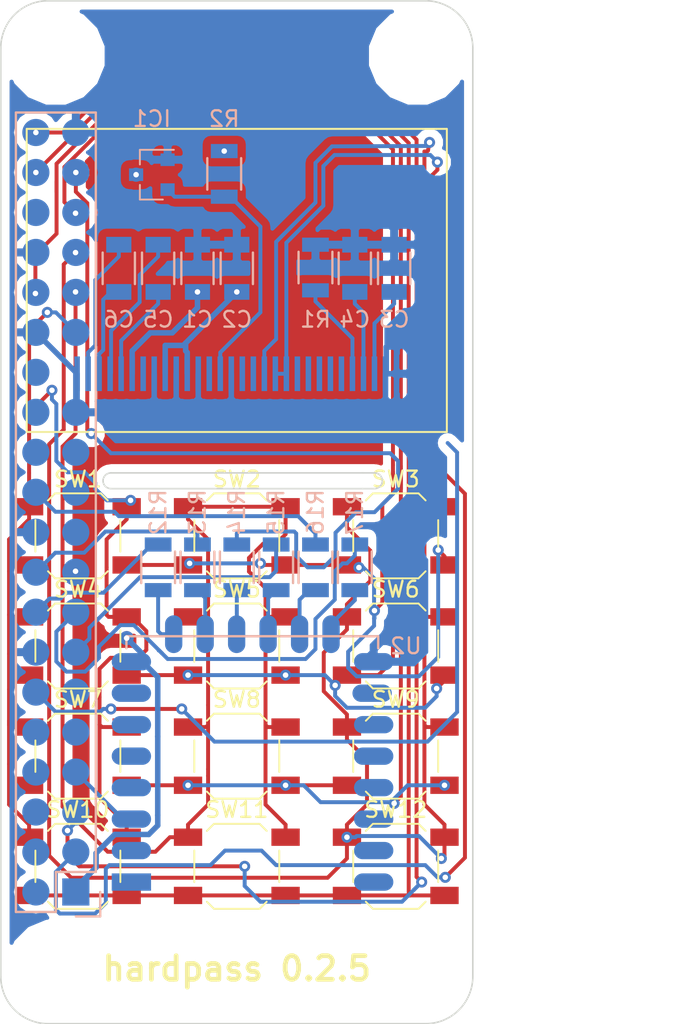
<source format=kicad_pcb>
(kicad_pcb (version 4) (host pcbnew 4.0.7)

  (general
    (links 98)
    (no_connects 0)
    (area -0.050001 -0.050001 30.050001 65.050001)
    (thickness 1.6)
    (drawings 28)
    (tracks 586)
    (zones 0)
    (modules 34)
    (nets 68)
  )

  (page A4)
  (layers
    (0 F.Cu signal)
    (31 B.Cu signal)
    (32 B.Adhes user)
    (33 F.Adhes user)
    (34 B.Paste user)
    (35 F.Paste user)
    (36 B.SilkS user)
    (37 F.SilkS user)
    (38 B.Mask user)
    (39 F.Mask user)
    (40 Dwgs.User user)
    (41 Cmts.User user)
    (42 Eco1.User user)
    (43 Eco2.User user)
    (44 Edge.Cuts user)
    (45 Margin user)
    (46 B.CrtYd user)
    (47 F.CrtYd user)
    (48 B.Fab user)
    (49 F.Fab user)
  )

  (setup
    (last_trace_width 0.25)
    (trace_clearance 0.25)
    (zone_clearance 0.508)
    (zone_45_only yes)
    (trace_min 0.2)
    (segment_width 0.2)
    (edge_width 0.1)
    (via_size 0.7)
    (via_drill 0.35)
    (via_min_size 0.7)
    (via_min_drill 0.3)
    (uvia_size 0.3)
    (uvia_drill 0.1)
    (uvias_allowed no)
    (uvia_min_size 0)
    (uvia_min_drill 0)
    (pcb_text_width 0.3)
    (pcb_text_size 1.5 1.5)
    (mod_edge_width 0.15)
    (mod_text_size 1 1)
    (mod_text_width 0.15)
    (pad_size 1.8 1.1)
    (pad_drill 0)
    (pad_to_mask_clearance 0)
    (aux_axis_origin 0 0)
    (visible_elements FFFFCF7F)
    (pcbplotparams
      (layerselection 0x00030_80000001)
      (usegerberextensions false)
      (excludeedgelayer true)
      (linewidth 0.100000)
      (plotframeref false)
      (viasonmask false)
      (mode 1)
      (useauxorigin false)
      (hpglpennumber 1)
      (hpglpenspeed 20)
      (hpglpendiameter 15)
      (hpglpenoverlay 2)
      (psnegative false)
      (psa4output false)
      (plotreference true)
      (plotvalue true)
      (plotinvisibletext false)
      (padsonsilk false)
      (subtractmaskfromsilk false)
      (outputformat 1)
      (mirror false)
      (drillshape 1)
      (scaleselection 1)
      (outputdirectory ""))
  )

  (net 0 "")
  (net 1 GND)
  (net 2 +3V3)
  (net 3 "Net-(C3-Pad1)")
  (net 4 "Net-(C4-Pad1)")
  (net 5 "Net-(C5-Pad1)")
  (net 6 "Net-(C5-Pad2)")
  (net 7 "Net-(C6-Pad1)")
  (net 8 "Net-(C6-Pad2)")
  (net 9 OLED_SDA)
  (net 10 OLED_SCL)
  (net 11 ESP_CHPD)
  (net 12 SHUTDOWN)
  (net 13 SD_D3)
  (net 14 ESP_CLK)
  (net 15 SD_CMD)
  (net 16 SD_D0)
  (net 17 SD_D1)
  (net 18 COL_1)
  (net 19 COL_2)
  (net 20 ROW_1)
  (net 21 COL_3)
  (net 22 ROW_2)
  (net 23 SD_D2)
  (net 24 ROW_3)
  (net 25 ROW_4)
  (net 26 "Net-(P2-Pad26)")
  (net 27 "Net-(R12-Pad1)")
  (net 28 "Net-(R13-Pad1)")
  (net 29 "Net-(R14-Pad1)")
  (net 30 "Net-(R15-Pad1)")
  (net 31 "Net-(R16-Pad1)")
  (net 32 "Net-(R17-Pad1)")
  (net 33 "Net-(U2-Pad1)")
  (net 34 "Net-(U2-Pad2)")
  (net 35 "Net-(U2-Pad4)")
  (net 36 "Net-(U2-Pad5)")
  (net 37 "Net-(U2-Pad6)")
  (net 38 "Net-(U2-Pad7)")
  (net 39 "Net-(U2-Pad16)")
  (net 40 "Net-(U2-Pad17)")
  (net 41 "Net-(U2-Pad18)")
  (net 42 "Net-(U2-Pad19)")
  (net 43 "Net-(U2-Pad20)")
  (net 44 "Net-(U2-Pad21)")
  (net 45 "Net-(U2-Pad22)")
  (net 46 "Net-(P2-Pad7)")
  (net 47 "Net-(P2-Pad13)")
  (net 48 "Net-(P2-Pad16)")
  (net 49 "Net-(P2-Pad17)")
  (net 50 "Net-(P2-Pad21)")
  (net 51 "Net-(P2-Pad22)")
  (net 52 "Net-(P2-Pad23)")
  (net 53 "Net-(P2-Pad24)")
  (net 54 "Net-(P2-Pad25)")
  (net 55 OLED_RST)
  (net 56 "Net-(J1-Pad2)")
  (net 57 "Net-(J1-Pad4)")
  (net 58 "Net-(J1-Pad8)")
  (net 59 "Net-(J1-Pad10)")
  (net 60 "Net-(J1-Pad11)")
  (net 61 "Net-(J1-Pad19)")
  (net 62 "Net-(J1-Pad21)")
  (net 63 "Net-(J1-Pad23)")
  (net 64 "Net-(J1-Pad24)")
  (net 65 "Net-(J1-Pad26)")
  (net 66 "Net-(J1-Pad28)")
  (net 67 "Net-(J1-Pad36)")

  (net_class Default "This is the default net class."
    (clearance 0.25)
    (trace_width 0.25)
    (via_dia 0.7)
    (via_drill 0.35)
    (uvia_dia 0.3)
    (uvia_drill 0.1)
    (add_net COL_1)
    (add_net COL_2)
    (add_net COL_3)
    (add_net ESP_CHPD)
    (add_net ESP_CLK)
    (add_net "Net-(C3-Pad1)")
    (add_net "Net-(C4-Pad1)")
    (add_net "Net-(C5-Pad1)")
    (add_net "Net-(C5-Pad2)")
    (add_net "Net-(C6-Pad1)")
    (add_net "Net-(C6-Pad2)")
    (add_net "Net-(J1-Pad10)")
    (add_net "Net-(J1-Pad11)")
    (add_net "Net-(J1-Pad19)")
    (add_net "Net-(J1-Pad2)")
    (add_net "Net-(J1-Pad21)")
    (add_net "Net-(J1-Pad23)")
    (add_net "Net-(J1-Pad24)")
    (add_net "Net-(J1-Pad26)")
    (add_net "Net-(J1-Pad28)")
    (add_net "Net-(J1-Pad36)")
    (add_net "Net-(J1-Pad4)")
    (add_net "Net-(J1-Pad8)")
    (add_net "Net-(P2-Pad13)")
    (add_net "Net-(P2-Pad16)")
    (add_net "Net-(P2-Pad17)")
    (add_net "Net-(P2-Pad21)")
    (add_net "Net-(P2-Pad22)")
    (add_net "Net-(P2-Pad23)")
    (add_net "Net-(P2-Pad24)")
    (add_net "Net-(P2-Pad25)")
    (add_net "Net-(P2-Pad26)")
    (add_net "Net-(P2-Pad7)")
    (add_net "Net-(R12-Pad1)")
    (add_net "Net-(R13-Pad1)")
    (add_net "Net-(R14-Pad1)")
    (add_net "Net-(R15-Pad1)")
    (add_net "Net-(R16-Pad1)")
    (add_net "Net-(R17-Pad1)")
    (add_net "Net-(U2-Pad1)")
    (add_net "Net-(U2-Pad16)")
    (add_net "Net-(U2-Pad17)")
    (add_net "Net-(U2-Pad18)")
    (add_net "Net-(U2-Pad19)")
    (add_net "Net-(U2-Pad2)")
    (add_net "Net-(U2-Pad20)")
    (add_net "Net-(U2-Pad21)")
    (add_net "Net-(U2-Pad22)")
    (add_net "Net-(U2-Pad4)")
    (add_net "Net-(U2-Pad5)")
    (add_net "Net-(U2-Pad6)")
    (add_net "Net-(U2-Pad7)")
    (add_net OLED_RST)
    (add_net OLED_SCL)
    (add_net OLED_SDA)
    (add_net ROW_1)
    (add_net ROW_2)
    (add_net ROW_3)
    (add_net ROW_4)
    (add_net SD_CMD)
    (add_net SD_D0)
    (add_net SD_D1)
    (add_net SD_D2)
    (add_net SD_D3)
    (add_net SHUTDOWN)
  )

  (net_class Power ""
    (clearance 0.25)
    (trace_width 0.35)
    (via_dia 0.9)
    (via_drill 0.35)
    (uvia_dia 0.3)
    (uvia_drill 0.1)
    (add_net +3V3)
    (add_net GND)
  )

  (module Buttons_Switches_SMD:SW_SPST_SKQG (layer F.Cu) (tedit 58724BB1) (tstamp 5A7F5D46)
    (at 25.1 34)
    (descr "ALPS 5.2mm Square Low-profile TACT Switch (SMD), http://www.alps.com/prod/info/E/PDF/Tact/SurfaceMount/SKQG/SKQG.PDF")
    (tags "SPST Button Switch")
    (path /572BCC13)
    (attr smd)
    (fp_text reference SW3 (at 0 -3.6) (layer F.SilkS)
      (effects (font (size 1 1) (thickness 0.15)))
    )
    (fp_text value 3 (at 0 3.7) (layer F.Fab)
      (effects (font (size 1 1) (thickness 0.15)))
    )
    (fp_line (start 1.45 -2.6) (end 2.55 -1.5) (layer F.Fab) (width 0.1))
    (fp_line (start 2.55 -1.5) (end 2.55 1.45) (layer F.Fab) (width 0.1))
    (fp_line (start 2.55 1.45) (end 1.4 2.6) (layer F.Fab) (width 0.1))
    (fp_line (start 1.4 2.6) (end -1.45 2.6) (layer F.Fab) (width 0.1))
    (fp_line (start -1.45 2.6) (end -2.6 1.45) (layer F.Fab) (width 0.1))
    (fp_line (start -2.6 1.45) (end -2.6 -1.45) (layer F.Fab) (width 0.1))
    (fp_line (start -2.6 -1.45) (end -1.45 -2.6) (layer F.Fab) (width 0.1))
    (fp_line (start -1.45 -2.6) (end 1.45 -2.6) (layer F.Fab) (width 0.1))
    (fp_text user %R (at 0 -3.6) (layer F.Fab)
      (effects (font (size 1 1) (thickness 0.15)))
    )
    (fp_line (start -4.25 -2.95) (end -4.25 2.95) (layer F.CrtYd) (width 0.05))
    (fp_line (start 4.25 -2.95) (end -4.25 -2.95) (layer F.CrtYd) (width 0.05))
    (fp_line (start 4.25 2.95) (end 4.25 -2.95) (layer F.CrtYd) (width 0.05))
    (fp_line (start -4.25 2.95) (end 4.25 2.95) (layer F.CrtYd) (width 0.05))
    (fp_line (start -1.2 -1.8) (end 1.2 -1.8) (layer F.Fab) (width 0.1))
    (fp_line (start -1.8 -1.2) (end -1.2 -1.8) (layer F.Fab) (width 0.1))
    (fp_line (start -1.8 1.2) (end -1.8 -1.2) (layer F.Fab) (width 0.1))
    (fp_line (start -1.2 1.8) (end -1.8 1.2) (layer F.Fab) (width 0.1))
    (fp_line (start 1.2 1.8) (end -1.2 1.8) (layer F.Fab) (width 0.1))
    (fp_line (start 1.8 1.2) (end 1.2 1.8) (layer F.Fab) (width 0.1))
    (fp_line (start 1.8 -1.2) (end 1.8 1.2) (layer F.Fab) (width 0.1))
    (fp_line (start 1.2 -1.8) (end 1.8 -1.2) (layer F.Fab) (width 0.1))
    (fp_line (start -1.45 -2.7) (end 1.45 -2.7) (layer F.SilkS) (width 0.12))
    (fp_line (start -1.9 -2.25) (end -1.45 -2.7) (layer F.SilkS) (width 0.12))
    (fp_line (start -2.7 1) (end -2.7 -1) (layer F.SilkS) (width 0.12))
    (fp_line (start -1.45 2.7) (end -1.9 2.25) (layer F.SilkS) (width 0.12))
    (fp_line (start 1.45 2.7) (end -1.45 2.7) (layer F.SilkS) (width 0.12))
    (fp_line (start 1.9 2.25) (end 1.45 2.7) (layer F.SilkS) (width 0.12))
    (fp_line (start 2.7 -1) (end 2.7 1) (layer F.SilkS) (width 0.12))
    (fp_line (start 1.45 -2.7) (end 1.9 -2.25) (layer F.SilkS) (width 0.12))
    (fp_circle (center 0 0) (end 1 0) (layer F.Fab) (width 0.1))
    (pad 1 smd rect (at -3.1 -1.85) (size 1.8 1.1) (layers F.Cu F.Paste F.Mask)
      (net 21 COL_3))
    (pad 1 smd rect (at 3.1 -1.85) (size 1.8 1.1) (layers F.Cu F.Paste F.Mask)
      (net 21 COL_3))
    (pad 2 smd rect (at -3.1 1.85) (size 1.8 1.1) (layers F.Cu F.Paste F.Mask)
      (net 20 ROW_1))
    (pad 2 smd rect (at 3.1 1.85) (size 1.8 1.1) (layers F.Cu F.Paste F.Mask)
      (net 20 ROW_1))
    (model ${KIPRJMOD}/hardpass.3dshapes/5.2mm-tact.wrl
      (at (xyz 0 0 0))
      (scale (xyz 0.393701 0.393701 0.393701))
      (rotate (xyz 270 0 0))
    )
  )

  (module Buttons_Switches_SMD:SW_SPST_SKQG (layer F.Cu) (tedit 58724BB1) (tstamp 5A7F5DFF)
    (at 15 48)
    (descr "ALPS 5.2mm Square Low-profile TACT Switch (SMD), http://www.alps.com/prod/info/E/PDF/Tact/SurfaceMount/SKQG/SKQG.PDF")
    (tags "SPST Button Switch")
    (path /572BD343)
    (attr smd)
    (fp_text reference SW8 (at 0 -3.6) (layer F.SilkS)
      (effects (font (size 1 1) (thickness 0.15)))
    )
    (fp_text value 8 (at 0 3.7) (layer F.Fab)
      (effects (font (size 1 1) (thickness 0.15)))
    )
    (fp_line (start 1.45 -2.6) (end 2.55 -1.5) (layer F.Fab) (width 0.1))
    (fp_line (start 2.55 -1.5) (end 2.55 1.45) (layer F.Fab) (width 0.1))
    (fp_line (start 2.55 1.45) (end 1.4 2.6) (layer F.Fab) (width 0.1))
    (fp_line (start 1.4 2.6) (end -1.45 2.6) (layer F.Fab) (width 0.1))
    (fp_line (start -1.45 2.6) (end -2.6 1.45) (layer F.Fab) (width 0.1))
    (fp_line (start -2.6 1.45) (end -2.6 -1.45) (layer F.Fab) (width 0.1))
    (fp_line (start -2.6 -1.45) (end -1.45 -2.6) (layer F.Fab) (width 0.1))
    (fp_line (start -1.45 -2.6) (end 1.45 -2.6) (layer F.Fab) (width 0.1))
    (fp_text user %R (at 0 -3.6) (layer F.Fab)
      (effects (font (size 1 1) (thickness 0.15)))
    )
    (fp_line (start -4.25 -2.95) (end -4.25 2.95) (layer F.CrtYd) (width 0.05))
    (fp_line (start 4.25 -2.95) (end -4.25 -2.95) (layer F.CrtYd) (width 0.05))
    (fp_line (start 4.25 2.95) (end 4.25 -2.95) (layer F.CrtYd) (width 0.05))
    (fp_line (start -4.25 2.95) (end 4.25 2.95) (layer F.CrtYd) (width 0.05))
    (fp_line (start -1.2 -1.8) (end 1.2 -1.8) (layer F.Fab) (width 0.1))
    (fp_line (start -1.8 -1.2) (end -1.2 -1.8) (layer F.Fab) (width 0.1))
    (fp_line (start -1.8 1.2) (end -1.8 -1.2) (layer F.Fab) (width 0.1))
    (fp_line (start -1.2 1.8) (end -1.8 1.2) (layer F.Fab) (width 0.1))
    (fp_line (start 1.2 1.8) (end -1.2 1.8) (layer F.Fab) (width 0.1))
    (fp_line (start 1.8 1.2) (end 1.2 1.8) (layer F.Fab) (width 0.1))
    (fp_line (start 1.8 -1.2) (end 1.8 1.2) (layer F.Fab) (width 0.1))
    (fp_line (start 1.2 -1.8) (end 1.8 -1.2) (layer F.Fab) (width 0.1))
    (fp_line (start -1.45 -2.7) (end 1.45 -2.7) (layer F.SilkS) (width 0.12))
    (fp_line (start -1.9 -2.25) (end -1.45 -2.7) (layer F.SilkS) (width 0.12))
    (fp_line (start -2.7 1) (end -2.7 -1) (layer F.SilkS) (width 0.12))
    (fp_line (start -1.45 2.7) (end -1.9 2.25) (layer F.SilkS) (width 0.12))
    (fp_line (start 1.45 2.7) (end -1.45 2.7) (layer F.SilkS) (width 0.12))
    (fp_line (start 1.9 2.25) (end 1.45 2.7) (layer F.SilkS) (width 0.12))
    (fp_line (start 2.7 -1) (end 2.7 1) (layer F.SilkS) (width 0.12))
    (fp_line (start 1.45 -2.7) (end 1.9 -2.25) (layer F.SilkS) (width 0.12))
    (fp_circle (center 0 0) (end 1 0) (layer F.Fab) (width 0.1))
    (pad 1 smd rect (at -3.1 -1.85) (size 1.8 1.1) (layers F.Cu F.Paste F.Mask)
      (net 19 COL_2))
    (pad 1 smd rect (at 3.1 -1.85) (size 1.8 1.1) (layers F.Cu F.Paste F.Mask)
      (net 19 COL_2))
    (pad 2 smd rect (at -3.1 1.85) (size 1.8 1.1) (layers F.Cu F.Paste F.Mask)
      (net 24 ROW_3))
    (pad 2 smd rect (at 3.1 1.85) (size 1.8 1.1) (layers F.Cu F.Paste F.Mask)
      (net 24 ROW_3))
    (model ${KIPRJMOD}/hardpass.3dshapes/5.2mm-tact.wrl
      (at (xyz 0 0 0))
      (scale (xyz 0.393701 0.393701 0.393701))
      (rotate (xyz 270 0 0))
    )
  )

  (module TO_SOT_Packages_SMD:SOT-23 (layer B.Cu) (tedit 58CE4E7E) (tstamp 597398BF)
    (at 9.6 11.05 180)
    (descr "SOT-23, Standard")
    (tags SOT-23)
    (path /593C6F9B)
    (attr smd)
    (fp_text reference IC1 (at 0 3.55 180) (layer B.SilkS)
      (effects (font (size 1 1) (thickness 0.15)) (justify mirror))
    )
    (fp_text value APX803 (at 0 -2.5 180) (layer B.Fab)
      (effects (font (size 1 1) (thickness 0.15)) (justify mirror))
    )
    (fp_text user %R (at 0 0 450) (layer B.Fab)
      (effects (font (size 0.5 0.5) (thickness 0.075)) (justify mirror))
    )
    (fp_line (start -0.7 0.95) (end -0.7 -1.5) (layer B.Fab) (width 0.1))
    (fp_line (start -0.15 1.52) (end 0.7 1.52) (layer B.Fab) (width 0.1))
    (fp_line (start -0.7 0.95) (end -0.15 1.52) (layer B.Fab) (width 0.1))
    (fp_line (start 0.7 1.52) (end 0.7 -1.52) (layer B.Fab) (width 0.1))
    (fp_line (start -0.7 -1.52) (end 0.7 -1.52) (layer B.Fab) (width 0.1))
    (fp_line (start 0.76 -1.58) (end 0.76 -0.65) (layer B.SilkS) (width 0.12))
    (fp_line (start 0.76 1.58) (end 0.76 0.65) (layer B.SilkS) (width 0.12))
    (fp_line (start -1.7 1.75) (end 1.7 1.75) (layer B.CrtYd) (width 0.05))
    (fp_line (start 1.7 1.75) (end 1.7 -1.75) (layer B.CrtYd) (width 0.05))
    (fp_line (start 1.7 -1.75) (end -1.7 -1.75) (layer B.CrtYd) (width 0.05))
    (fp_line (start -1.7 -1.75) (end -1.7 1.75) (layer B.CrtYd) (width 0.05))
    (fp_line (start 0.76 1.58) (end -1.4 1.58) (layer B.SilkS) (width 0.12))
    (fp_line (start 0.76 -1.58) (end -0.7 -1.58) (layer B.SilkS) (width 0.12))
    (pad 1 smd rect (at -1 0.95 180) (size 0.9 0.8) (layers B.Cu B.Paste B.Mask)
      (net 1 GND))
    (pad 2 smd rect (at -1 -0.95 180) (size 0.9 0.8) (layers B.Cu B.Paste B.Mask)
      (net 55 OLED_RST))
    (pad 3 smd rect (at 1 0 180) (size 0.9 0.8) (layers B.Cu B.Paste B.Mask)
      (net 2 +3V3))
    (model ${KISYS3DMOD}/TO_SOT_Packages_SMD.3dshapes/SOT-23.wrl
      (at (xyz 0 0 0))
      (scale (xyz 1 1 1))
      (rotate (xyz 0 0 0))
    )
  )

  (module RPi_Hat:RPi_Hat_Mounting_Hole (layer F.Cu) (tedit 551AB250) (tstamp 58D3079A)
    (at 26.5 3.5)
    (descr "Mounting hole, Befestigungsbohrung, 2,7mm, No Annular, Kein Restring,")
    (tags "Mounting hole, Befestigungsbohrung, 2,7mm, No Annular, Kein Restring,")
    (fp_text reference "" (at 0 -4.0005) (layer F.SilkS) hide
      (effects (font (size 1 1) (thickness 0.15)))
    )
    (fp_text value "" (at 0.09906 3.59918) (layer F.Fab) hide
      (effects (font (size 1 1) (thickness 0.15)))
    )
    (fp_circle (center 0 0) (end 1.375 0) (layer F.Fab) (width 0.15))
    (fp_circle (center 0 0) (end 3.1 0) (layer F.Fab) (width 0.15))
    (fp_circle (center 0 0) (end 3.1 0) (layer B.Fab) (width 0.15))
    (fp_circle (center 0 0) (end 1.375 0) (layer B.Fab) (width 0.15))
    (fp_circle (center 0 0) (end 3.1 0) (layer F.CrtYd) (width 0.15))
    (fp_circle (center 0 0) (end 3.1 0) (layer B.CrtYd) (width 0.15))
    (pad "" np_thru_hole circle (at 0 0) (size 2.75 2.75) (drill 2.75) (layers *.Cu *.Mask)
      (solder_mask_margin 1.725) (clearance 1.725))
  )

  (module RPi_Hat:RPi_Hat_Mounting_Hole (layer F.Cu) (tedit 551AB250) (tstamp 58D30790)
    (at 26.5 61.5)
    (descr "Mounting hole, Befestigungsbohrung, 2,7mm, No Annular, Kein Restring,")
    (tags "Mounting hole, Befestigungsbohrung, 2,7mm, No Annular, Kein Restring,")
    (fp_text reference "" (at 0 -4.0005) (layer F.SilkS) hide
      (effects (font (size 1 1) (thickness 0.15)))
    )
    (fp_text value "" (at 0.09906 3.59918) (layer F.Fab) hide
      (effects (font (size 1 1) (thickness 0.15)))
    )
    (fp_circle (center 0 0) (end 1.375 0) (layer F.Fab) (width 0.15))
    (fp_circle (center 0 0) (end 3.1 0) (layer F.Fab) (width 0.15))
    (fp_circle (center 0 0) (end 3.1 0) (layer B.Fab) (width 0.15))
    (fp_circle (center 0 0) (end 1.375 0) (layer B.Fab) (width 0.15))
    (fp_circle (center 0 0) (end 3.1 0) (layer F.CrtYd) (width 0.15))
    (fp_circle (center 0 0) (end 3.1 0) (layer B.CrtYd) (width 0.15))
    (pad "" np_thru_hole circle (at 0 0) (size 2.75 2.75) (drill 2.75) (layers *.Cu *.Mask)
      (solder_mask_margin 1.725) (clearance 1.725))
  )

  (module RPi_Hat:RPi_Hat_Mounting_Hole (layer F.Cu) (tedit 551AB250) (tstamp 58D30783)
    (at 3.5 61.5)
    (descr "Mounting hole, Befestigungsbohrung, 2,7mm, No Annular, Kein Restring,")
    (tags "Mounting hole, Befestigungsbohrung, 2,7mm, No Annular, Kein Restring,")
    (fp_text reference "" (at 0 -4.0005) (layer F.SilkS) hide
      (effects (font (size 1 1) (thickness 0.15)))
    )
    (fp_text value "" (at 0.09906 3.59918) (layer F.Fab) hide
      (effects (font (size 1 1) (thickness 0.15)))
    )
    (fp_circle (center 0 0) (end 1.375 0) (layer F.Fab) (width 0.15))
    (fp_circle (center 0 0) (end 3.1 0) (layer F.Fab) (width 0.15))
    (fp_circle (center 0 0) (end 3.1 0) (layer B.Fab) (width 0.15))
    (fp_circle (center 0 0) (end 1.375 0) (layer B.Fab) (width 0.15))
    (fp_circle (center 0 0) (end 3.1 0) (layer F.CrtYd) (width 0.15))
    (fp_circle (center 0 0) (end 3.1 0) (layer B.CrtYd) (width 0.15))
    (pad "" np_thru_hole circle (at 0 0) (size 2.75 2.75) (drill 2.75) (layers *.Cu *.Mask)
      (solder_mask_margin 1.725) (clearance 1.725))
  )

  (module Capacitors_SMD:C_1206 (layer B.Cu) (tedit 5415D7BD) (tstamp 58702475)
    (at 12.5 17 270)
    (descr "Capacitor SMD 1206, reflow soldering, AVX (see smccp.pdf)")
    (tags "capacitor 1206")
    (path /58702958)
    (attr smd)
    (fp_text reference C1 (at 3.25 0 360) (layer B.SilkS)
      (effects (font (size 1 1) (thickness 0.15)) (justify mirror))
    )
    (fp_text value 2.2µF (at 0.75 0 270) (layer B.Fab)
      (effects (font (size 1 1) (thickness 0.15)) (justify mirror))
    )
    (fp_line (start -1.6 -0.8) (end -1.6 0.8) (layer B.Fab) (width 0.15))
    (fp_line (start 1.6 -0.8) (end -1.6 -0.8) (layer B.Fab) (width 0.15))
    (fp_line (start 1.6 0.8) (end 1.6 -0.8) (layer B.Fab) (width 0.15))
    (fp_line (start -1.6 0.8) (end 1.6 0.8) (layer B.Fab) (width 0.15))
    (fp_line (start -2.3 1.15) (end 2.3 1.15) (layer B.CrtYd) (width 0.05))
    (fp_line (start -2.3 -1.15) (end 2.3 -1.15) (layer B.CrtYd) (width 0.05))
    (fp_line (start -2.3 1.15) (end -2.3 -1.15) (layer B.CrtYd) (width 0.05))
    (fp_line (start 2.3 1.15) (end 2.3 -1.15) (layer B.CrtYd) (width 0.05))
    (fp_line (start 1 1.025) (end -1 1.025) (layer B.SilkS) (width 0.15))
    (fp_line (start -1 -1.025) (end 1 -1.025) (layer B.SilkS) (width 0.15))
    (pad 1 smd rect (at -1.5 0 270) (size 1 1.6) (layers B.Cu B.Paste B.Mask)
      (net 1 GND))
    (pad 2 smd rect (at 1.5 0 270) (size 1 1.6) (layers B.Cu B.Paste B.Mask)
      (net 2 +3V3))
    (model Capacitors_SMD.3dshapes/C_1206.wrl
      (at (xyz 0 0 0))
      (scale (xyz 1 1 1))
      (rotate (xyz 0 0 0))
    )
  )

  (module Capacitors_SMD:C_1206 (layer B.Cu) (tedit 5415D7BD) (tstamp 58702485)
    (at 15 17 270)
    (descr "Capacitor SMD 1206, reflow soldering, AVX (see smccp.pdf)")
    (tags "capacitor 1206")
    (path /576ABF65)
    (attr smd)
    (fp_text reference C2 (at 3.25 0 360) (layer B.SilkS)
      (effects (font (size 1 1) (thickness 0.15)) (justify mirror))
    )
    (fp_text value 2.2µF (at 0.75 0 270) (layer B.Fab)
      (effects (font (size 1 1) (thickness 0.15)) (justify mirror))
    )
    (fp_line (start -1.6 -0.8) (end -1.6 0.8) (layer B.Fab) (width 0.15))
    (fp_line (start 1.6 -0.8) (end -1.6 -0.8) (layer B.Fab) (width 0.15))
    (fp_line (start 1.6 0.8) (end 1.6 -0.8) (layer B.Fab) (width 0.15))
    (fp_line (start -1.6 0.8) (end 1.6 0.8) (layer B.Fab) (width 0.15))
    (fp_line (start -2.3 1.15) (end 2.3 1.15) (layer B.CrtYd) (width 0.05))
    (fp_line (start -2.3 -1.15) (end 2.3 -1.15) (layer B.CrtYd) (width 0.05))
    (fp_line (start -2.3 1.15) (end -2.3 -1.15) (layer B.CrtYd) (width 0.05))
    (fp_line (start 2.3 1.15) (end 2.3 -1.15) (layer B.CrtYd) (width 0.05))
    (fp_line (start 1 1.025) (end -1 1.025) (layer B.SilkS) (width 0.15))
    (fp_line (start -1 -1.025) (end 1 -1.025) (layer B.SilkS) (width 0.15))
    (pad 1 smd rect (at -1.5 0 270) (size 1 1.6) (layers B.Cu B.Paste B.Mask)
      (net 1 GND))
    (pad 2 smd rect (at 1.5 0 270) (size 1 1.6) (layers B.Cu B.Paste B.Mask)
      (net 2 +3V3))
    (model Capacitors_SMD.3dshapes/C_1206.wrl
      (at (xyz 0 0 0))
      (scale (xyz 1 1 1))
      (rotate (xyz 0 0 0))
    )
  )

  (module Capacitors_SMD:C_1206 (layer B.Cu) (tedit 5415D7BD) (tstamp 58702495)
    (at 25 17 90)
    (descr "Capacitor SMD 1206, reflow soldering, AVX (see smccp.pdf)")
    (tags "capacitor 1206")
    (path /576AC79A)
    (attr smd)
    (fp_text reference C3 (at -3.25 0 180) (layer B.SilkS)
      (effects (font (size 1 1) (thickness 0.15)) (justify mirror))
    )
    (fp_text value 10µF (at -0.5 0 90) (layer B.Fab)
      (effects (font (size 1 1) (thickness 0.15)) (justify mirror))
    )
    (fp_line (start -1.6 -0.8) (end -1.6 0.8) (layer B.Fab) (width 0.15))
    (fp_line (start 1.6 -0.8) (end -1.6 -0.8) (layer B.Fab) (width 0.15))
    (fp_line (start 1.6 0.8) (end 1.6 -0.8) (layer B.Fab) (width 0.15))
    (fp_line (start -1.6 0.8) (end 1.6 0.8) (layer B.Fab) (width 0.15))
    (fp_line (start -2.3 1.15) (end 2.3 1.15) (layer B.CrtYd) (width 0.05))
    (fp_line (start -2.3 -1.15) (end 2.3 -1.15) (layer B.CrtYd) (width 0.05))
    (fp_line (start -2.3 1.15) (end -2.3 -1.15) (layer B.CrtYd) (width 0.05))
    (fp_line (start 2.3 1.15) (end 2.3 -1.15) (layer B.CrtYd) (width 0.05))
    (fp_line (start 1 1.025) (end -1 1.025) (layer B.SilkS) (width 0.15))
    (fp_line (start -1 -1.025) (end 1 -1.025) (layer B.SilkS) (width 0.15))
    (pad 1 smd rect (at -1.5 0 90) (size 1 1.6) (layers B.Cu B.Paste B.Mask)
      (net 3 "Net-(C3-Pad1)"))
    (pad 2 smd rect (at 1.5 0 90) (size 1 1.6) (layers B.Cu B.Paste B.Mask)
      (net 1 GND))
    (model Capacitors_SMD.3dshapes/C_1206.wrl
      (at (xyz 0 0 0))
      (scale (xyz 1 1 1))
      (rotate (xyz 0 0 0))
    )
  )

  (module Capacitors_SMD:C_1206 (layer B.Cu) (tedit 5415D7BD) (tstamp 587024A5)
    (at 22.5 17 90)
    (descr "Capacitor SMD 1206, reflow soldering, AVX (see smccp.pdf)")
    (tags "capacitor 1206")
    (path /576ACF95)
    (attr smd)
    (fp_text reference C4 (at -3.25 0 180) (layer B.SilkS)
      (effects (font (size 1 1) (thickness 0.15)) (justify mirror))
    )
    (fp_text value 2.2µF (at -0.75 0 90) (layer B.Fab)
      (effects (font (size 1 1) (thickness 0.15)) (justify mirror))
    )
    (fp_line (start -1.6 -0.8) (end -1.6 0.8) (layer B.Fab) (width 0.15))
    (fp_line (start 1.6 -0.8) (end -1.6 -0.8) (layer B.Fab) (width 0.15))
    (fp_line (start 1.6 0.8) (end 1.6 -0.8) (layer B.Fab) (width 0.15))
    (fp_line (start -1.6 0.8) (end 1.6 0.8) (layer B.Fab) (width 0.15))
    (fp_line (start -2.3 1.15) (end 2.3 1.15) (layer B.CrtYd) (width 0.05))
    (fp_line (start -2.3 -1.15) (end 2.3 -1.15) (layer B.CrtYd) (width 0.05))
    (fp_line (start -2.3 1.15) (end -2.3 -1.15) (layer B.CrtYd) (width 0.05))
    (fp_line (start 2.3 1.15) (end 2.3 -1.15) (layer B.CrtYd) (width 0.05))
    (fp_line (start 1 1.025) (end -1 1.025) (layer B.SilkS) (width 0.15))
    (fp_line (start -1 -1.025) (end 1 -1.025) (layer B.SilkS) (width 0.15))
    (pad 1 smd rect (at -1.5 0 90) (size 1 1.6) (layers B.Cu B.Paste B.Mask)
      (net 4 "Net-(C4-Pad1)"))
    (pad 2 smd rect (at 1.5 0 90) (size 1 1.6) (layers B.Cu B.Paste B.Mask)
      (net 1 GND))
    (model Capacitors_SMD.3dshapes/C_1206.wrl
      (at (xyz 0 0 0))
      (scale (xyz 1 1 1))
      (rotate (xyz 0 0 0))
    )
  )

  (module Capacitors_SMD:C_1206 (layer B.Cu) (tedit 5415D7BD) (tstamp 587024B5)
    (at 10 17 270)
    (descr "Capacitor SMD 1206, reflow soldering, AVX (see smccp.pdf)")
    (tags "capacitor 1206")
    (path /576AB9B6)
    (attr smd)
    (fp_text reference C5 (at 3.25 0 360) (layer B.SilkS)
      (effects (font (size 1 1) (thickness 0.15)) (justify mirror))
    )
    (fp_text value 2.2µF (at 0.75 0 270) (layer B.Fab)
      (effects (font (size 1 1) (thickness 0.15)) (justify mirror))
    )
    (fp_line (start -1.6 -0.8) (end -1.6 0.8) (layer B.Fab) (width 0.15))
    (fp_line (start 1.6 -0.8) (end -1.6 -0.8) (layer B.Fab) (width 0.15))
    (fp_line (start 1.6 0.8) (end 1.6 -0.8) (layer B.Fab) (width 0.15))
    (fp_line (start -1.6 0.8) (end 1.6 0.8) (layer B.Fab) (width 0.15))
    (fp_line (start -2.3 1.15) (end 2.3 1.15) (layer B.CrtYd) (width 0.05))
    (fp_line (start -2.3 -1.15) (end 2.3 -1.15) (layer B.CrtYd) (width 0.05))
    (fp_line (start -2.3 1.15) (end -2.3 -1.15) (layer B.CrtYd) (width 0.05))
    (fp_line (start 2.3 1.15) (end 2.3 -1.15) (layer B.CrtYd) (width 0.05))
    (fp_line (start 1 1.025) (end -1 1.025) (layer B.SilkS) (width 0.15))
    (fp_line (start -1 -1.025) (end 1 -1.025) (layer B.SilkS) (width 0.15))
    (pad 1 smd rect (at -1.5 0 270) (size 1 1.6) (layers B.Cu B.Paste B.Mask)
      (net 5 "Net-(C5-Pad1)"))
    (pad 2 smd rect (at 1.5 0 270) (size 1 1.6) (layers B.Cu B.Paste B.Mask)
      (net 6 "Net-(C5-Pad2)"))
    (model Capacitors_SMD.3dshapes/C_1206.wrl
      (at (xyz 0 0 0))
      (scale (xyz 1 1 1))
      (rotate (xyz 0 0 0))
    )
  )

  (module Capacitors_SMD:C_1206 (layer B.Cu) (tedit 5415D7BD) (tstamp 587024C5)
    (at 7.5 17 270)
    (descr "Capacitor SMD 1206, reflow soldering, AVX (see smccp.pdf)")
    (tags "capacitor 1206")
    (path /576AB858)
    (attr smd)
    (fp_text reference C6 (at 3.25 0 360) (layer B.SilkS)
      (effects (font (size 1 1) (thickness 0.15)) (justify mirror))
    )
    (fp_text value 2.2µF (at 0.75 0 270) (layer B.Fab)
      (effects (font (size 1 1) (thickness 0.15)) (justify mirror))
    )
    (fp_line (start -1.6 -0.8) (end -1.6 0.8) (layer B.Fab) (width 0.15))
    (fp_line (start 1.6 -0.8) (end -1.6 -0.8) (layer B.Fab) (width 0.15))
    (fp_line (start 1.6 0.8) (end 1.6 -0.8) (layer B.Fab) (width 0.15))
    (fp_line (start -1.6 0.8) (end 1.6 0.8) (layer B.Fab) (width 0.15))
    (fp_line (start -2.3 1.15) (end 2.3 1.15) (layer B.CrtYd) (width 0.05))
    (fp_line (start -2.3 -1.15) (end 2.3 -1.15) (layer B.CrtYd) (width 0.05))
    (fp_line (start -2.3 1.15) (end -2.3 -1.15) (layer B.CrtYd) (width 0.05))
    (fp_line (start 2.3 1.15) (end 2.3 -1.15) (layer B.CrtYd) (width 0.05))
    (fp_line (start 1 1.025) (end -1 1.025) (layer B.SilkS) (width 0.15))
    (fp_line (start -1 -1.025) (end 1 -1.025) (layer B.SilkS) (width 0.15))
    (pad 1 smd rect (at -1.5 0 270) (size 1 1.6) (layers B.Cu B.Paste B.Mask)
      (net 7 "Net-(C6-Pad1)"))
    (pad 2 smd rect (at 1.5 0 270) (size 1 1.6) (layers B.Cu B.Paste B.Mask)
      (net 8 "Net-(C6-Pad2)"))
    (model Capacitors_SMD.3dshapes/C_1206.wrl
      (at (xyz 0 0 0))
      (scale (xyz 1 1 1))
      (rotate (xyz 0 0 0))
    )
  )

  (module Resistors_SMD:R_1206 (layer B.Cu) (tedit 58307BE8) (tstamp 5870251D)
    (at 20 16.95 90)
    (descr "Resistor SMD 1206, reflow soldering, Vishay (see dcrcw.pdf)")
    (tags "resistor 1206")
    (path /576AE193)
    (attr smd)
    (fp_text reference R1 (at -3.3 0 180) (layer B.SilkS)
      (effects (font (size 1 1) (thickness 0.15)) (justify mirror))
    )
    (fp_text value 390k (at -0.55 0 90) (layer B.Fab)
      (effects (font (size 1 1) (thickness 0.15)) (justify mirror))
    )
    (fp_line (start -1.6 -0.8) (end -1.6 0.8) (layer B.Fab) (width 0.1))
    (fp_line (start 1.6 -0.8) (end -1.6 -0.8) (layer B.Fab) (width 0.1))
    (fp_line (start 1.6 0.8) (end 1.6 -0.8) (layer B.Fab) (width 0.1))
    (fp_line (start -1.6 0.8) (end 1.6 0.8) (layer B.Fab) (width 0.1))
    (fp_line (start -2.2 1.2) (end 2.2 1.2) (layer B.CrtYd) (width 0.05))
    (fp_line (start -2.2 -1.2) (end 2.2 -1.2) (layer B.CrtYd) (width 0.05))
    (fp_line (start -2.2 1.2) (end -2.2 -1.2) (layer B.CrtYd) (width 0.05))
    (fp_line (start 2.2 1.2) (end 2.2 -1.2) (layer B.CrtYd) (width 0.05))
    (fp_line (start 1 -1.075) (end -1 -1.075) (layer B.SilkS) (width 0.15))
    (fp_line (start -1 1.075) (end 1 1.075) (layer B.SilkS) (width 0.15))
    (pad 1 smd rect (at -1.45 0 90) (size 0.9 1.7) (layers B.Cu B.Paste B.Mask)
      (net 26 "Net-(P2-Pad26)"))
    (pad 2 smd rect (at 1.45 0 90) (size 0.9 1.7) (layers B.Cu B.Paste B.Mask)
      (net 1 GND))
    (model Resistors_SMD.3dshapes/R_1206.wrl
      (at (xyz 0 0 0))
      (scale (xyz 1 1 1))
      (rotate (xyz 0 0 0))
    )
  )

  (module Resistors_SMD:R_1206 (layer B.Cu) (tedit 58307BE8) (tstamp 5870252D)
    (at 14.2 11 270)
    (descr "Resistor SMD 1206, reflow soldering, Vishay (see dcrcw.pdf)")
    (tags "resistor 1206")
    (path /593C7684)
    (attr smd)
    (fp_text reference R2 (at -3.5 0 360) (layer B.SilkS)
      (effects (font (size 1 1) (thickness 0.15)) (justify mirror))
    )
    (fp_text value 10k (at 0 -0.05 270) (layer B.Fab)
      (effects (font (size 1 1) (thickness 0.15)) (justify mirror))
    )
    (fp_line (start -1.6 -0.8) (end -1.6 0.8) (layer B.Fab) (width 0.1))
    (fp_line (start 1.6 -0.8) (end -1.6 -0.8) (layer B.Fab) (width 0.1))
    (fp_line (start 1.6 0.8) (end 1.6 -0.8) (layer B.Fab) (width 0.1))
    (fp_line (start -1.6 0.8) (end 1.6 0.8) (layer B.Fab) (width 0.1))
    (fp_line (start -2.2 1.2) (end 2.2 1.2) (layer B.CrtYd) (width 0.05))
    (fp_line (start -2.2 -1.2) (end 2.2 -1.2) (layer B.CrtYd) (width 0.05))
    (fp_line (start -2.2 1.2) (end -2.2 -1.2) (layer B.CrtYd) (width 0.05))
    (fp_line (start 2.2 1.2) (end 2.2 -1.2) (layer B.CrtYd) (width 0.05))
    (fp_line (start 1 -1.075) (end -1 -1.075) (layer B.SilkS) (width 0.15))
    (fp_line (start -1 1.075) (end 1 1.075) (layer B.SilkS) (width 0.15))
    (pad 1 smd rect (at -1.45 0 270) (size 0.9 1.7) (layers B.Cu B.Paste B.Mask)
      (net 2 +3V3))
    (pad 2 smd rect (at 1.45 0 270) (size 0.9 1.7) (layers B.Cu B.Paste B.Mask)
      (net 55 OLED_RST))
    (model Resistors_SMD.3dshapes/R_1206.wrl
      (at (xyz 0 0 0))
      (scale (xyz 1 1 1))
      (rotate (xyz 0 0 0))
    )
  )

  (module Resistors_SMD:R_1206 (layer B.Cu) (tedit 58307BE8) (tstamp 5870256D)
    (at 10 36 90)
    (descr "Resistor SMD 1206, reflow soldering, Vishay (see dcrcw.pdf)")
    (tags "resistor 1206")
    (path /57B87105)
    (attr smd)
    (fp_text reference R12 (at 3.5 0 90) (layer B.SilkS)
      (effects (font (size 1 1) (thickness 0.15)) (justify mirror))
    )
    (fp_text value 33 (at 0 0 90) (layer B.Fab)
      (effects (font (size 1 1) (thickness 0.15)) (justify mirror))
    )
    (fp_line (start -1.6 -0.8) (end -1.6 0.8) (layer B.Fab) (width 0.1))
    (fp_line (start 1.6 -0.8) (end -1.6 -0.8) (layer B.Fab) (width 0.1))
    (fp_line (start 1.6 0.8) (end 1.6 -0.8) (layer B.Fab) (width 0.1))
    (fp_line (start -1.6 0.8) (end 1.6 0.8) (layer B.Fab) (width 0.1))
    (fp_line (start -2.2 1.2) (end 2.2 1.2) (layer B.CrtYd) (width 0.05))
    (fp_line (start -2.2 -1.2) (end 2.2 -1.2) (layer B.CrtYd) (width 0.05))
    (fp_line (start -2.2 1.2) (end -2.2 -1.2) (layer B.CrtYd) (width 0.05))
    (fp_line (start 2.2 1.2) (end 2.2 -1.2) (layer B.CrtYd) (width 0.05))
    (fp_line (start 1 -1.075) (end -1 -1.075) (layer B.SilkS) (width 0.15))
    (fp_line (start -1 1.075) (end 1 1.075) (layer B.SilkS) (width 0.15))
    (pad 1 smd rect (at -1.45 0 90) (size 0.9 1.7) (layers B.Cu B.Paste B.Mask)
      (net 27 "Net-(R12-Pad1)"))
    (pad 2 smd rect (at 1.45 0 90) (size 0.9 1.7) (layers B.Cu B.Paste B.Mask)
      (net 15 SD_CMD))
    (model Resistors_SMD.3dshapes/R_1206.wrl
      (at (xyz 0 0 0))
      (scale (xyz 1 1 1))
      (rotate (xyz 0 0 0))
    )
  )

  (module Resistors_SMD:R_1206 (layer B.Cu) (tedit 58307BE8) (tstamp 5870257D)
    (at 12.5 36 90)
    (descr "Resistor SMD 1206, reflow soldering, Vishay (see dcrcw.pdf)")
    (tags "resistor 1206")
    (path /57B88365)
    (attr smd)
    (fp_text reference R13 (at 3.5 0 90) (layer B.SilkS)
      (effects (font (size 1 1) (thickness 0.15)) (justify mirror))
    )
    (fp_text value 33 (at 0 0 90) (layer B.Fab)
      (effects (font (size 1 1) (thickness 0.15)) (justify mirror))
    )
    (fp_line (start -1.6 -0.8) (end -1.6 0.8) (layer B.Fab) (width 0.1))
    (fp_line (start 1.6 -0.8) (end -1.6 -0.8) (layer B.Fab) (width 0.1))
    (fp_line (start 1.6 0.8) (end 1.6 -0.8) (layer B.Fab) (width 0.1))
    (fp_line (start -1.6 0.8) (end 1.6 0.8) (layer B.Fab) (width 0.1))
    (fp_line (start -2.2 1.2) (end 2.2 1.2) (layer B.CrtYd) (width 0.05))
    (fp_line (start -2.2 -1.2) (end 2.2 -1.2) (layer B.CrtYd) (width 0.05))
    (fp_line (start -2.2 1.2) (end -2.2 -1.2) (layer B.CrtYd) (width 0.05))
    (fp_line (start 2.2 1.2) (end 2.2 -1.2) (layer B.CrtYd) (width 0.05))
    (fp_line (start 1 -1.075) (end -1 -1.075) (layer B.SilkS) (width 0.15))
    (fp_line (start -1 1.075) (end 1 1.075) (layer B.SilkS) (width 0.15))
    (pad 1 smd rect (at -1.45 0 90) (size 0.9 1.7) (layers B.Cu B.Paste B.Mask)
      (net 28 "Net-(R13-Pad1)"))
    (pad 2 smd rect (at 1.45 0 90) (size 0.9 1.7) (layers B.Cu B.Paste B.Mask)
      (net 16 SD_D0))
    (model Resistors_SMD.3dshapes/R_1206.wrl
      (at (xyz 0 0 0))
      (scale (xyz 1 1 1))
      (rotate (xyz 0 0 0))
    )
  )

  (module Resistors_SMD:R_1206 (layer B.Cu) (tedit 58307BE8) (tstamp 5870258D)
    (at 15 36 90)
    (descr "Resistor SMD 1206, reflow soldering, Vishay (see dcrcw.pdf)")
    (tags "resistor 1206")
    (path /57B88405)
    (attr smd)
    (fp_text reference R14 (at 3.5 0 90) (layer B.SilkS)
      (effects (font (size 1 1) (thickness 0.15)) (justify mirror))
    )
    (fp_text value 33 (at 0 0 90) (layer B.Fab)
      (effects (font (size 1 1) (thickness 0.15)) (justify mirror))
    )
    (fp_line (start -1.6 -0.8) (end -1.6 0.8) (layer B.Fab) (width 0.1))
    (fp_line (start 1.6 -0.8) (end -1.6 -0.8) (layer B.Fab) (width 0.1))
    (fp_line (start 1.6 0.8) (end 1.6 -0.8) (layer B.Fab) (width 0.1))
    (fp_line (start -1.6 0.8) (end 1.6 0.8) (layer B.Fab) (width 0.1))
    (fp_line (start -2.2 1.2) (end 2.2 1.2) (layer B.CrtYd) (width 0.05))
    (fp_line (start -2.2 -1.2) (end 2.2 -1.2) (layer B.CrtYd) (width 0.05))
    (fp_line (start -2.2 1.2) (end -2.2 -1.2) (layer B.CrtYd) (width 0.05))
    (fp_line (start 2.2 1.2) (end 2.2 -1.2) (layer B.CrtYd) (width 0.05))
    (fp_line (start 1 -1.075) (end -1 -1.075) (layer B.SilkS) (width 0.15))
    (fp_line (start -1 1.075) (end 1 1.075) (layer B.SilkS) (width 0.15))
    (pad 1 smd rect (at -1.45 0 90) (size 0.9 1.7) (layers B.Cu B.Paste B.Mask)
      (net 29 "Net-(R14-Pad1)"))
    (pad 2 smd rect (at 1.45 0 90) (size 0.9 1.7) (layers B.Cu B.Paste B.Mask)
      (net 23 SD_D2))
    (model Resistors_SMD.3dshapes/R_1206.wrl
      (at (xyz 0 0 0))
      (scale (xyz 1 1 1))
      (rotate (xyz 0 0 0))
    )
  )

  (module Resistors_SMD:R_1206 (layer B.Cu) (tedit 58307BE8) (tstamp 5870259D)
    (at 17.5 36 90)
    (descr "Resistor SMD 1206, reflow soldering, Vishay (see dcrcw.pdf)")
    (tags "resistor 1206")
    (path /57B884A8)
    (attr smd)
    (fp_text reference R15 (at 3.5 0 90) (layer B.SilkS)
      (effects (font (size 1 1) (thickness 0.15)) (justify mirror))
    )
    (fp_text value 33 (at 0 0 90) (layer B.Fab)
      (effects (font (size 1 1) (thickness 0.15)) (justify mirror))
    )
    (fp_line (start -1.6 -0.8) (end -1.6 0.8) (layer B.Fab) (width 0.1))
    (fp_line (start 1.6 -0.8) (end -1.6 -0.8) (layer B.Fab) (width 0.1))
    (fp_line (start 1.6 0.8) (end 1.6 -0.8) (layer B.Fab) (width 0.1))
    (fp_line (start -1.6 0.8) (end 1.6 0.8) (layer B.Fab) (width 0.1))
    (fp_line (start -2.2 1.2) (end 2.2 1.2) (layer B.CrtYd) (width 0.05))
    (fp_line (start -2.2 -1.2) (end 2.2 -1.2) (layer B.CrtYd) (width 0.05))
    (fp_line (start -2.2 1.2) (end -2.2 -1.2) (layer B.CrtYd) (width 0.05))
    (fp_line (start 2.2 1.2) (end 2.2 -1.2) (layer B.CrtYd) (width 0.05))
    (fp_line (start 1 -1.075) (end -1 -1.075) (layer B.SilkS) (width 0.15))
    (fp_line (start -1 1.075) (end 1 1.075) (layer B.SilkS) (width 0.15))
    (pad 1 smd rect (at -1.45 0 90) (size 0.9 1.7) (layers B.Cu B.Paste B.Mask)
      (net 30 "Net-(R15-Pad1)"))
    (pad 2 smd rect (at 1.45 0 90) (size 0.9 1.7) (layers B.Cu B.Paste B.Mask)
      (net 13 SD_D3))
    (model Resistors_SMD.3dshapes/R_1206.wrl
      (at (xyz 0 0 0))
      (scale (xyz 1 1 1))
      (rotate (xyz 0 0 0))
    )
  )

  (module Resistors_SMD:R_1206 (layer B.Cu) (tedit 58307BE8) (tstamp 587025AD)
    (at 20 36 90)
    (descr "Resistor SMD 1206, reflow soldering, Vishay (see dcrcw.pdf)")
    (tags "resistor 1206")
    (path /57B8854E)
    (attr smd)
    (fp_text reference R16 (at 3.5 0 90) (layer B.SilkS)
      (effects (font (size 1 1) (thickness 0.15)) (justify mirror))
    )
    (fp_text value 33 (at 0 0 90) (layer B.Fab)
      (effects (font (size 1 1) (thickness 0.15)) (justify mirror))
    )
    (fp_line (start -1.6 -0.8) (end -1.6 0.8) (layer B.Fab) (width 0.1))
    (fp_line (start 1.6 -0.8) (end -1.6 -0.8) (layer B.Fab) (width 0.1))
    (fp_line (start 1.6 0.8) (end 1.6 -0.8) (layer B.Fab) (width 0.1))
    (fp_line (start -1.6 0.8) (end 1.6 0.8) (layer B.Fab) (width 0.1))
    (fp_line (start -2.2 1.2) (end 2.2 1.2) (layer B.CrtYd) (width 0.05))
    (fp_line (start -2.2 -1.2) (end 2.2 -1.2) (layer B.CrtYd) (width 0.05))
    (fp_line (start -2.2 1.2) (end -2.2 -1.2) (layer B.CrtYd) (width 0.05))
    (fp_line (start 2.2 1.2) (end 2.2 -1.2) (layer B.CrtYd) (width 0.05))
    (fp_line (start 1 -1.075) (end -1 -1.075) (layer B.SilkS) (width 0.15))
    (fp_line (start -1 1.075) (end 1 1.075) (layer B.SilkS) (width 0.15))
    (pad 1 smd rect (at -1.45 0 90) (size 0.9 1.7) (layers B.Cu B.Paste B.Mask)
      (net 31 "Net-(R16-Pad1)"))
    (pad 2 smd rect (at 1.45 0 90) (size 0.9 1.7) (layers B.Cu B.Paste B.Mask)
      (net 17 SD_D1))
    (model Resistors_SMD.3dshapes/R_1206.wrl
      (at (xyz 0 0 0))
      (scale (xyz 1 1 1))
      (rotate (xyz 0 0 0))
    )
  )

  (module Resistors_SMD:R_1206 (layer B.Cu) (tedit 58307BE8) (tstamp 587025BD)
    (at 22.5 36 90)
    (descr "Resistor SMD 1206, reflow soldering, Vishay (see dcrcw.pdf)")
    (tags "resistor 1206")
    (path /57B885F7)
    (attr smd)
    (fp_text reference R17 (at 3.5 0 90) (layer B.SilkS)
      (effects (font (size 1 1) (thickness 0.15)) (justify mirror))
    )
    (fp_text value 33 (at 0 0 90) (layer B.Fab)
      (effects (font (size 1 1) (thickness 0.15)) (justify mirror))
    )
    (fp_line (start -1.6 -0.8) (end -1.6 0.8) (layer B.Fab) (width 0.1))
    (fp_line (start 1.6 -0.8) (end -1.6 -0.8) (layer B.Fab) (width 0.1))
    (fp_line (start 1.6 0.8) (end 1.6 -0.8) (layer B.Fab) (width 0.1))
    (fp_line (start -1.6 0.8) (end 1.6 0.8) (layer B.Fab) (width 0.1))
    (fp_line (start -2.2 1.2) (end 2.2 1.2) (layer B.CrtYd) (width 0.05))
    (fp_line (start -2.2 -1.2) (end 2.2 -1.2) (layer B.CrtYd) (width 0.05))
    (fp_line (start -2.2 1.2) (end -2.2 -1.2) (layer B.CrtYd) (width 0.05))
    (fp_line (start 2.2 1.2) (end 2.2 -1.2) (layer B.CrtYd) (width 0.05))
    (fp_line (start 1 -1.075) (end -1 -1.075) (layer B.SilkS) (width 0.15))
    (fp_line (start -1 1.075) (end 1 1.075) (layer B.SilkS) (width 0.15))
    (pad 1 smd rect (at -1.45 0 90) (size 0.9 1.7) (layers B.Cu B.Paste B.Mask)
      (net 32 "Net-(R17-Pad1)"))
    (pad 2 smd rect (at 1.45 0 90) (size 0.9 1.7) (layers B.Cu B.Paste B.Mask)
      (net 14 ESP_CLK))
    (model Resistors_SMD.3dshapes/R_1206.wrl
      (at (xyz 0 0 0))
      (scale (xyz 1 1 1))
      (rotate (xyz 0 0 0))
    )
  )

  (module hardpass:ESP-12E_smd (layer B.Cu) (tedit 57B86207) (tstamp 587026E7)
    (at 9 56)
    (descr "Module, ESP-8266, ESP-12, 16 pad, SMD")
    (tags "Module ESP-8266 ESP8266")
    (path /57B86D32)
    (fp_text reference U2 (at 16.75 -15) (layer B.SilkS)
      (effects (font (size 1 1) (thickness 0.15)) (justify mirror))
    )
    (fp_text value ESP-12E (at 8 -1) (layer B.Fab)
      (effects (font (size 1 1) (thickness 0.15)) (justify mirror))
    )
    (fp_line (start -2.25 0.5) (end -2.25 8.75) (layer B.CrtYd) (width 0.05))
    (fp_line (start -2.25 8.75) (end 15.25 8.75) (layer B.CrtYd) (width 0.05))
    (fp_line (start 15.25 8.75) (end 16.25 8.75) (layer B.CrtYd) (width 0.05))
    (fp_line (start 16.25 8.75) (end 16.25 -16) (layer B.CrtYd) (width 0.05))
    (fp_line (start 16.25 -16) (end -2.25 -16) (layer B.CrtYd) (width 0.05))
    (fp_line (start -2.25 -16) (end -2.25 0.5) (layer B.CrtYd) (width 0.05))
    (fp_line (start -1.016 8.382) (end 14.986 8.382) (layer B.CrtYd) (width 0.1524))
    (fp_line (start 14.986 8.382) (end 14.986 0.889) (layer B.CrtYd) (width 0.1524))
    (fp_line (start -1.016 8.382) (end -1.016 1.016) (layer B.CrtYd) (width 0.1524))
    (fp_line (start -1.016 -14.859) (end -1.016 -15.621) (layer B.SilkS) (width 0.1524))
    (fp_line (start -1.016 -15.621) (end 14.986 -15.621) (layer B.SilkS) (width 0.1524))
    (fp_line (start 14.986 -15.621) (end 14.986 -14.859) (layer B.SilkS) (width 0.1524))
    (fp_line (start 14.992 8.4) (end -1.008 2.6) (layer B.CrtYd) (width 0.1524))
    (fp_line (start -1.008 8.4) (end 14.992 2.6) (layer B.CrtYd) (width 0.1524))
    (fp_text user "No Copper" (at 6.892 5.4) (layer B.CrtYd)
      (effects (font (size 1 1) (thickness 0.15)) (justify mirror))
    )
    (fp_line (start -1.008 2.6) (end 14.992 2.6) (layer B.CrtYd) (width 0.1524))
    (fp_line (start 15 8.4) (end 15 -15.6) (layer B.Fab) (width 0.05))
    (fp_line (start 14.992 -15.6) (end -1.008 -15.6) (layer B.Fab) (width 0.05))
    (fp_line (start -1.008 -15.6) (end -1.008 8.4) (layer B.Fab) (width 0.05))
    (fp_line (start -1.008 8.4) (end 14.992 8.4) (layer B.Fab) (width 0.05))
    (pad 1 smd rect (at 0 0) (size 2.5 1.1) (drill (offset -0.7 0)) (layers B.Cu B.Paste B.Mask)
      (net 33 "Net-(U2-Pad1)"))
    (pad 2 smd oval (at 0 -2) (size 2.5 1.1) (drill (offset -0.7 0)) (layers B.Cu B.Paste B.Mask)
      (net 34 "Net-(U2-Pad2)"))
    (pad 3 smd oval (at 0 -4) (size 2.5 1.1) (drill (offset -0.7 0)) (layers B.Cu B.Paste B.Mask)
      (net 11 ESP_CHPD))
    (pad 4 smd oval (at 0 -6) (size 2.5 1.1) (drill (offset -0.7 0)) (layers B.Cu B.Paste B.Mask)
      (net 35 "Net-(U2-Pad4)"))
    (pad 5 smd oval (at 0 -8) (size 2.5 1.1) (drill (offset -0.7 0)) (layers B.Cu B.Paste B.Mask)
      (net 36 "Net-(U2-Pad5)"))
    (pad 6 smd oval (at 0 -10) (size 2.5 1.1) (drill (offset -0.7 0)) (layers B.Cu B.Paste B.Mask)
      (net 37 "Net-(U2-Pad6)"))
    (pad 7 smd oval (at 0 -12) (size 2.5 1.1) (drill (offset -0.7 0)) (layers B.Cu B.Paste B.Mask)
      (net 38 "Net-(U2-Pad7)"))
    (pad 8 smd oval (at 0 -14) (size 2.5 1.1) (drill (offset -0.7 0)) (layers B.Cu B.Paste B.Mask)
      (net 2 +3V3))
    (pad 9 smd oval (at 1.99 -15.75 270) (size 2.4 1.1) (layers B.Cu B.Paste B.Mask)
      (net 27 "Net-(R12-Pad1)"))
    (pad 10 smd oval (at 3.99 -15.75 270) (size 2.4 1.1) (layers B.Cu B.Paste B.Mask)
      (net 28 "Net-(R13-Pad1)"))
    (pad 11 smd oval (at 5.99 -15.75 270) (size 2.4 1.1) (layers B.Cu B.Paste B.Mask)
      (net 29 "Net-(R14-Pad1)"))
    (pad 12 smd oval (at 7.99 -15.75 270) (size 2.4 1.1) (layers B.Cu B.Paste B.Mask)
      (net 30 "Net-(R15-Pad1)"))
    (pad 13 smd oval (at 9.99 -15.75 270) (size 2.4 1.1) (layers B.Cu B.Paste B.Mask)
      (net 31 "Net-(R16-Pad1)"))
    (pad 14 smd oval (at 11.99 -15.75 270) (size 2.4 1.1) (layers B.Cu B.Paste B.Mask)
      (net 32 "Net-(R17-Pad1)"))
    (pad 15 smd oval (at 14 -14) (size 2.5 1.1) (drill (offset 0.7 0)) (layers B.Cu B.Paste B.Mask)
      (net 1 GND))
    (pad 16 smd oval (at 14 -12) (size 2.5 1.1) (drill (offset 0.6 0)) (layers B.Cu B.Paste B.Mask)
      (net 39 "Net-(U2-Pad16)"))
    (pad 17 smd oval (at 14 -10) (size 2.5 1.1) (drill (offset 0.7 0)) (layers B.Cu B.Paste B.Mask)
      (net 40 "Net-(U2-Pad17)"))
    (pad 18 smd oval (at 14 -8) (size 2.5 1.1) (drill (offset 0.7 0)) (layers B.Cu B.Paste B.Mask)
      (net 41 "Net-(U2-Pad18)"))
    (pad 19 smd oval (at 14 -6) (size 2.5 1.1) (drill (offset 0.7 0)) (layers B.Cu B.Paste B.Mask)
      (net 42 "Net-(U2-Pad19)"))
    (pad 20 smd oval (at 14 -4) (size 2.5 1.1) (drill (offset 0.7 0)) (layers B.Cu B.Paste B.Mask)
      (net 43 "Net-(U2-Pad20)"))
    (pad 21 smd oval (at 14 -2) (size 2.5 1.1) (drill (offset 0.7 0)) (layers B.Cu B.Paste B.Mask)
      (net 44 "Net-(U2-Pad21)"))
    (pad 22 smd oval (at 14 0) (size 2.5 1.1) (drill (offset 0.7 0)) (layers B.Cu B.Paste B.Mask)
      (net 45 "Net-(U2-Pad22)"))
    (model ${KIPRJMOD}/kicad-ESP8266/ESP8266.3dshapes/ESP-12.wrl
      (at (xyz 0 0 0))
      (scale (xyz 0.3937 0.3937 0.3937))
      (rotate (xyz 0 0 0))
    )
  )

  (module RPi_Hat:RPi_Hat_Mounting_Hole (layer F.Cu) (tedit 551AB250) (tstamp 58D3073F)
    (at 3.5 3.5)
    (descr "Mounting hole, Befestigungsbohrung, 2,7mm, No Annular, Kein Restring,")
    (tags "Mounting hole, Befestigungsbohrung, 2,7mm, No Annular, Kein Restring,")
    (fp_text reference "" (at 0 -4.0005) (layer F.SilkS) hide
      (effects (font (size 1 1) (thickness 0.15)))
    )
    (fp_text value "" (at 0.09906 3.59918) (layer F.Fab) hide
      (effects (font (size 1 1) (thickness 0.15)))
    )
    (fp_circle (center 0 0) (end 1.375 0) (layer F.Fab) (width 0.15))
    (fp_circle (center 0 0) (end 3.1 0) (layer F.Fab) (width 0.15))
    (fp_circle (center 0 0) (end 3.1 0) (layer B.Fab) (width 0.15))
    (fp_circle (center 0 0) (end 1.375 0) (layer B.Fab) (width 0.15))
    (fp_circle (center 0 0) (end 3.1 0) (layer F.CrtYd) (width 0.15))
    (fp_circle (center 0 0) (end 3.1 0) (layer B.CrtYd) (width 0.15))
    (pad "" np_thru_hole circle (at 0 0) (size 2.75 2.75) (drill 2.75) (layers *.Cu *.Mask)
      (solder_mask_margin 1.725) (clearance 1.725))
  )

  (module hardpass:Pin_Header_Mirrored-NoHoles_centered_2x20 (layer B.Cu) (tedit 5A7F3A28) (tstamp 5A7E55C1)
    (at 3.5 32.5)
    (descr "Through hole pin header")
    (tags "pin header")
    (path /5A7E4ACF)
    (fp_text reference J1 (at -1.1303 29.23) (layer B.SilkS) hide
      (effects (font (size 1 1) (thickness 0.15)) (justify mirror))
    )
    (fp_text value Raspberry_Pi_2_3 (at -1.1303 27.23) (layer B.Fab) hide
      (effects (font (size 1 1) (thickness 0.15)) (justify mirror))
    )
    (fp_line (start 3.0197 25.88) (end 3.0197 -25.92) (layer B.CrtYd) (width 0.05))
    (fp_line (start -3.0303 25.88) (end -3.0303 -25.92) (layer B.CrtYd) (width 0.05))
    (fp_line (start 3.0197 25.88) (end -3.0303 25.88) (layer B.CrtYd) (width 0.05))
    (fp_line (start 3.0197 -25.92) (end -3.0303 -25.92) (layer B.CrtYd) (width 0.05))
    (fp_line (start -2.5403 -25.4) (end -2.5403 25.4) (layer B.SilkS) (width 0.15))
    (fp_line (start 2.5397 22.86) (end 2.5397 -25.4) (layer B.SilkS) (width 0.15))
    (fp_line (start -2.5403 -25.4) (end 2.5397 -25.4) (layer B.SilkS) (width 0.15))
    (fp_line (start -2.5403 25.4) (end -0.0003 25.4) (layer B.SilkS) (width 0.15))
    (fp_line (start 1.2697 25.68) (end 2.8197 25.68) (layer B.SilkS) (width 0.15))
    (fp_line (start -0.0003 25.4) (end -0.0003 22.86) (layer B.SilkS) (width 0.15))
    (fp_line (start -0.0003 22.86) (end 2.5397 22.86) (layer B.SilkS) (width 0.15))
    (fp_line (start 2.8197 25.68) (end 2.8197 24.13) (layer B.SilkS) (width 0.15))
    (pad 1 smd rect (at 1.2697 24.13 180) (size 1.7272 1.7272) (layers B.Cu B.Paste B.Mask)
      (net 2 +3V3))
    (pad 2 smd oval (at -1.2703 24.13 180) (size 1.7272 1.7272) (layers B.Cu B.Paste B.Mask)
      (net 56 "Net-(J1-Pad2)"))
    (pad 3 smd oval (at 1.2697 21.59 180) (size 1.7272 1.7272) (layers B.Cu B.Paste B.Mask)
      (net 9 OLED_SDA))
    (pad 4 smd oval (at -1.2703 21.59 180) (size 1.7272 1.7272) (layers B.Cu B.Paste B.Mask)
      (net 57 "Net-(J1-Pad4)"))
    (pad 5 smd oval (at 1.2697 19.05 180) (size 1.7272 1.7272) (layers B.Cu B.Paste B.Mask)
      (net 10 OLED_SCL))
    (pad 6 smd oval (at -1.2703 19.05 180) (size 1.7272 1.7272) (layers B.Cu B.Paste B.Mask))
    (pad 7 smd oval (at 1.2697 16.51 180) (size 1.7272 1.7272) (layers B.Cu B.Paste B.Mask)
      (net 11 ESP_CHPD))
    (pad 8 smd oval (at -1.2703 16.51 180) (size 1.7272 1.7272) (layers B.Cu B.Paste B.Mask)
      (net 58 "Net-(J1-Pad8)"))
    (pad 9 smd oval (at 1.2697 13.97 180) (size 1.7272 1.7272) (layers B.Cu B.Paste B.Mask))
    (pad 10 smd oval (at -1.2703 13.97 180) (size 1.7272 1.7272) (layers B.Cu B.Paste B.Mask)
      (net 59 "Net-(J1-Pad10)"))
    (pad 11 smd oval (at 1.2697 11.43 180) (size 1.7272 1.7272) (layers B.Cu B.Paste B.Mask)
      (net 60 "Net-(J1-Pad11)"))
    (pad 12 smd oval (at -1.2703 11.43 180) (size 1.7272 1.7272) (layers B.Cu B.Paste B.Mask)
      (net 12 SHUTDOWN))
    (pad 13 smd oval (at 1.2697 8.89 180) (size 1.7272 1.7272) (layers B.Cu B.Paste B.Mask)
      (net 13 SD_D3))
    (pad 14 smd oval (at -1.2703 8.89 180) (size 1.7272 1.7272) (layers B.Cu B.Paste B.Mask)
      (net 1 GND))
    (pad 15 smd oval (at 1.2697 6.35 180) (size 1.7272 1.7272) (layers B.Cu B.Paste B.Mask)
      (net 14 ESP_CLK))
    (pad 16 smd oval (at -1.2703 6.35 180) (size 1.7272 1.7272) (layers B.Cu B.Paste B.Mask)
      (net 15 SD_CMD))
    (pad 17 smd oval (at 1.2697 3.81 180) (size 1.7272 1.7272) (layers B.Cu B.Paste B.Mask)
      (net 2 +3V3))
    (pad 18 smd oval (at -1.2703 3.81 180) (size 1.7272 1.7272) (layers B.Cu B.Paste B.Mask)
      (net 16 SD_D0))
    (pad 19 smd oval (at 1.2697 1.27 180) (size 1.7272 1.7272) (layers B.Cu B.Paste B.Mask)
      (net 61 "Net-(J1-Pad19)"))
    (pad 20 smd oval (at -1.2703 1.27 180) (size 1.7272 1.7272) (layers B.Cu B.Paste B.Mask)
      (net 1 GND))
    (pad 21 smd oval (at 1.2697 -1.27 180) (size 1.7272 1.7272) (layers B.Cu B.Paste B.Mask)
      (net 62 "Net-(J1-Pad21)"))
    (pad 22 smd oval (at -1.2703 -1.27 180) (size 1.7272 1.7272) (layers B.Cu B.Paste B.Mask)
      (net 17 SD_D1))
    (pad 23 smd oval (at 1.2697 -3.81 180) (size 1.7272 1.7272) (layers B.Cu B.Paste B.Mask)
      (net 63 "Net-(J1-Pad23)"))
    (pad 24 smd oval (at -1.2703 -3.81 180) (size 1.7272 1.7272) (layers B.Cu B.Paste B.Mask)
      (net 64 "Net-(J1-Pad24)"))
    (pad 26 smd oval (at -1.2703 -6.35 180) (size 1.7272 1.7272) (layers B.Cu B.Paste B.Mask)
      (net 65 "Net-(J1-Pad26)"))
    (pad 28 smd oval (at -1.2703 -8.89 180) (size 1.7272 1.7272) (layers B.Cu B.Paste B.Mask)
      (net 66 "Net-(J1-Pad28)"))
    (pad 29 smd oval (at 1.2697 -11.43 180) (size 1.7272 1.7272) (layers B.Cu B.Paste B.Mask)
      (net 18 COL_1))
    (pad 30 smd oval (at -1.2703 -11.43 180) (size 1.7272 1.7272) (layers B.Cu B.Paste B.Mask)
      (net 1 GND))
    (pad 31 smd oval (at 1.2697 -13.97 180) (size 1.7272 1.7272) (layers B.Cu B.Paste B.Mask)
      (net 19 COL_2))
    (pad 32 smd oval (at -1.2703 -13.97 180) (size 1.7272 1.7272) (layers B.Cu B.Paste B.Mask)
      (net 22 ROW_2))
    (pad 33 smd oval (at 1.2697 -16.51 180) (size 1.7272 1.7272) (layers B.Cu B.Paste B.Mask)
      (net 21 COL_3))
    (pad 34 smd oval (at -1.2703 -16.51 180) (size 1.7272 1.7272) (layers B.Cu B.Paste B.Mask)
      (net 1 GND))
    (pad 35 smd oval (at 1.2697 -19.05 180) (size 1.7272 1.7272) (layers B.Cu B.Paste B.Mask)
      (net 20 ROW_1))
    (pad 36 smd oval (at -1.2703 -19.05 180) (size 1.7272 1.7272) (layers B.Cu B.Paste B.Mask)
      (net 67 "Net-(J1-Pad36)"))
    (pad 37 smd oval (at 1.2697 -21.59 180) (size 1.7272 1.7272) (layers B.Cu B.Paste B.Mask)
      (net 23 SD_D2))
    (pad 38 smd oval (at -1.2703 -21.59 180) (size 1.7272 1.7272) (layers B.Cu B.Paste B.Mask)
      (net 24 ROW_3))
    (pad 39 smd oval (at 1.2697 -24.13 180) (size 1.7272 1.7272) (layers B.Cu B.Paste B.Mask)
      (net 1 GND))
    (pad 40 smd oval (at -1.2703 -24.13 180) (size 1.7272 1.7272) (layers B.Cu B.Paste B.Mask)
      (net 25 ROW_4))
    (pad 25 smd oval (at 1.27 -6.35 180) (size 1.7272 1.7272) (layers B.Cu B.Paste B.Mask)
      (net 1 GND))
  )

  (module Buttons_Switches_SMD:SW_SPST_SKQG (layer F.Cu) (tedit 5A7F9EDB) (tstamp 5A7F5CFC)
    (at 4.9 34)
    (descr "ALPS 5.2mm Square Low-profile TACT Switch (SMD), http://www.alps.com/prod/info/E/PDF/Tact/SurfaceMount/SKQG/SKQG.PDF")
    (tags "SPST Button Switch")
    (path /572BCA0F)
    (attr smd)
    (fp_text reference SW1 (at 0 -3.6) (layer F.SilkS)
      (effects (font (size 1 1) (thickness 0.15)))
    )
    (fp_text value 1 (at 0 3.7) (layer F.Fab)
      (effects (font (size 1 1) (thickness 0.15)))
    )
    (fp_line (start 1.45 -2.6) (end 2.55 -1.5) (layer F.Fab) (width 0.1))
    (fp_line (start 2.55 -1.5) (end 2.55 1.45) (layer F.Fab) (width 0.1))
    (fp_line (start 2.55 1.45) (end 1.4 2.6) (layer F.Fab) (width 0.1))
    (fp_line (start 1.4 2.6) (end -1.45 2.6) (layer F.Fab) (width 0.1))
    (fp_line (start -1.45 2.6) (end -2.6 1.45) (layer F.Fab) (width 0.1))
    (fp_line (start -2.6 1.45) (end -2.6 -1.45) (layer F.Fab) (width 0.1))
    (fp_line (start -2.6 -1.45) (end -1.45 -2.6) (layer F.Fab) (width 0.1))
    (fp_line (start -1.45 -2.6) (end 1.45 -2.6) (layer F.Fab) (width 0.1))
    (fp_text user %R (at 0 -3.6) (layer F.Fab)
      (effects (font (size 1 1) (thickness 0.15)))
    )
    (fp_line (start -4.25 -2.95) (end -4.25 2.95) (layer F.CrtYd) (width 0.05))
    (fp_line (start 4.25 -2.95) (end -4.25 -2.95) (layer F.CrtYd) (width 0.05))
    (fp_line (start 4.25 2.95) (end 4.25 -2.95) (layer F.CrtYd) (width 0.05))
    (fp_line (start -4.25 2.95) (end 4.25 2.95) (layer F.CrtYd) (width 0.05))
    (fp_line (start -1.2 -1.8) (end 1.2 -1.8) (layer F.Fab) (width 0.1))
    (fp_line (start -1.8 -1.2) (end -1.2 -1.8) (layer F.Fab) (width 0.1))
    (fp_line (start -1.8 1.2) (end -1.8 -1.2) (layer F.Fab) (width 0.1))
    (fp_line (start -1.2 1.8) (end -1.8 1.2) (layer F.Fab) (width 0.1))
    (fp_line (start 1.2 1.8) (end -1.2 1.8) (layer F.Fab) (width 0.1))
    (fp_line (start 1.8 1.2) (end 1.2 1.8) (layer F.Fab) (width 0.1))
    (fp_line (start 1.8 -1.2) (end 1.8 1.2) (layer F.Fab) (width 0.1))
    (fp_line (start 1.2 -1.8) (end 1.8 -1.2) (layer F.Fab) (width 0.1))
    (fp_line (start -1.45 -2.7) (end 1.45 -2.7) (layer F.SilkS) (width 0.12))
    (fp_line (start -1.9 -2.25) (end -1.45 -2.7) (layer F.SilkS) (width 0.12))
    (fp_line (start -2.7 1) (end -2.7 -1) (layer F.SilkS) (width 0.12))
    (fp_line (start -1.45 2.7) (end -1.9 2.25) (layer F.SilkS) (width 0.12))
    (fp_line (start 1.45 2.7) (end -1.45 2.7) (layer F.SilkS) (width 0.12))
    (fp_line (start 1.9 2.25) (end 1.45 2.7) (layer F.SilkS) (width 0.12))
    (fp_line (start 2.7 -1) (end 2.7 1) (layer F.SilkS) (width 0.12))
    (fp_line (start 1.45 -2.7) (end 1.9 -2.25) (layer F.SilkS) (width 0.12))
    (fp_circle (center 0 0) (end 1 0) (layer F.Fab) (width 0.1))
    (pad 1 smd rect (at -3.1 -1.85) (size 1.8 1.1) (layers F.Cu F.Paste F.Mask)
      (net 18 COL_1))
    (pad 1 smd rect (at 3.1 -1.85) (size 1.8 1.1) (layers F.Cu F.Paste F.Mask)
      (net 18 COL_1))
    (pad 2 smd rect (at -3.1 1.85) (size 1.8 1.1) (layers F.Cu F.Paste F.Mask))
    (pad 2 smd rect (at 3.1 1.85) (size 1.8 1.1) (layers F.Cu F.Paste F.Mask)
      (net 20 ROW_1))
    (model ${KIPRJMOD}/hardpass.3dshapes/5.2mm-tact.wrl
      (at (xyz 0 0 0))
      (scale (xyz 0.393701 0.393701 0.393701))
      (rotate (xyz 270 0 0))
    )
  )

  (module Buttons_Switches_SMD:SW_SPST_SKQG (layer F.Cu) (tedit 58724BB1) (tstamp 5A7F5D21)
    (at 15 34)
    (descr "ALPS 5.2mm Square Low-profile TACT Switch (SMD), http://www.alps.com/prod/info/E/PDF/Tact/SurfaceMount/SKQG/SKQG.PDF")
    (tags "SPST Button Switch")
    (path /572BCB0D)
    (attr smd)
    (fp_text reference SW2 (at 0 -3.6) (layer F.SilkS)
      (effects (font (size 1 1) (thickness 0.15)))
    )
    (fp_text value 2 (at 0 3.7) (layer F.Fab)
      (effects (font (size 1 1) (thickness 0.15)))
    )
    (fp_line (start 1.45 -2.6) (end 2.55 -1.5) (layer F.Fab) (width 0.1))
    (fp_line (start 2.55 -1.5) (end 2.55 1.45) (layer F.Fab) (width 0.1))
    (fp_line (start 2.55 1.45) (end 1.4 2.6) (layer F.Fab) (width 0.1))
    (fp_line (start 1.4 2.6) (end -1.45 2.6) (layer F.Fab) (width 0.1))
    (fp_line (start -1.45 2.6) (end -2.6 1.45) (layer F.Fab) (width 0.1))
    (fp_line (start -2.6 1.45) (end -2.6 -1.45) (layer F.Fab) (width 0.1))
    (fp_line (start -2.6 -1.45) (end -1.45 -2.6) (layer F.Fab) (width 0.1))
    (fp_line (start -1.45 -2.6) (end 1.45 -2.6) (layer F.Fab) (width 0.1))
    (fp_text user %R (at 0 -3.6) (layer F.Fab)
      (effects (font (size 1 1) (thickness 0.15)))
    )
    (fp_line (start -4.25 -2.95) (end -4.25 2.95) (layer F.CrtYd) (width 0.05))
    (fp_line (start 4.25 -2.95) (end -4.25 -2.95) (layer F.CrtYd) (width 0.05))
    (fp_line (start 4.25 2.95) (end 4.25 -2.95) (layer F.CrtYd) (width 0.05))
    (fp_line (start -4.25 2.95) (end 4.25 2.95) (layer F.CrtYd) (width 0.05))
    (fp_line (start -1.2 -1.8) (end 1.2 -1.8) (layer F.Fab) (width 0.1))
    (fp_line (start -1.8 -1.2) (end -1.2 -1.8) (layer F.Fab) (width 0.1))
    (fp_line (start -1.8 1.2) (end -1.8 -1.2) (layer F.Fab) (width 0.1))
    (fp_line (start -1.2 1.8) (end -1.8 1.2) (layer F.Fab) (width 0.1))
    (fp_line (start 1.2 1.8) (end -1.2 1.8) (layer F.Fab) (width 0.1))
    (fp_line (start 1.8 1.2) (end 1.2 1.8) (layer F.Fab) (width 0.1))
    (fp_line (start 1.8 -1.2) (end 1.8 1.2) (layer F.Fab) (width 0.1))
    (fp_line (start 1.2 -1.8) (end 1.8 -1.2) (layer F.Fab) (width 0.1))
    (fp_line (start -1.45 -2.7) (end 1.45 -2.7) (layer F.SilkS) (width 0.12))
    (fp_line (start -1.9 -2.25) (end -1.45 -2.7) (layer F.SilkS) (width 0.12))
    (fp_line (start -2.7 1) (end -2.7 -1) (layer F.SilkS) (width 0.12))
    (fp_line (start -1.45 2.7) (end -1.9 2.25) (layer F.SilkS) (width 0.12))
    (fp_line (start 1.45 2.7) (end -1.45 2.7) (layer F.SilkS) (width 0.12))
    (fp_line (start 1.9 2.25) (end 1.45 2.7) (layer F.SilkS) (width 0.12))
    (fp_line (start 2.7 -1) (end 2.7 1) (layer F.SilkS) (width 0.12))
    (fp_line (start 1.45 -2.7) (end 1.9 -2.25) (layer F.SilkS) (width 0.12))
    (fp_circle (center 0 0) (end 1 0) (layer F.Fab) (width 0.1))
    (pad 1 smd rect (at -3.1 -1.85) (size 1.8 1.1) (layers F.Cu F.Paste F.Mask)
      (net 19 COL_2))
    (pad 1 smd rect (at 3.1 -1.85) (size 1.8 1.1) (layers F.Cu F.Paste F.Mask)
      (net 19 COL_2))
    (pad 2 smd rect (at -3.1 1.85) (size 1.8 1.1) (layers F.Cu F.Paste F.Mask)
      (net 20 ROW_1))
    (pad 2 smd rect (at 3.1 1.85) (size 1.8 1.1) (layers F.Cu F.Paste F.Mask)
      (net 20 ROW_1))
    (model ${KIPRJMOD}/hardpass.3dshapes/5.2mm-tact.wrl
      (at (xyz 0 0 0))
      (scale (xyz 0.393701 0.393701 0.393701))
      (rotate (xyz 270 0 0))
    )
  )

  (module Buttons_Switches_SMD:SW_SPST_SKQG (layer F.Cu) (tedit 5A7F9EE0) (tstamp 5A7F5D6B)
    (at 4.9 41)
    (descr "ALPS 5.2mm Square Low-profile TACT Switch (SMD), http://www.alps.com/prod/info/E/PDF/Tact/SurfaceMount/SKQG/SKQG.PDF")
    (tags "SPST Button Switch")
    (path /572BCDB9)
    (attr smd)
    (fp_text reference SW4 (at 0 -3.6) (layer F.SilkS)
      (effects (font (size 1 1) (thickness 0.15)))
    )
    (fp_text value 4 (at 0 3.7) (layer F.Fab)
      (effects (font (size 1 1) (thickness 0.15)))
    )
    (fp_line (start 1.45 -2.6) (end 2.55 -1.5) (layer F.Fab) (width 0.1))
    (fp_line (start 2.55 -1.5) (end 2.55 1.45) (layer F.Fab) (width 0.1))
    (fp_line (start 2.55 1.45) (end 1.4 2.6) (layer F.Fab) (width 0.1))
    (fp_line (start 1.4 2.6) (end -1.45 2.6) (layer F.Fab) (width 0.1))
    (fp_line (start -1.45 2.6) (end -2.6 1.45) (layer F.Fab) (width 0.1))
    (fp_line (start -2.6 1.45) (end -2.6 -1.45) (layer F.Fab) (width 0.1))
    (fp_line (start -2.6 -1.45) (end -1.45 -2.6) (layer F.Fab) (width 0.1))
    (fp_line (start -1.45 -2.6) (end 1.45 -2.6) (layer F.Fab) (width 0.1))
    (fp_text user %R (at 0 -3.6) (layer F.Fab)
      (effects (font (size 1 1) (thickness 0.15)))
    )
    (fp_line (start -4.25 -2.95) (end -4.25 2.95) (layer F.CrtYd) (width 0.05))
    (fp_line (start 4.25 -2.95) (end -4.25 -2.95) (layer F.CrtYd) (width 0.05))
    (fp_line (start 4.25 2.95) (end 4.25 -2.95) (layer F.CrtYd) (width 0.05))
    (fp_line (start -4.25 2.95) (end 4.25 2.95) (layer F.CrtYd) (width 0.05))
    (fp_line (start -1.2 -1.8) (end 1.2 -1.8) (layer F.Fab) (width 0.1))
    (fp_line (start -1.8 -1.2) (end -1.2 -1.8) (layer F.Fab) (width 0.1))
    (fp_line (start -1.8 1.2) (end -1.8 -1.2) (layer F.Fab) (width 0.1))
    (fp_line (start -1.2 1.8) (end -1.8 1.2) (layer F.Fab) (width 0.1))
    (fp_line (start 1.2 1.8) (end -1.2 1.8) (layer F.Fab) (width 0.1))
    (fp_line (start 1.8 1.2) (end 1.2 1.8) (layer F.Fab) (width 0.1))
    (fp_line (start 1.8 -1.2) (end 1.8 1.2) (layer F.Fab) (width 0.1))
    (fp_line (start 1.2 -1.8) (end 1.8 -1.2) (layer F.Fab) (width 0.1))
    (fp_line (start -1.45 -2.7) (end 1.45 -2.7) (layer F.SilkS) (width 0.12))
    (fp_line (start -1.9 -2.25) (end -1.45 -2.7) (layer F.SilkS) (width 0.12))
    (fp_line (start -2.7 1) (end -2.7 -1) (layer F.SilkS) (width 0.12))
    (fp_line (start -1.45 2.7) (end -1.9 2.25) (layer F.SilkS) (width 0.12))
    (fp_line (start 1.45 2.7) (end -1.45 2.7) (layer F.SilkS) (width 0.12))
    (fp_line (start 1.9 2.25) (end 1.45 2.7) (layer F.SilkS) (width 0.12))
    (fp_line (start 2.7 -1) (end 2.7 1) (layer F.SilkS) (width 0.12))
    (fp_line (start 1.45 -2.7) (end 1.9 -2.25) (layer F.SilkS) (width 0.12))
    (fp_circle (center 0 0) (end 1 0) (layer F.Fab) (width 0.1))
    (pad 1 smd rect (at -3.1 -1.85) (size 1.8 1.1) (layers F.Cu F.Paste F.Mask)
      (net 18 COL_1))
    (pad 1 smd rect (at 3.1 -1.85) (size 1.8 1.1) (layers F.Cu F.Paste F.Mask)
      (net 18 COL_1))
    (pad 2 smd rect (at -3.1 1.85) (size 1.8 1.1) (layers F.Cu F.Paste F.Mask))
    (pad 2 smd rect (at 3.1 1.85) (size 1.8 1.1) (layers F.Cu F.Paste F.Mask)
      (net 22 ROW_2))
    (model ${KIPRJMOD}/hardpass.3dshapes/5.2mm-tact.wrl
      (at (xyz 0 0 0))
      (scale (xyz 0.393701 0.393701 0.393701))
      (rotate (xyz 270 0 0))
    )
  )

  (module Buttons_Switches_SMD:SW_SPST_SKQG (layer F.Cu) (tedit 58724BB1) (tstamp 5A7F5D90)
    (at 15 41)
    (descr "ALPS 5.2mm Square Low-profile TACT Switch (SMD), http://www.alps.com/prod/info/E/PDF/Tact/SurfaceMount/SKQG/SKQG.PDF")
    (tags "SPST Button Switch")
    (path /572BCFBE)
    (attr smd)
    (fp_text reference SW5 (at 0 -3.6) (layer F.SilkS)
      (effects (font (size 1 1) (thickness 0.15)))
    )
    (fp_text value 5 (at 0 3.7) (layer F.Fab)
      (effects (font (size 1 1) (thickness 0.15)))
    )
    (fp_line (start 1.45 -2.6) (end 2.55 -1.5) (layer F.Fab) (width 0.1))
    (fp_line (start 2.55 -1.5) (end 2.55 1.45) (layer F.Fab) (width 0.1))
    (fp_line (start 2.55 1.45) (end 1.4 2.6) (layer F.Fab) (width 0.1))
    (fp_line (start 1.4 2.6) (end -1.45 2.6) (layer F.Fab) (width 0.1))
    (fp_line (start -1.45 2.6) (end -2.6 1.45) (layer F.Fab) (width 0.1))
    (fp_line (start -2.6 1.45) (end -2.6 -1.45) (layer F.Fab) (width 0.1))
    (fp_line (start -2.6 -1.45) (end -1.45 -2.6) (layer F.Fab) (width 0.1))
    (fp_line (start -1.45 -2.6) (end 1.45 -2.6) (layer F.Fab) (width 0.1))
    (fp_text user %R (at 0 -3.6) (layer F.Fab)
      (effects (font (size 1 1) (thickness 0.15)))
    )
    (fp_line (start -4.25 -2.95) (end -4.25 2.95) (layer F.CrtYd) (width 0.05))
    (fp_line (start 4.25 -2.95) (end -4.25 -2.95) (layer F.CrtYd) (width 0.05))
    (fp_line (start 4.25 2.95) (end 4.25 -2.95) (layer F.CrtYd) (width 0.05))
    (fp_line (start -4.25 2.95) (end 4.25 2.95) (layer F.CrtYd) (width 0.05))
    (fp_line (start -1.2 -1.8) (end 1.2 -1.8) (layer F.Fab) (width 0.1))
    (fp_line (start -1.8 -1.2) (end -1.2 -1.8) (layer F.Fab) (width 0.1))
    (fp_line (start -1.8 1.2) (end -1.8 -1.2) (layer F.Fab) (width 0.1))
    (fp_line (start -1.2 1.8) (end -1.8 1.2) (layer F.Fab) (width 0.1))
    (fp_line (start 1.2 1.8) (end -1.2 1.8) (layer F.Fab) (width 0.1))
    (fp_line (start 1.8 1.2) (end 1.2 1.8) (layer F.Fab) (width 0.1))
    (fp_line (start 1.8 -1.2) (end 1.8 1.2) (layer F.Fab) (width 0.1))
    (fp_line (start 1.2 -1.8) (end 1.8 -1.2) (layer F.Fab) (width 0.1))
    (fp_line (start -1.45 -2.7) (end 1.45 -2.7) (layer F.SilkS) (width 0.12))
    (fp_line (start -1.9 -2.25) (end -1.45 -2.7) (layer F.SilkS) (width 0.12))
    (fp_line (start -2.7 1) (end -2.7 -1) (layer F.SilkS) (width 0.12))
    (fp_line (start -1.45 2.7) (end -1.9 2.25) (layer F.SilkS) (width 0.12))
    (fp_line (start 1.45 2.7) (end -1.45 2.7) (layer F.SilkS) (width 0.12))
    (fp_line (start 1.9 2.25) (end 1.45 2.7) (layer F.SilkS) (width 0.12))
    (fp_line (start 2.7 -1) (end 2.7 1) (layer F.SilkS) (width 0.12))
    (fp_line (start 1.45 -2.7) (end 1.9 -2.25) (layer F.SilkS) (width 0.12))
    (fp_circle (center 0 0) (end 1 0) (layer F.Fab) (width 0.1))
    (pad 1 smd rect (at -3.1 -1.85) (size 1.8 1.1) (layers F.Cu F.Paste F.Mask)
      (net 19 COL_2))
    (pad 1 smd rect (at 3.1 -1.85) (size 1.8 1.1) (layers F.Cu F.Paste F.Mask)
      (net 19 COL_2))
    (pad 2 smd rect (at -3.1 1.85) (size 1.8 1.1) (layers F.Cu F.Paste F.Mask)
      (net 22 ROW_2))
    (pad 2 smd rect (at 3.1 1.85) (size 1.8 1.1) (layers F.Cu F.Paste F.Mask)
      (net 22 ROW_2))
    (model ${KIPRJMOD}/hardpass.3dshapes/5.2mm-tact.wrl
      (at (xyz 0 0 0))
      (scale (xyz 0.393701 0.393701 0.393701))
      (rotate (xyz 270 0 0))
    )
  )

  (module Buttons_Switches_SMD:SW_SPST_SKQG (layer F.Cu) (tedit 58724BB1) (tstamp 5A7F5DB5)
    (at 25.1 41)
    (descr "ALPS 5.2mm Square Low-profile TACT Switch (SMD), http://www.alps.com/prod/info/E/PDF/Tact/SurfaceMount/SKQG/SKQG.PDF")
    (tags "SPST Button Switch")
    (path /572BD09D)
    (attr smd)
    (fp_text reference SW6 (at 0 -3.6) (layer F.SilkS)
      (effects (font (size 1 1) (thickness 0.15)))
    )
    (fp_text value 6 (at 0 3.7) (layer F.Fab)
      (effects (font (size 1 1) (thickness 0.15)))
    )
    (fp_line (start 1.45 -2.6) (end 2.55 -1.5) (layer F.Fab) (width 0.1))
    (fp_line (start 2.55 -1.5) (end 2.55 1.45) (layer F.Fab) (width 0.1))
    (fp_line (start 2.55 1.45) (end 1.4 2.6) (layer F.Fab) (width 0.1))
    (fp_line (start 1.4 2.6) (end -1.45 2.6) (layer F.Fab) (width 0.1))
    (fp_line (start -1.45 2.6) (end -2.6 1.45) (layer F.Fab) (width 0.1))
    (fp_line (start -2.6 1.45) (end -2.6 -1.45) (layer F.Fab) (width 0.1))
    (fp_line (start -2.6 -1.45) (end -1.45 -2.6) (layer F.Fab) (width 0.1))
    (fp_line (start -1.45 -2.6) (end 1.45 -2.6) (layer F.Fab) (width 0.1))
    (fp_text user %R (at 0 -3.6) (layer F.Fab)
      (effects (font (size 1 1) (thickness 0.15)))
    )
    (fp_line (start -4.25 -2.95) (end -4.25 2.95) (layer F.CrtYd) (width 0.05))
    (fp_line (start 4.25 -2.95) (end -4.25 -2.95) (layer F.CrtYd) (width 0.05))
    (fp_line (start 4.25 2.95) (end 4.25 -2.95) (layer F.CrtYd) (width 0.05))
    (fp_line (start -4.25 2.95) (end 4.25 2.95) (layer F.CrtYd) (width 0.05))
    (fp_line (start -1.2 -1.8) (end 1.2 -1.8) (layer F.Fab) (width 0.1))
    (fp_line (start -1.8 -1.2) (end -1.2 -1.8) (layer F.Fab) (width 0.1))
    (fp_line (start -1.8 1.2) (end -1.8 -1.2) (layer F.Fab) (width 0.1))
    (fp_line (start -1.2 1.8) (end -1.8 1.2) (layer F.Fab) (width 0.1))
    (fp_line (start 1.2 1.8) (end -1.2 1.8) (layer F.Fab) (width 0.1))
    (fp_line (start 1.8 1.2) (end 1.2 1.8) (layer F.Fab) (width 0.1))
    (fp_line (start 1.8 -1.2) (end 1.8 1.2) (layer F.Fab) (width 0.1))
    (fp_line (start 1.2 -1.8) (end 1.8 -1.2) (layer F.Fab) (width 0.1))
    (fp_line (start -1.45 -2.7) (end 1.45 -2.7) (layer F.SilkS) (width 0.12))
    (fp_line (start -1.9 -2.25) (end -1.45 -2.7) (layer F.SilkS) (width 0.12))
    (fp_line (start -2.7 1) (end -2.7 -1) (layer F.SilkS) (width 0.12))
    (fp_line (start -1.45 2.7) (end -1.9 2.25) (layer F.SilkS) (width 0.12))
    (fp_line (start 1.45 2.7) (end -1.45 2.7) (layer F.SilkS) (width 0.12))
    (fp_line (start 1.9 2.25) (end 1.45 2.7) (layer F.SilkS) (width 0.12))
    (fp_line (start 2.7 -1) (end 2.7 1) (layer F.SilkS) (width 0.12))
    (fp_line (start 1.45 -2.7) (end 1.9 -2.25) (layer F.SilkS) (width 0.12))
    (fp_circle (center 0 0) (end 1 0) (layer F.Fab) (width 0.1))
    (pad 1 smd rect (at -3.1 -1.85) (size 1.8 1.1) (layers F.Cu F.Paste F.Mask)
      (net 21 COL_3))
    (pad 1 smd rect (at 3.1 -1.85) (size 1.8 1.1) (layers F.Cu F.Paste F.Mask)
      (net 21 COL_3))
    (pad 2 smd rect (at -3.1 1.85) (size 1.8 1.1) (layers F.Cu F.Paste F.Mask)
      (net 22 ROW_2))
    (pad 2 smd rect (at 3.1 1.85) (size 1.8 1.1) (layers F.Cu F.Paste F.Mask)
      (net 22 ROW_2))
    (model ${KIPRJMOD}/hardpass.3dshapes/5.2mm-tact.wrl
      (at (xyz 0 0 0))
      (scale (xyz 0.393701 0.393701 0.393701))
      (rotate (xyz 270 0 0))
    )
  )

  (module Buttons_Switches_SMD:SW_SPST_SKQG (layer F.Cu) (tedit 5A7F9EE5) (tstamp 5A7F5DDA)
    (at 4.9 48)
    (descr "ALPS 5.2mm Square Low-profile TACT Switch (SMD), http://www.alps.com/prod/info/E/PDF/Tact/SurfaceMount/SKQG/SKQG.PDF")
    (tags "SPST Button Switch")
    (path /572BD274)
    (attr smd)
    (fp_text reference SW7 (at 0 -3.6) (layer F.SilkS)
      (effects (font (size 1 1) (thickness 0.15)))
    )
    (fp_text value 7 (at 0 3.7) (layer F.Fab)
      (effects (font (size 1 1) (thickness 0.15)))
    )
    (fp_line (start 1.45 -2.6) (end 2.55 -1.5) (layer F.Fab) (width 0.1))
    (fp_line (start 2.55 -1.5) (end 2.55 1.45) (layer F.Fab) (width 0.1))
    (fp_line (start 2.55 1.45) (end 1.4 2.6) (layer F.Fab) (width 0.1))
    (fp_line (start 1.4 2.6) (end -1.45 2.6) (layer F.Fab) (width 0.1))
    (fp_line (start -1.45 2.6) (end -2.6 1.45) (layer F.Fab) (width 0.1))
    (fp_line (start -2.6 1.45) (end -2.6 -1.45) (layer F.Fab) (width 0.1))
    (fp_line (start -2.6 -1.45) (end -1.45 -2.6) (layer F.Fab) (width 0.1))
    (fp_line (start -1.45 -2.6) (end 1.45 -2.6) (layer F.Fab) (width 0.1))
    (fp_text user %R (at 0 -3.6) (layer F.Fab)
      (effects (font (size 1 1) (thickness 0.15)))
    )
    (fp_line (start -4.25 -2.95) (end -4.25 2.95) (layer F.CrtYd) (width 0.05))
    (fp_line (start 4.25 -2.95) (end -4.25 -2.95) (layer F.CrtYd) (width 0.05))
    (fp_line (start 4.25 2.95) (end 4.25 -2.95) (layer F.CrtYd) (width 0.05))
    (fp_line (start -4.25 2.95) (end 4.25 2.95) (layer F.CrtYd) (width 0.05))
    (fp_line (start -1.2 -1.8) (end 1.2 -1.8) (layer F.Fab) (width 0.1))
    (fp_line (start -1.8 -1.2) (end -1.2 -1.8) (layer F.Fab) (width 0.1))
    (fp_line (start -1.8 1.2) (end -1.8 -1.2) (layer F.Fab) (width 0.1))
    (fp_line (start -1.2 1.8) (end -1.8 1.2) (layer F.Fab) (width 0.1))
    (fp_line (start 1.2 1.8) (end -1.2 1.8) (layer F.Fab) (width 0.1))
    (fp_line (start 1.8 1.2) (end 1.2 1.8) (layer F.Fab) (width 0.1))
    (fp_line (start 1.8 -1.2) (end 1.8 1.2) (layer F.Fab) (width 0.1))
    (fp_line (start 1.2 -1.8) (end 1.8 -1.2) (layer F.Fab) (width 0.1))
    (fp_line (start -1.45 -2.7) (end 1.45 -2.7) (layer F.SilkS) (width 0.12))
    (fp_line (start -1.9 -2.25) (end -1.45 -2.7) (layer F.SilkS) (width 0.12))
    (fp_line (start -2.7 1) (end -2.7 -1) (layer F.SilkS) (width 0.12))
    (fp_line (start -1.45 2.7) (end -1.9 2.25) (layer F.SilkS) (width 0.12))
    (fp_line (start 1.45 2.7) (end -1.45 2.7) (layer F.SilkS) (width 0.12))
    (fp_line (start 1.9 2.25) (end 1.45 2.7) (layer F.SilkS) (width 0.12))
    (fp_line (start 2.7 -1) (end 2.7 1) (layer F.SilkS) (width 0.12))
    (fp_line (start 1.45 -2.7) (end 1.9 -2.25) (layer F.SilkS) (width 0.12))
    (fp_circle (center 0 0) (end 1 0) (layer F.Fab) (width 0.1))
    (pad 1 smd rect (at -3.1 -1.85) (size 1.8 1.1) (layers F.Cu F.Paste F.Mask)
      (net 18 COL_1))
    (pad 1 smd rect (at 3.1 -1.85) (size 1.8 1.1) (layers F.Cu F.Paste F.Mask)
      (net 18 COL_1))
    (pad 2 smd rect (at -3.1 1.85) (size 1.8 1.1) (layers F.Cu F.Paste F.Mask))
    (pad 2 smd rect (at 3.1 1.85) (size 1.8 1.1) (layers F.Cu F.Paste F.Mask)
      (net 24 ROW_3))
    (model ${KIPRJMOD}/hardpass.3dshapes/5.2mm-tact.wrl
      (at (xyz 0 0 0))
      (scale (xyz 0.393701 0.393701 0.393701))
      (rotate (xyz 270 0 0))
    )
  )

  (module Buttons_Switches_SMD:SW_SPST_SKQG (layer F.Cu) (tedit 58724BB1) (tstamp 5A7F5E24)
    (at 25.1 48)
    (descr "ALPS 5.2mm Square Low-profile TACT Switch (SMD), http://www.alps.com/prod/info/E/PDF/Tact/SurfaceMount/SKQG/SKQG.PDF")
    (tags "SPST Button Switch")
    (path /572BD459)
    (attr smd)
    (fp_text reference SW9 (at 0 -3.6) (layer F.SilkS)
      (effects (font (size 1 1) (thickness 0.15)))
    )
    (fp_text value 9 (at 0 3.7) (layer F.Fab)
      (effects (font (size 1 1) (thickness 0.15)))
    )
    (fp_line (start 1.45 -2.6) (end 2.55 -1.5) (layer F.Fab) (width 0.1))
    (fp_line (start 2.55 -1.5) (end 2.55 1.45) (layer F.Fab) (width 0.1))
    (fp_line (start 2.55 1.45) (end 1.4 2.6) (layer F.Fab) (width 0.1))
    (fp_line (start 1.4 2.6) (end -1.45 2.6) (layer F.Fab) (width 0.1))
    (fp_line (start -1.45 2.6) (end -2.6 1.45) (layer F.Fab) (width 0.1))
    (fp_line (start -2.6 1.45) (end -2.6 -1.45) (layer F.Fab) (width 0.1))
    (fp_line (start -2.6 -1.45) (end -1.45 -2.6) (layer F.Fab) (width 0.1))
    (fp_line (start -1.45 -2.6) (end 1.45 -2.6) (layer F.Fab) (width 0.1))
    (fp_text user %R (at 0 -3.6) (layer F.Fab)
      (effects (font (size 1 1) (thickness 0.15)))
    )
    (fp_line (start -4.25 -2.95) (end -4.25 2.95) (layer F.CrtYd) (width 0.05))
    (fp_line (start 4.25 -2.95) (end -4.25 -2.95) (layer F.CrtYd) (width 0.05))
    (fp_line (start 4.25 2.95) (end 4.25 -2.95) (layer F.CrtYd) (width 0.05))
    (fp_line (start -4.25 2.95) (end 4.25 2.95) (layer F.CrtYd) (width 0.05))
    (fp_line (start -1.2 -1.8) (end 1.2 -1.8) (layer F.Fab) (width 0.1))
    (fp_line (start -1.8 -1.2) (end -1.2 -1.8) (layer F.Fab) (width 0.1))
    (fp_line (start -1.8 1.2) (end -1.8 -1.2) (layer F.Fab) (width 0.1))
    (fp_line (start -1.2 1.8) (end -1.8 1.2) (layer F.Fab) (width 0.1))
    (fp_line (start 1.2 1.8) (end -1.2 1.8) (layer F.Fab) (width 0.1))
    (fp_line (start 1.8 1.2) (end 1.2 1.8) (layer F.Fab) (width 0.1))
    (fp_line (start 1.8 -1.2) (end 1.8 1.2) (layer F.Fab) (width 0.1))
    (fp_line (start 1.2 -1.8) (end 1.8 -1.2) (layer F.Fab) (width 0.1))
    (fp_line (start -1.45 -2.7) (end 1.45 -2.7) (layer F.SilkS) (width 0.12))
    (fp_line (start -1.9 -2.25) (end -1.45 -2.7) (layer F.SilkS) (width 0.12))
    (fp_line (start -2.7 1) (end -2.7 -1) (layer F.SilkS) (width 0.12))
    (fp_line (start -1.45 2.7) (end -1.9 2.25) (layer F.SilkS) (width 0.12))
    (fp_line (start 1.45 2.7) (end -1.45 2.7) (layer F.SilkS) (width 0.12))
    (fp_line (start 1.9 2.25) (end 1.45 2.7) (layer F.SilkS) (width 0.12))
    (fp_line (start 2.7 -1) (end 2.7 1) (layer F.SilkS) (width 0.12))
    (fp_line (start 1.45 -2.7) (end 1.9 -2.25) (layer F.SilkS) (width 0.12))
    (fp_circle (center 0 0) (end 1 0) (layer F.Fab) (width 0.1))
    (pad 1 smd rect (at -3.1 -1.85) (size 1.8 1.1) (layers F.Cu F.Paste F.Mask)
      (net 21 COL_3))
    (pad 1 smd rect (at 3.1 -1.85) (size 1.8 1.1) (layers F.Cu F.Paste F.Mask)
      (net 21 COL_3))
    (pad 2 smd rect (at -3.1 1.85) (size 1.8 1.1) (layers F.Cu F.Paste F.Mask)
      (net 24 ROW_3))
    (pad 2 smd rect (at 3.1 1.85) (size 1.8 1.1) (layers F.Cu F.Paste F.Mask)
      (net 24 ROW_3))
    (model ${KIPRJMOD}/hardpass.3dshapes/5.2mm-tact.wrl
      (at (xyz 0 0 0))
      (scale (xyz 0.393701 0.393701 0.393701))
      (rotate (xyz 270 0 0))
    )
  )

  (module Buttons_Switches_SMD:SW_SPST_SKQG (layer F.Cu) (tedit 5A7F9EEA) (tstamp 5A7F5E49)
    (at 4.9 55)
    (descr "ALPS 5.2mm Square Low-profile TACT Switch (SMD), http://www.alps.com/prod/info/E/PDF/Tact/SurfaceMount/SKQG/SKQG.PDF")
    (tags "SPST Button Switch")
    (path /572BD528)
    (attr smd)
    (fp_text reference SW10 (at 0 -3.6) (layer F.SilkS)
      (effects (font (size 1 1) (thickness 0.15)))
    )
    (fp_text value C/UP (at 0 3.7) (layer F.Fab)
      (effects (font (size 1 1) (thickness 0.15)))
    )
    (fp_line (start 1.45 -2.6) (end 2.55 -1.5) (layer F.Fab) (width 0.1))
    (fp_line (start 2.55 -1.5) (end 2.55 1.45) (layer F.Fab) (width 0.1))
    (fp_line (start 2.55 1.45) (end 1.4 2.6) (layer F.Fab) (width 0.1))
    (fp_line (start 1.4 2.6) (end -1.45 2.6) (layer F.Fab) (width 0.1))
    (fp_line (start -1.45 2.6) (end -2.6 1.45) (layer F.Fab) (width 0.1))
    (fp_line (start -2.6 1.45) (end -2.6 -1.45) (layer F.Fab) (width 0.1))
    (fp_line (start -2.6 -1.45) (end -1.45 -2.6) (layer F.Fab) (width 0.1))
    (fp_line (start -1.45 -2.6) (end 1.45 -2.6) (layer F.Fab) (width 0.1))
    (fp_text user %R (at 0 -3.6) (layer F.Fab)
      (effects (font (size 1 1) (thickness 0.15)))
    )
    (fp_line (start -4.25 -2.95) (end -4.25 2.95) (layer F.CrtYd) (width 0.05))
    (fp_line (start 4.25 -2.95) (end -4.25 -2.95) (layer F.CrtYd) (width 0.05))
    (fp_line (start 4.25 2.95) (end 4.25 -2.95) (layer F.CrtYd) (width 0.05))
    (fp_line (start -4.25 2.95) (end 4.25 2.95) (layer F.CrtYd) (width 0.05))
    (fp_line (start -1.2 -1.8) (end 1.2 -1.8) (layer F.Fab) (width 0.1))
    (fp_line (start -1.8 -1.2) (end -1.2 -1.8) (layer F.Fab) (width 0.1))
    (fp_line (start -1.8 1.2) (end -1.8 -1.2) (layer F.Fab) (width 0.1))
    (fp_line (start -1.2 1.8) (end -1.8 1.2) (layer F.Fab) (width 0.1))
    (fp_line (start 1.2 1.8) (end -1.2 1.8) (layer F.Fab) (width 0.1))
    (fp_line (start 1.8 1.2) (end 1.2 1.8) (layer F.Fab) (width 0.1))
    (fp_line (start 1.8 -1.2) (end 1.8 1.2) (layer F.Fab) (width 0.1))
    (fp_line (start 1.2 -1.8) (end 1.8 -1.2) (layer F.Fab) (width 0.1))
    (fp_line (start -1.45 -2.7) (end 1.45 -2.7) (layer F.SilkS) (width 0.12))
    (fp_line (start -1.9 -2.25) (end -1.45 -2.7) (layer F.SilkS) (width 0.12))
    (fp_line (start -2.7 1) (end -2.7 -1) (layer F.SilkS) (width 0.12))
    (fp_line (start -1.45 2.7) (end -1.9 2.25) (layer F.SilkS) (width 0.12))
    (fp_line (start 1.45 2.7) (end -1.45 2.7) (layer F.SilkS) (width 0.12))
    (fp_line (start 1.9 2.25) (end 1.45 2.7) (layer F.SilkS) (width 0.12))
    (fp_line (start 2.7 -1) (end 2.7 1) (layer F.SilkS) (width 0.12))
    (fp_line (start 1.45 -2.7) (end 1.9 -2.25) (layer F.SilkS) (width 0.12))
    (fp_circle (center 0 0) (end 1 0) (layer F.Fab) (width 0.1))
    (pad 1 smd rect (at -3.1 -1.85) (size 1.8 1.1) (layers F.Cu F.Paste F.Mask)
      (net 18 COL_1))
    (pad 1 smd rect (at 3.1 -1.85) (size 1.8 1.1) (layers F.Cu F.Paste F.Mask)
      (net 18 COL_1))
    (pad 2 smd rect (at -3.1 1.85) (size 1.8 1.1) (layers F.Cu F.Paste F.Mask)
      (net 25 ROW_4))
    (pad 2 smd rect (at 3.1 1.85) (size 1.8 1.1) (layers F.Cu F.Paste F.Mask)
      (net 25 ROW_4))
    (model ${KIPRJMOD}/hardpass.3dshapes/5.2mm-tact.wrl
      (at (xyz 0 0 0))
      (scale (xyz 0.393701 0.393701 0.393701))
      (rotate (xyz 270 0 0))
    )
  )

  (module Buttons_Switches_SMD:SW_SPST_SKQG (layer F.Cu) (tedit 58724BB1) (tstamp 5A7F5E6E)
    (at 15 55)
    (descr "ALPS 5.2mm Square Low-profile TACT Switch (SMD), http://www.alps.com/prod/info/E/PDF/Tact/SurfaceMount/SKQG/SKQG.PDF")
    (tags "SPST Button Switch")
    (path /572BD6CB)
    (attr smd)
    (fp_text reference SW11 (at 0 -3.6) (layer F.SilkS)
      (effects (font (size 1 1) (thickness 0.15)))
    )
    (fp_text value 0/OK (at 0 3.7) (layer F.Fab)
      (effects (font (size 1 1) (thickness 0.15)))
    )
    (fp_line (start 1.45 -2.6) (end 2.55 -1.5) (layer F.Fab) (width 0.1))
    (fp_line (start 2.55 -1.5) (end 2.55 1.45) (layer F.Fab) (width 0.1))
    (fp_line (start 2.55 1.45) (end 1.4 2.6) (layer F.Fab) (width 0.1))
    (fp_line (start 1.4 2.6) (end -1.45 2.6) (layer F.Fab) (width 0.1))
    (fp_line (start -1.45 2.6) (end -2.6 1.45) (layer F.Fab) (width 0.1))
    (fp_line (start -2.6 1.45) (end -2.6 -1.45) (layer F.Fab) (width 0.1))
    (fp_line (start -2.6 -1.45) (end -1.45 -2.6) (layer F.Fab) (width 0.1))
    (fp_line (start -1.45 -2.6) (end 1.45 -2.6) (layer F.Fab) (width 0.1))
    (fp_text user %R (at 0 -3.6) (layer F.Fab)
      (effects (font (size 1 1) (thickness 0.15)))
    )
    (fp_line (start -4.25 -2.95) (end -4.25 2.95) (layer F.CrtYd) (width 0.05))
    (fp_line (start 4.25 -2.95) (end -4.25 -2.95) (layer F.CrtYd) (width 0.05))
    (fp_line (start 4.25 2.95) (end 4.25 -2.95) (layer F.CrtYd) (width 0.05))
    (fp_line (start -4.25 2.95) (end 4.25 2.95) (layer F.CrtYd) (width 0.05))
    (fp_line (start -1.2 -1.8) (end 1.2 -1.8) (layer F.Fab) (width 0.1))
    (fp_line (start -1.8 -1.2) (end -1.2 -1.8) (layer F.Fab) (width 0.1))
    (fp_line (start -1.8 1.2) (end -1.8 -1.2) (layer F.Fab) (width 0.1))
    (fp_line (start -1.2 1.8) (end -1.8 1.2) (layer F.Fab) (width 0.1))
    (fp_line (start 1.2 1.8) (end -1.2 1.8) (layer F.Fab) (width 0.1))
    (fp_line (start 1.8 1.2) (end 1.2 1.8) (layer F.Fab) (width 0.1))
    (fp_line (start 1.8 -1.2) (end 1.8 1.2) (layer F.Fab) (width 0.1))
    (fp_line (start 1.2 -1.8) (end 1.8 -1.2) (layer F.Fab) (width 0.1))
    (fp_line (start -1.45 -2.7) (end 1.45 -2.7) (layer F.SilkS) (width 0.12))
    (fp_line (start -1.9 -2.25) (end -1.45 -2.7) (layer F.SilkS) (width 0.12))
    (fp_line (start -2.7 1) (end -2.7 -1) (layer F.SilkS) (width 0.12))
    (fp_line (start -1.45 2.7) (end -1.9 2.25) (layer F.SilkS) (width 0.12))
    (fp_line (start 1.45 2.7) (end -1.45 2.7) (layer F.SilkS) (width 0.12))
    (fp_line (start 1.9 2.25) (end 1.45 2.7) (layer F.SilkS) (width 0.12))
    (fp_line (start 2.7 -1) (end 2.7 1) (layer F.SilkS) (width 0.12))
    (fp_line (start 1.45 -2.7) (end 1.9 -2.25) (layer F.SilkS) (width 0.12))
    (fp_circle (center 0 0) (end 1 0) (layer F.Fab) (width 0.1))
    (pad 1 smd rect (at -3.1 -1.85) (size 1.8 1.1) (layers F.Cu F.Paste F.Mask)
      (net 19 COL_2))
    (pad 1 smd rect (at 3.1 -1.85) (size 1.8 1.1) (layers F.Cu F.Paste F.Mask)
      (net 19 COL_2))
    (pad 2 smd rect (at -3.1 1.85) (size 1.8 1.1) (layers F.Cu F.Paste F.Mask)
      (net 25 ROW_4))
    (pad 2 smd rect (at 3.1 1.85) (size 1.8 1.1) (layers F.Cu F.Paste F.Mask)
      (net 25 ROW_4))
    (model ${KIPRJMOD}/hardpass.3dshapes/5.2mm-tact.wrl
      (at (xyz 0 0 0))
      (scale (xyz 0.393701 0.393701 0.393701))
      (rotate (xyz 270 0 0))
    )
  )

  (module Buttons_Switches_SMD:SW_SPST_SKQG (layer F.Cu) (tedit 58724BB1) (tstamp 5A7F5E93)
    (at 25.1 55)
    (descr "ALPS 5.2mm Square Low-profile TACT Switch (SMD), http://www.alps.com/prod/info/E/PDF/Tact/SurfaceMount/SKQG/SKQG.PDF")
    (tags "SPST Button Switch")
    (path /572BD811)
    (attr smd)
    (fp_text reference SW12 (at 0 -3.6) (layer F.SilkS)
      (effects (font (size 1 1) (thickness 0.15)))
    )
    (fp_text value OK/DN (at 0 3.7) (layer F.Fab)
      (effects (font (size 1 1) (thickness 0.15)))
    )
    (fp_line (start 1.45 -2.6) (end 2.55 -1.5) (layer F.Fab) (width 0.1))
    (fp_line (start 2.55 -1.5) (end 2.55 1.45) (layer F.Fab) (width 0.1))
    (fp_line (start 2.55 1.45) (end 1.4 2.6) (layer F.Fab) (width 0.1))
    (fp_line (start 1.4 2.6) (end -1.45 2.6) (layer F.Fab) (width 0.1))
    (fp_line (start -1.45 2.6) (end -2.6 1.45) (layer F.Fab) (width 0.1))
    (fp_line (start -2.6 1.45) (end -2.6 -1.45) (layer F.Fab) (width 0.1))
    (fp_line (start -2.6 -1.45) (end -1.45 -2.6) (layer F.Fab) (width 0.1))
    (fp_line (start -1.45 -2.6) (end 1.45 -2.6) (layer F.Fab) (width 0.1))
    (fp_text user %R (at 0 -3.6) (layer F.Fab)
      (effects (font (size 1 1) (thickness 0.15)))
    )
    (fp_line (start -4.25 -2.95) (end -4.25 2.95) (layer F.CrtYd) (width 0.05))
    (fp_line (start 4.25 -2.95) (end -4.25 -2.95) (layer F.CrtYd) (width 0.05))
    (fp_line (start 4.25 2.95) (end 4.25 -2.95) (layer F.CrtYd) (width 0.05))
    (fp_line (start -4.25 2.95) (end 4.25 2.95) (layer F.CrtYd) (width 0.05))
    (fp_line (start -1.2 -1.8) (end 1.2 -1.8) (layer F.Fab) (width 0.1))
    (fp_line (start -1.8 -1.2) (end -1.2 -1.8) (layer F.Fab) (width 0.1))
    (fp_line (start -1.8 1.2) (end -1.8 -1.2) (layer F.Fab) (width 0.1))
    (fp_line (start -1.2 1.8) (end -1.8 1.2) (layer F.Fab) (width 0.1))
    (fp_line (start 1.2 1.8) (end -1.2 1.8) (layer F.Fab) (width 0.1))
    (fp_line (start 1.8 1.2) (end 1.2 1.8) (layer F.Fab) (width 0.1))
    (fp_line (start 1.8 -1.2) (end 1.8 1.2) (layer F.Fab) (width 0.1))
    (fp_line (start 1.2 -1.8) (end 1.8 -1.2) (layer F.Fab) (width 0.1))
    (fp_line (start -1.45 -2.7) (end 1.45 -2.7) (layer F.SilkS) (width 0.12))
    (fp_line (start -1.9 -2.25) (end -1.45 -2.7) (layer F.SilkS) (width 0.12))
    (fp_line (start -2.7 1) (end -2.7 -1) (layer F.SilkS) (width 0.12))
    (fp_line (start -1.45 2.7) (end -1.9 2.25) (layer F.SilkS) (width 0.12))
    (fp_line (start 1.45 2.7) (end -1.45 2.7) (layer F.SilkS) (width 0.12))
    (fp_line (start 1.9 2.25) (end 1.45 2.7) (layer F.SilkS) (width 0.12))
    (fp_line (start 2.7 -1) (end 2.7 1) (layer F.SilkS) (width 0.12))
    (fp_line (start 1.45 -2.7) (end 1.9 -2.25) (layer F.SilkS) (width 0.12))
    (fp_circle (center 0 0) (end 1 0) (layer F.Fab) (width 0.1))
    (pad 1 smd rect (at -3.1 -1.85) (size 1.8 1.1) (layers F.Cu F.Paste F.Mask)
      (net 21 COL_3))
    (pad 1 smd rect (at 3.1 -1.85) (size 1.8 1.1) (layers F.Cu F.Paste F.Mask)
      (net 21 COL_3))
    (pad 2 smd rect (at -3.1 1.85) (size 1.8 1.1) (layers F.Cu F.Paste F.Mask)
      (net 25 ROW_4))
    (pad 2 smd rect (at 3.1 1.85) (size 1.8 1.1) (layers F.Cu F.Paste F.Mask)
      (net 25 ROW_4))
    (model ${KIPRJMOD}/hardpass.3dshapes/5.2mm-tact.wrl
      (at (xyz 0 0 0))
      (scale (xyz 0.393701 0.393701 0.393701))
      (rotate (xyz 270 0 0))
    )
  )

  (module hardpass:UG-2864HSWEG01_0.96IN_WRAPAROUND (layer F.Cu) (tedit 5A7F3979) (tstamp 5A7E5B15)
    (at 15 22.5)
    (path /58700E5C)
    (fp_text reference P2 (at -13.09 -15.69) (layer F.SilkS) hide
      (effects (font (size 0.77216 0.77216) (thickness 0.065024)) (justify left bottom))
    )
    (fp_text value OLED_I2C (at -13.09 9.1) (layer F.SilkS) hide
      (effects (font (size 0.77216 0.77216) (thickness 0.065024)) (justify left bottom))
    )
    (fp_line (start -13.353 -14.36) (end 13.35 -14.36) (layer F.SilkS) (width 0.127))
    (fp_line (start 13.35 -14.36) (end 13.35 4.9) (layer F.SilkS) (width 0.127))
    (fp_line (start 13.35 4.9) (end -13.35 4.9) (layer F.SilkS) (width 0.127))
    (fp_line (start -13.35 4.9) (end -13.353 -14.36) (layer F.SilkS) (width 0.127))
    (fp_line (start -10.872 -12.26) (end 10.872 -12.26) (layer Dwgs.User) (width 0.127))
    (fp_line (start 10.872 -12.26) (end 10.872 -1.396) (layer Dwgs.User) (width 0.127))
    (fp_line (start 10.872 -1.396) (end -10.872 -1.396) (layer Dwgs.User) (width 0.127))
    (fp_line (start -10.872 -1.396) (end -10.872 -12.26) (layer Dwgs.User) (width 0.127))
    (fp_text user 1 (at -9.95 -0.512 90) (layer Dwgs.User)
      (effects (font (size 0.77216 0.77216) (thickness 0.065024)))
    )
    (fp_text user 10 (at -3.65 -0.412 90) (layer Dwgs.User)
      (effects (font (size 0.77216 0.77216) (thickness 0.065024)))
    )
    (fp_text user 20 (at 3.3 -0.412 90) (layer Dwgs.User)
      (effects (font (size 0.77216 0.77216) (thickness 0.065024)))
    )
    (fp_text user 30 (at 10.45 -0.412 90) (layer Dwgs.User)
      (effects (font (size 0.77216 0.77216) (thickness 0.065024)))
    )
    (fp_text user "PCB EDGE (1.6mm)" (at -5.2 7) (layer Dwgs.User)
      (effects (font (size 0.77216 0.77216) (thickness 0.065024)))
    )
    (fp_line (start 13.35 7.5) (end -13.35 7.5) (layer Dwgs.User) (width 0.127))
    (pad 1 smd rect (at -10.15 1.2 90) (size 2.2 0.35) (layers B.Cu B.Paste B.Mask)
      (net 1 GND))
    (pad 2 smd rect (at -9.45 1.2 90) (size 2.2 0.35) (layers B.Cu B.Paste B.Mask)
      (net 7 "Net-(C6-Pad1)"))
    (pad 3 smd rect (at -8.75 1.2 90) (size 2.2 0.35) (layers B.Cu B.Paste B.Mask)
      (net 8 "Net-(C6-Pad2)"))
    (pad 4 smd rect (at -8.05 1.2 90) (size 2.2 0.35) (layers B.Cu B.Paste B.Mask)
      (net 5 "Net-(C5-Pad1)"))
    (pad 5 smd rect (at -7.35 1.2 90) (size 2.2 0.35) (layers B.Cu B.Paste B.Mask)
      (net 6 "Net-(C5-Pad2)"))
    (pad 6 smd rect (at -6.65 1.2 90) (size 2.2 0.35) (layers B.Cu B.Paste B.Mask)
      (net 2 +3V3))
    (pad 7 smd rect (at -5.95 1.2 90) (size 2.2 0.35) (layers B.Cu B.Paste B.Mask)
      (net 46 "Net-(P2-Pad7)"))
    (pad 8 smd rect (at -5.25 1.2 90) (size 2.2 0.35) (layers B.Cu B.Paste B.Mask)
      (net 1 GND))
    (pad 9 smd rect (at -4.55 1.2 90) (size 2.2 0.35) (layers B.Cu B.Paste B.Mask)
      (net 2 +3V3))
    (pad 10 smd rect (at -3.85 1.2 90) (size 2.2 0.35) (layers B.Cu B.Paste B.Mask)
      (net 1 GND))
    (pad 11 smd rect (at -3.15 1.2 90) (size 2.2 0.35) (layers B.Cu B.Paste B.Mask)
      (net 2 +3V3))
    (pad 12 smd rect (at -2.45 1.2 90) (size 2.2 0.35) (layers B.Cu B.Paste B.Mask)
      (net 1 GND))
    (pad 13 smd rect (at -1.75 1.2 90) (size 2.2 0.35) (layers B.Cu B.Paste B.Mask)
      (net 47 "Net-(P2-Pad13)"))
    (pad 14 smd rect (at -1.05 1.2 90) (size 2.2 0.35) (layers B.Cu B.Paste B.Mask)
      (net 55 OLED_RST))
    (pad 15 smd rect (at -0.35 1.2 90) (size 2.2 0.35) (layers B.Cu B.Paste B.Mask)
      (net 1 GND))
    (pad 16 smd rect (at 0.35 1.2 90) (size 2.2 0.35) (layers B.Cu B.Paste B.Mask)
      (net 48 "Net-(P2-Pad16)"))
    (pad 17 smd rect (at 1.05 1.2 90) (size 2.2 0.35) (layers B.Cu B.Paste B.Mask)
      (net 49 "Net-(P2-Pad17)"))
    (pad 18 smd rect (at 1.75 1.2 90) (size 2.2 0.35) (layers B.Cu B.Paste B.Mask)
      (net 10 OLED_SCL))
    (pad 19 smd rect (at 2.45 1.2 90) (size 2.2 0.35) (layers B.Cu B.Paste B.Mask)
      (net 9 OLED_SDA))
    (pad 20 smd rect (at 3.15 1.2 90) (size 2.2 0.35) (layers B.Cu B.Paste B.Mask)
      (net 9 OLED_SDA))
    (pad 21 smd rect (at 3.85 1.2 90) (size 2.2 0.35) (layers B.Cu B.Paste B.Mask)
      (net 50 "Net-(P2-Pad21)"))
    (pad 22 smd rect (at 4.55 1.2 90) (size 2.2 0.35) (layers B.Cu B.Paste B.Mask)
      (net 51 "Net-(P2-Pad22)"))
    (pad 23 smd rect (at 5.25 1.2 90) (size 2.2 0.35) (layers B.Cu B.Paste B.Mask)
      (net 52 "Net-(P2-Pad23)"))
    (pad 24 smd rect (at 5.95 1.2 90) (size 2.2 0.35) (layers B.Cu B.Paste B.Mask)
      (net 53 "Net-(P2-Pad24)"))
    (pad 25 smd rect (at 6.65 1.2 90) (size 2.2 0.35) (layers B.Cu B.Paste B.Mask)
      (net 54 "Net-(P2-Pad25)"))
    (pad 26 smd rect (at 7.35 1.2 90) (size 2.2 0.35) (layers B.Cu B.Paste B.Mask)
      (net 26 "Net-(P2-Pad26)"))
    (pad 27 smd rect (at 8.05 1.2 90) (size 2.2 0.35) (layers B.Cu B.Paste B.Mask)
      (net 4 "Net-(C4-Pad1)"))
    (pad 28 smd rect (at 8.75 1.2 90) (size 2.2 0.35) (layers B.Cu B.Paste B.Mask)
      (net 3 "Net-(C3-Pad1)"))
    (pad 29 smd rect (at 9.45 1.2 90) (size 2.2 0.35) (layers B.Cu B.Paste B.Mask)
      (net 1 GND))
    (pad 30 smd rect (at 10.15 1.2 90) (size 2.2 0.35) (layers B.Cu B.Paste B.Mask)
      (net 1 GND))
    (model ${KIPRJMOD}/hardpass.3dshapes/ssd1306.wrl
      (at (xyz 0 0.2 0))
      (scale (xyz 0.393701 0.393701 0.393701))
      (rotate (xyz 0 0 0))
    )
  )

  (gr_circle (center 28.4 28) (end 27.6 28) (layer Dwgs.User) (width 0.2))
  (gr_line (start 42.6 24) (end 41.6 24) (layer Dwgs.User) (width 0.2))
  (gr_line (start 43.4 24.8) (end 43.4 29) (layer Dwgs.User) (width 0.2))
  (gr_arc (start 42.6 29) (end 43.4 29) (angle 90) (layer Dwgs.User) (width 0.2))
  (gr_arc (start 42.6 24.8) (end 42.6 24) (angle 90) (layer Dwgs.User) (width 0.2))
  (gr_line (start 32.2 24) (end 41.8 24) (layer Dwgs.User) (width 0.2))
  (gr_line (start 31.2 25) (end 31.2 25.2) (layer Dwgs.User) (width 0.2))
  (gr_arc (start 32.2 25) (end 31.2 25) (angle 90) (layer Dwgs.User) (width 0.2))
  (gr_arc (start 30.2 25.2) (end 31.2 25.2) (angle 90) (layer Dwgs.User) (width 0.2))
  (gr_line (start 28.4 26.2) (end 30.3 26.2) (layer Dwgs.User) (width 0.2))
  (gr_line (start 28.3 29.8) (end 42.6 29.8) (layer Dwgs.User) (width 0.2))
  (gr_arc (start 28.3 28) (end 28.3 29.8) (angle 183.5763344) (layer Dwgs.User) (width 0.2))
  (gr_text "Shutdown\nFootprint!" (at 37.2 27) (layer Dwgs.User)
    (effects (font (size 1.5 1.5) (thickness 0.3)))
  )
  (gr_text "hardpass 0.2.5" (at 15 61.5) (layer F.SilkS)
    (effects (font (size 1.5 1.5) (thickness 0.3)))
  )
  (gr_line (start 23 30) (end 23.75 30) (layer Edge.Cuts) (width 0.1))
  (gr_line (start 23 31) (end 23.75 31) (layer Edge.Cuts) (width 0.1))
  (gr_arc (start 7 30.5) (end 7 31) (angle 180) (layer Edge.Cuts) (width 0.1))
  (gr_arc (start 23.75 30.5) (end 23.75 30) (angle 180) (layer Edge.Cuts) (width 0.1))
  (gr_line (start 7 31) (end 23 31) (layer Edge.Cuts) (width 0.1) (tstamp 58724F13))
  (gr_line (start 7 30) (end 23 30) (layer Edge.Cuts) (width 0.1))
  (gr_line (start 0 3) (end 0 62) (angle 90) (layer Edge.Cuts) (width 0.1))
  (gr_line (start 3 65) (end 27 65) (angle 90) (layer Edge.Cuts) (width 0.1))
  (gr_line (start 30 3) (end 30 62) (angle 90) (layer Edge.Cuts) (width 0.1))
  (gr_line (start 27 0) (end 3 0) (angle 90) (layer Edge.Cuts) (width 0.1))
  (gr_arc (start 27 62) (end 30 62) (angle 90) (layer Edge.Cuts) (width 0.1))
  (gr_arc (start 3 62) (end 3 65) (angle 90) (layer Edge.Cuts) (width 0.1))
  (gr_arc (start 27 3) (end 27 0) (angle 90) (layer Edge.Cuts) (width 0.1))
  (gr_arc (start 3 3) (end 0 3) (angle 90) (layer Edge.Cuts) (width 0.1))

  (segment (start 25.15 39.85) (end 23 42) (width 0.35) (layer B.Cu) (net 1))
  (segment (start 9.75 23.7) (end 9.75 25.5) (width 0.35) (layer B.Cu) (net 1))
  (segment (start 9.75 25.5) (end 10 25.75) (width 0.35) (layer B.Cu) (net 1))
  (segment (start 10 25.75) (end 11 25.75) (width 0.35) (layer B.Cu) (net 1))
  (segment (start 11 25.75) (end 11.15 25.6) (width 0.35) (layer B.Cu) (net 1))
  (segment (start 11.15 25.6) (end 11.15 23.7) (width 0.35) (layer B.Cu) (net 1))
  (segment (start 12.55 23.7) (end 12.55 25.55) (width 0.35) (layer B.Cu) (net 1))
  (segment (start 14.65 25.6) (end 14.65 23.7) (width 0.35) (layer B.Cu) (net 1) (tstamp 5872613C))
  (segment (start 14.5 25.75) (end 14.65 25.6) (width 0.35) (layer B.Cu) (net 1) (tstamp 5872613B))
  (segment (start 12.75 25.75) (end 14.5 25.75) (width 0.35) (layer B.Cu) (net 1) (tstamp 5872613A))
  (segment (start 12.55 25.55) (end 12.75 25.75) (width 0.35) (layer B.Cu) (net 1) (tstamp 58726139))
  (segment (start 4.621014 7) (end 1.25 7) (width 0.35) (layer B.Cu) (net 1))
  (segment (start 4.7697 8.37) (end 4.7697 7.148686) (width 0.35) (layer B.Cu) (net 1))
  (segment (start 4.7697 7.148686) (end 4.621014 7) (width 0.35) (layer B.Cu) (net 1))
  (segment (start 2.2297 21.07) (end 4.77 23.6103) (width 0.35) (layer B.Cu) (net 1))
  (segment (start 4.77 23.6103) (end 4.77 26.15) (width 0.35) (layer B.Cu) (net 1))
  (segment (start 25.15 25.75) (end 25.15 27.9) (width 0.35) (layer B.Cu) (net 1))
  (segment (start 25.15 27.9) (end 26.5 29.25) (width 0.35) (layer B.Cu) (net 1))
  (segment (start 25.15 35.25) (end 25.15 39.85) (width 0.35) (layer B.Cu) (net 1))
  (segment (start 26.5 29.25) (end 26.5 33.9) (width 0.35) (layer B.Cu) (net 1))
  (segment (start 26.5 33.9) (end 25.15 35.25) (width 0.35) (layer B.Cu) (net 1))
  (segment (start 4.85 23.7) (end 4.85 25.4) (width 0.35) (layer B.Cu) (net 1))
  (segment (start 4.75 25.5) (end 4.75 25.75) (width 0.35) (layer B.Cu) (net 1) (tstamp 58726134))
  (segment (start 4.85 25.4) (end 4.75 25.5) (width 0.35) (layer B.Cu) (net 1) (tstamp 58726133))
  (segment (start 24.5 23.65) (end 24.5 22) (width 0.35) (layer B.Cu) (net 1))
  (segment (start 25.15 22.15) (end 25.15 23.7) (width 0.35) (layer B.Cu) (net 1))
  (segment (start 25.15 22.15) (end 25 22) (width 0.35) (layer B.Cu) (net 1))
  (segment (start 25 22) (end 24.5 22) (width 0.35) (layer B.Cu) (net 1))
  (segment (start 24.5 23.65) (end 24.55 23.7) (width 0.35) (layer B.Cu) (net 1) (tstamp 58726129))
  (segment (start 24.55 23.7) (end 25.15 23.7) (width 0.35) (layer B.Cu) (net 1) (tstamp 5872612A))
  (segment (start 25.15 25.75) (end 25.15 23.7) (width 0.35) (layer B.Cu) (net 1))
  (segment (start 24.45 23.7) (end 24.45 26.45) (width 0.35) (layer B.Cu) (net 1))
  (segment (start 24.45 26.45) (end 25.15 25.75) (width 0.35) (layer B.Cu) (net 1))
  (segment (start 8 40.5) (end 7.5 40.5) (width 0.35) (layer F.Cu) (net 2))
  (via (at 8 40.5) (size 0.9) (drill 0.35) (layers F.Cu B.Cu) (net 2))
  (segment (start 9 42) (end 9 41.5) (width 0.35) (layer B.Cu) (net 2))
  (segment (start 9 41.5) (end 8 40.5) (width 0.35) (layer B.Cu) (net 2))
  (via (at 8.6 11.05) (size 0.9) (drill 0.35) (layers F.Cu B.Cu) (net 2))
  (via (at 14.2 9.55) (size 0.9) (drill 0.35) (layers F.Cu B.Cu) (net 2))
  (segment (start 9.975001 46.75) (end 9.975001 51.75) (width 0.35) (layer B.Cu) (net 2))
  (segment (start 6.058301 54.162827) (end 7.246118 52.97501) (width 0.35) (layer B.Cu) (net 2))
  (segment (start 4.703032 56.42499) (end 6.058301 55.069721) (width 0.35) (layer B.Cu) (net 2))
  (segment (start 6.058301 55.069721) (end 6.058301 54.162827) (width 0.35) (layer B.Cu) (net 2))
  (segment (start 9.403862 52.97501) (end 9.975001 52.403871) (width 0.35) (layer B.Cu) (net 2))
  (segment (start 7.246118 52.97501) (end 9.403862 52.97501) (width 0.35) (layer B.Cu) (net 2))
  (segment (start 9.975001 52.403871) (end 9.975001 51.75) (width 0.35) (layer B.Cu) (net 2))
  (segment (start 4.7697 36.31) (end 4.69 36.56) (width 0.35) (layer B.Cu) (net 2))
  (segment (start 4.7697 36.31) (end 4.7697 36.341699) (width 0.35) (layer B.Cu) (net 2))
  (segment (start 4.7697 36.341699) (end 4.325 36.786399) (width 0.35) (layer B.Cu) (net 2))
  (segment (start 11.75 21.75) (end 15 18.5) (width 0.35) (layer B.Cu) (net 2))
  (segment (start 11.85 22.35) (end 11.85 23.7) (width 0.35) (layer B.Cu) (net 2))
  (segment (start 11.6 21.9) (end 11.75 21.75) (width 0.35) (layer B.Cu) (net 2))
  (segment (start 11.75 21.75) (end 11.75 22.25) (width 0.35) (layer B.Cu) (net 2))
  (segment (start 11.75 22.25) (end 11.85 22.35) (width 0.35) (layer B.Cu) (net 2))
  (segment (start 8.35 23.7) (end 8.35 22.25) (width 0.35) (layer B.Cu) (net 2))
  (segment (start 8.35 22.25) (end 9.5 21.1) (width 0.35) (layer B.Cu) (net 2))
  (segment (start 9.5 21.1) (end 10.9 21.1) (width 0.35) (layer B.Cu) (net 2))
  (segment (start 10.9 21.1) (end 12.5 19.5) (width 0.35) (layer B.Cu) (net 2))
  (segment (start 12.5 19.5) (end 12.5 18.5) (width 0.35) (layer B.Cu) (net 2))
  (segment (start 10.45 23.7) (end 10.45 21.9) (width 0.35) (layer B.Cu) (net 2))
  (segment (start 10.45 21.9) (end 11.6 21.9) (width 0.35) (layer B.Cu) (net 2))
  (segment (start 9 42) (end 8.25 42) (width 0.35) (layer B.Cu) (net 2))
  (segment (start 9 42) (end 9.97501 42.97501) (width 0.35) (layer B.Cu) (net 2))
  (segment (start 9.97501 42.97501) (end 9.97501 46.749991) (width 0.35) (layer B.Cu) (net 2))
  (via (at 15 18.5) (size 0.9) (drill 0.35) (layers F.Cu B.Cu) (net 2))
  (via (at 12.5 18.5) (size 0.9) (drill 0.35) (layers F.Cu B.Cu) (net 2))
  (via (at 4.75 36.25) (size 0.9) (drill 0.35) (layers F.Cu B.Cu) (net 2))
  (segment (start 25 19.25) (end 23.75 20.5) (width 0.25) (layer B.Cu) (net 3))
  (segment (start 25 18.5) (end 25 19.25) (width 0.25) (layer B.Cu) (net 3))
  (segment (start 23.75 20.5) (end 23.75 22.35) (width 0.25) (layer B.Cu) (net 3))
  (segment (start 23.75 22.35) (end 23.75 23.7) (width 0.25) (layer B.Cu) (net 3))
  (segment (start 22.5 19.25) (end 23.05 19.8) (width 0.25) (layer B.Cu) (net 4))
  (segment (start 22.5 18.5) (end 22.5 19.25) (width 0.25) (layer B.Cu) (net 4))
  (segment (start 23.05 19.8) (end 23.05 22.35) (width 0.25) (layer B.Cu) (net 4))
  (segment (start 23.05 22.35) (end 23.05 23.7) (width 0.25) (layer B.Cu) (net 4))
  (segment (start 10 15.5) (end 10 16.25) (width 0.25) (layer B.Cu) (net 5))
  (segment (start 8.824999 17.425001) (end 8.824999 19.150003) (width 0.25) (layer B.Cu) (net 5))
  (segment (start 10 16.25) (end 8.824999 17.425001) (width 0.25) (layer B.Cu) (net 5))
  (segment (start 8.824999 19.150003) (end 7.008321 20.966681) (width 0.25) (layer B.Cu) (net 5))
  (segment (start 7.008321 20.966681) (end 7.008321 23.641679) (width 0.25) (layer B.Cu) (net 5))
  (segment (start 7.008321 23.641679) (end 6.95 23.7) (width 0.25) (layer B.Cu) (net 5))
  (segment (start 10 18.5) (end 10 19.25) (width 0.25) (layer B.Cu) (net 6))
  (segment (start 10 19.25) (end 7.65 21.6) (width 0.25) (layer B.Cu) (net 6))
  (segment (start 7.65 21.6) (end 7.65 22.35) (width 0.25) (layer B.Cu) (net 6))
  (segment (start 7.65 22.35) (end 7.65 23.7) (width 0.25) (layer B.Cu) (net 6))
  (segment (start 7.5 15.5) (end 7.5 16.25) (width 0.25) (layer B.Cu) (net 7))
  (segment (start 7.5 16.25) (end 6.008301 17.741699) (width 0.25) (layer B.Cu) (net 7))
  (segment (start 6.008301 17.741699) (end 6.008301 21.891699) (width 0.25) (layer B.Cu) (net 7))
  (segment (start 6.008301 21.891699) (end 5.55 22.35) (width 0.25) (layer B.Cu) (net 7))
  (segment (start 5.55 22.35) (end 5.55 23.7) (width 0.25) (layer B.Cu) (net 7))
  (segment (start 7.5 18.5) (end 7 18.5) (width 0.25) (layer B.Cu) (net 8))
  (segment (start 7 18.5) (end 6.508311 18.991689) (width 0.25) (layer B.Cu) (net 8))
  (segment (start 6.508311 18.991689) (end 6.508311 22.191687) (width 0.25) (layer B.Cu) (net 8))
  (segment (start 6.508311 22.191687) (end 6.25 22.449998) (width 0.25) (layer B.Cu) (net 8))
  (segment (start 6.25 22.449998) (end 6.25 23.7) (width 0.25) (layer B.Cu) (net 8))
  (segment (start 4.7697 54.09) (end 3.5 55.3597) (width 0.25) (layer B.Cu) (net 9))
  (segment (start 3.5 57.75) (end 3.75 58) (width 0.25) (layer B.Cu) (net 9))
  (segment (start 3.5 55.3597) (end 3.5 57.75) (width 0.25) (layer B.Cu) (net 9))
  (segment (start 6 58) (end 6.674999 57.325001) (width 0.25) (layer B.Cu) (net 9))
  (segment (start 3.75 58) (end 6 58) (width 0.25) (layer B.Cu) (net 9))
  (segment (start 6.899988 54.92501) (end 13.32499 54.92501) (width 0.25) (layer B.Cu) (net 9))
  (segment (start 6.674999 57.325001) (end 6.674999 55.149999) (width 0.25) (layer B.Cu) (net 9))
  (segment (start 6.674999 55.149999) (end 6.899988 54.92501) (width 0.25) (layer B.Cu) (net 9))
  (segment (start 13.32499 54.92501) (end 14.25 54) (width 0.25) (layer B.Cu) (net 9))
  (segment (start 14.25 54) (end 16.57499 54) (width 0.25) (layer B.Cu) (net 9))
  (segment (start 16.57499 54) (end 17.5 54.92501) (width 0.25) (layer B.Cu) (net 9))
  (segment (start 17.5 54.92501) (end 26.980038 54.92501) (width 0.25) (layer B.Cu) (net 9))
  (segment (start 26.980038 54.92501) (end 27.755026 55.699998) (width 0.25) (layer B.Cu) (net 9))
  (segment (start 27.755026 55.699998) (end 28.25 55.699998) (width 0.25) (layer B.Cu) (net 9))
  (segment (start 28.25 55.699998) (end 29.5 54.449998) (width 0.25) (layer F.Cu) (net 9))
  (segment (start 27.424989 29.249987) (end 27.424989 28.25) (width 0.25) (layer F.Cu) (net 9))
  (segment (start 27.424989 28.25) (end 27.424989 15) (width 0.25) (layer F.Cu) (net 9))
  (segment (start 29.5 54.449998) (end 29.5 31.324998) (width 0.25) (layer F.Cu) (net 9))
  (segment (start 29.5 31.324998) (end 27.424989 29.249987) (width 0.25) (layer F.Cu) (net 9))
  (via (at 28.25 55.699998) (size 0.7) (drill 0.35) (layers F.Cu B.Cu) (net 9))
  (segment (start 27.424989 15) (end 27.424989 15.674989) (width 0.25) (layer F.Cu) (net 9))
  (segment (start 27.424989 11.069985) (end 27.424989 15) (width 0.25) (layer F.Cu) (net 9))
  (segment (start 27.75 10.25) (end 27.75 10.744974) (width 0.25) (layer F.Cu) (net 9))
  (segment (start 27.75 10.744974) (end 27.424989 11.069985) (width 0.25) (layer F.Cu) (net 9))
  (segment (start 27.3 9.8) (end 27.75 10.25) (width 0.25) (layer B.Cu) (net 9))
  (via (at 27.75 10.25) (size 0.7) (drill 0.35) (layers F.Cu B.Cu) (net 9))
  (segment (start 26.4 9.8) (end 21.20712 9.8) (width 0.25) (layer B.Cu) (net 9))
  (segment (start 27.3 9.8) (end 26.4 9.8) (width 0.25) (layer B.Cu) (net 9))
  (segment (start 21.20712 9.8) (end 20.50001 10.50711) (width 0.25) (layer B.Cu) (net 9))
  (segment (start 20.50001 10.50711) (end 20.50001 13.024988) (width 0.25) (layer B.Cu) (net 9))
  (segment (start 20.50001 13.024988) (end 18.15 15.374998) (width 0.25) (layer B.Cu) (net 9))
  (segment (start 18.15 15.374998) (end 18.15 23.7) (width 0.25) (layer B.Cu) (net 9))
  (segment (start 17.45 23.7) (end 18.15 23.7) (width 0.25) (layer B.Cu) (net 9))
  (segment (start 4.240472 52.725432) (end 4.240472 54.25) (width 0.25) (layer F.Cu) (net 10))
  (segment (start 15.5 55) (end 4.990472 55) (width 0.25) (layer F.Cu) (net 10))
  (segment (start 4.990472 55) (end 4.240472 54.25) (width 0.25) (layer F.Cu) (net 10))
  (segment (start 4.7697 51.55) (end 4.7697 52.196204) (width 0.25) (layer B.Cu) (net 10))
  (segment (start 4.7697 52.196204) (end 4.240472 52.725432) (width 0.25) (layer B.Cu) (net 10))
  (via (at 4.240472 52.725432) (size 0.7) (drill 0.35) (layers F.Cu B.Cu) (net 10))
  (segment (start 26.25 56.5) (end 25.5 57.25) (width 0.25) (layer B.Cu) (net 10))
  (segment (start 25.5 57.25) (end 16.5 57.25) (width 0.25) (layer B.Cu) (net 10))
  (segment (start 16.5 57.25) (end 15.5 56.25) (width 0.25) (layer B.Cu) (net 10))
  (segment (start 15.5 56.25) (end 15.5 55) (width 0.25) (layer B.Cu) (net 10))
  (via (at 15.5 55) (size 0.7) (drill 0.35) (layers F.Cu B.Cu) (net 10))
  (segment (start 4.7697 51.55) (end 4.7697 51.780301) (width 0.25) (layer B.Cu) (net 10))
  (segment (start 26.75 56) (end 26.25 56.5) (width 0.25) (layer B.Cu) (net 10))
  (segment (start 26.25 56.5) (end 26.5 56.25) (width 0.25) (layer B.Cu) (net 10))
  (segment (start 26.424989 34.017891) (end 26.424989 55.674989) (width 0.25) (layer F.Cu) (net 10))
  (segment (start 26.424989 55.674989) (end 26.75 56) (width 0.25) (layer F.Cu) (net 10))
  (via (at 26.75 56) (size 0.7) (drill 0.35) (layers F.Cu B.Cu) (net 10))
  (segment (start 26.924979 30.75) (end 26.924979 31) (width 0.25) (layer F.Cu) (net 10))
  (segment (start 26.924979 31) (end 26.924979 33.517901) (width 0.25) (layer F.Cu) (net 10))
  (segment (start 26.924979 33.517901) (end 26.424989 34.017891) (width 0.25) (layer F.Cu) (net 10))
  (segment (start 26.924979 30.25) (end 26.924979 30.75) (width 0.25) (layer F.Cu) (net 10))
  (segment (start 26.924979 9.575021) (end 26.924979 30.25) (width 0.25) (layer F.Cu) (net 10))
  (segment (start 27.25 9) (end 27.149969 9.519984) (width 0.25) (layer F.Cu) (net 10))
  (segment (start 27.149969 9.519984) (end 27.094932 9.575021) (width 0.25) (layer F.Cu) (net 10))
  (segment (start 27.094932 9.575021) (end 26.924979 9.575021) (width 0.25) (layer F.Cu) (net 10))
  (segment (start 27.100031 9.22499) (end 27.100031 9.149969) (width 0.25) (layer B.Cu) (net 10))
  (segment (start 27.100031 9.149969) (end 27.25 9) (width 0.25) (layer B.Cu) (net 10))
  (via (at 27.25 9) (size 0.7) (drill 0.35) (layers F.Cu B.Cu) (net 10))
  (segment (start 21.05 9.25) (end 27.100031 9.22499) (width 0.25) (layer B.Cu) (net 10))
  (segment (start 20 11) (end 20 10.3) (width 0.25) (layer B.Cu) (net 10))
  (segment (start 20 10.3) (end 21.05 9.25) (width 0.25) (layer B.Cu) (net 10))
  (segment (start 4.7697 51.55) (end 4.7697 51.2697) (width 0.25) (layer B.Cu) (net 10))
  (segment (start 20 11) (end 20 12.817878) (width 0.25) (layer B.Cu) (net 10))
  (segment (start 20 12.817878) (end 17.5 15.317878) (width 0.25) (layer B.Cu) (net 10))
  (segment (start 17.5 15.317878) (end 17.5 21.5) (width 0.25) (layer B.Cu) (net 10))
  (segment (start 17.5 21.5) (end 16.75 22.25) (width 0.25) (layer B.Cu) (net 10))
  (segment (start 16.75 22.25) (end 16.75 23.7) (width 0.25) (layer B.Cu) (net 10))
  (segment (start 9 52) (end 7.7597 52) (width 0.25) (layer B.Cu) (net 11))
  (segment (start 7.7597 52) (end 4.7697 49.01) (width 0.25) (layer B.Cu) (net 11))
  (segment (start 29 28.7) (end 28.4 28.1) (width 0.25) (layer B.Cu) (net 12))
  (segment (start 27.8 46.4) (end 27.12501 47.07499) (width 0.25) (layer B.Cu) (net 12))
  (segment (start 27.8 46.4) (end 29 45.2) (width 0.25) (layer B.Cu) (net 12))
  (segment (start 29 45.2) (end 29 28.7) (width 0.25) (layer B.Cu) (net 12))
  (segment (start 27.12501 47.07499) (end 13.57499 47.07499) (width 0.25) (layer B.Cu) (net 12))
  (segment (start 13.57499 47.07499) (end 11.5 45) (width 0.25) (layer B.Cu) (net 12))
  (segment (start 11.5 45) (end 7 45) (width 0.25) (layer F.Cu) (net 12))
  (via (at 11.5 45) (size 0.7) (drill 0.35) (layers F.Cu B.Cu) (net 12))
  (segment (start 3.468301 45.168601) (end 5.5 45.168601) (width 0.25) (layer B.Cu) (net 12))
  (segment (start 7 45) (end 6.505026 45) (width 0.25) (layer B.Cu) (net 12))
  (segment (start 6.505026 45) (end 6.336425 45.168601) (width 0.25) (layer B.Cu) (net 12))
  (segment (start 6.336425 45.168601) (end 5.5 45.168601) (width 0.25) (layer B.Cu) (net 12))
  (via (at 7 45) (size 0.7) (drill 0.35) (layers F.Cu B.Cu) (net 12))
  (segment (start 2.2297 43.93) (end 3.468301 45.168601) (width 0.25) (layer B.Cu) (net 12))
  (segment (start 4.7697 41.39) (end 5.633299 40.526401) (width 0.25) (layer B.Cu) (net 13))
  (segment (start 5.633299 40.526401) (end 5.633299 39.841699) (width 0.25) (layer B.Cu) (net 13))
  (segment (start 5.633299 39.841699) (end 8.849999 36.624999) (width 0.25) (layer B.Cu) (net 13))
  (segment (start 8.849999 36.624999) (end 17.097992 36.624999) (width 0.25) (layer B.Cu) (net 13))
  (segment (start 17.097992 36.624999) (end 17.5 36.222991) (width 0.25) (layer B.Cu) (net 13))
  (segment (start 17.5 36.222991) (end 17.5 35.25) (width 0.25) (layer B.Cu) (net 13))
  (segment (start 17.5 35.25) (end 17.5 34.55) (width 0.25) (layer B.Cu) (net 13))
  (segment (start 8.456837 39.674998) (end 10.25 41.468161) (width 0.25) (layer B.Cu) (net 14))
  (segment (start 7.603998 39.674998) (end 8.456837 39.674998) (width 0.25) (layer B.Cu) (net 14))
  (segment (start 6.24283 41.036166) (end 7.603998 39.674998) (width 0.25) (layer B.Cu) (net 14))
  (segment (start 6.24283 41.75) (end 6.24283 41.036166) (width 0.25) (layer B.Cu) (net 14))
  (segment (start 5.364229 42.628601) (end 6.24283 41.75) (width 0.25) (layer B.Cu) (net 14))
  (segment (start 4.175171 42.628601) (end 5.364229 42.628601) (width 0.25) (layer B.Cu) (net 14))
  (segment (start 3.531099 41.984529) (end 4.175171 42.628601) (width 0.25) (layer B.Cu) (net 14))
  (segment (start 3.531099 40.088601) (end 3.531099 41.984529) (width 0.25) (layer B.Cu) (net 14))
  (segment (start 4.7697 38.85) (end 3.531099 40.088601) (width 0.25) (layer B.Cu) (net 14))
  (segment (start 21.225001 38.056838) (end 21.225001 36.25) (width 0.25) (layer B.Cu) (net 14))
  (segment (start 22 35.75) (end 21.725001 35.75) (width 0.25) (layer B.Cu) (net 14))
  (segment (start 21.725001 35.75) (end 21.225001 36.25) (width 0.25) (layer B.Cu) (net 14))
  (segment (start 22.5 34.55) (end 22.5 35.25) (width 0.25) (layer B.Cu) (net 14))
  (segment (start 22.5 35.25) (end 22 35.75) (width 0.25) (layer B.Cu) (net 14))
  (segment (start 10.25 41.468161) (end 10.606849 41.82501) (width 0.25) (layer B.Cu) (net 14))
  (segment (start 10.606849 41.82501) (end 19.373151 41.82501) (width 0.25) (layer B.Cu) (net 14))
  (segment (start 19.373151 41.82501) (end 20 41.198161) (width 0.25) (layer B.Cu) (net 14))
  (segment (start 20 41.198161) (end 20 39.281839) (width 0.25) (layer B.Cu) (net 14))
  (segment (start 20 39.281839) (end 21.225001 38.056838) (width 0.25) (layer B.Cu) (net 14))
  (segment (start 10.25 41.468161) (end 10.06499 41.283151) (width 0.25) (layer B.Cu) (net 14))
  (segment (start 10.06499 41.283151) (end 10.033151 41.283151) (width 0.25) (layer B.Cu) (net 14))
  (segment (start 2.2297 38.85) (end 3.093299 37.986401) (width 0.25) (layer B.Cu) (net 15))
  (segment (start 3.093299 37.986401) (end 3.800169 37.986401) (width 0.25) (layer B.Cu) (net 15))
  (segment (start 3.800169 37.986401) (end 4.175171 37.611399) (width 0.25) (layer B.Cu) (net 15))
  (segment (start 4.175171 37.611399) (end 6.538601 37.611399) (width 0.25) (layer B.Cu) (net 15))
  (segment (start 6.538601 37.611399) (end 9.6 34.55) (width 0.25) (layer B.Cu) (net 15))
  (segment (start 9.6 34.55) (end 10 34.55) (width 0.25) (layer B.Cu) (net 15))
  (segment (start 12.5 34.55) (end 12.5 33.85) (width 0.25) (layer B.Cu) (net 16))
  (segment (start 3.093299 35.446401) (end 2.2297 36.31) (width 0.25) (layer B.Cu) (net 16))
  (segment (start 12.5 33.85) (end 12.374999 33.724999) (width 0.25) (layer B.Cu) (net 16))
  (segment (start 12.374999 33.724999) (end 6.647831 33.724999) (width 0.25) (layer B.Cu) (net 16))
  (segment (start 6.647831 33.724999) (end 5.301431 35.071399) (width 0.25) (layer B.Cu) (net 16))
  (segment (start 5.301431 35.071399) (end 3.468301 35.071399) (width 0.25) (layer B.Cu) (net 16))
  (segment (start 3.468301 35.071399) (end 3.093299 35.446401) (width 0.25) (layer B.Cu) (net 16))
  (segment (start 2.2297 31.23) (end 3.468301 32.468601) (width 0.25) (layer B.Cu) (net 17))
  (segment (start 3.468301 32.468601) (end 7.218601 32.468601) (width 0.25) (layer B.Cu) (net 17))
  (segment (start 7.218601 32.468601) (end 7.5 32.75) (width 0.25) (layer B.Cu) (net 17))
  (segment (start 7.5 32.75) (end 18.9 32.75) (width 0.25) (layer B.Cu) (net 17))
  (segment (start 18.9 32.75) (end 20 33.85) (width 0.25) (layer B.Cu) (net 17))
  (segment (start 20 33.85) (end 20 34.55) (width 0.25) (layer B.Cu) (net 17))
  (segment (start 6.274999 44.25) (end 6.274999 46) (width 0.25) (layer F.Cu) (net 18))
  (segment (start 6.274999 46) (end 6.274999 50.624999) (width 0.25) (layer F.Cu) (net 18))
  (segment (start 8 46.15) (end 6.424999 46.15) (width 0.25) (layer F.Cu) (net 18))
  (segment (start 6.424999 46.15) (end 6.274999 46) (width 0.25) (layer F.Cu) (net 18))
  (segment (start 6.274999 44.25) (end 6.274999 42.449999) (width 0.25) (layer F.Cu) (net 18))
  (segment (start 6.274999 50.624999) (end 8 52.35) (width 0.25) (layer F.Cu) (net 18))
  (segment (start 8 52.35) (end 8 53.15) (width 0.25) (layer F.Cu) (net 18))
  (segment (start 6.274999 42.449999) (end 6.974998 41.75) (width 0.25) (layer F.Cu) (net 18))
  (segment (start 6.974998 41.75) (end 8.75 41.75) (width 0.25) (layer F.Cu) (net 18))
  (segment (start 8.75 41.75) (end 9.25 41.25) (width 0.25) (layer F.Cu) (net 18))
  (segment (start 9.25 40.05) (end 8.35 39.15) (width 0.25) (layer F.Cu) (net 18))
  (segment (start 9.25 41.25) (end 9.25 40.05) (width 0.25) (layer F.Cu) (net 18))
  (segment (start 8.35 39.15) (end 8 39.15) (width 0.25) (layer F.Cu) (net 18))
  (segment (start 4.25 29.959999) (end 5.25 29.959999) (width 0.25) (layer B.Cu) (net 18))
  (segment (start 3.25 24.75) (end 3.25 25.33717) (width 0.25) (layer B.Cu) (net 18))
  (segment (start 3.25 25.33717) (end 3.531099 25.618269) (width 0.25) (layer B.Cu) (net 18))
  (segment (start 3.531099 25.618269) (end 3.531099 29.241098) (width 0.25) (layer B.Cu) (net 18))
  (segment (start 3.531099 29.241098) (end 4.25 29.959999) (width 0.25) (layer B.Cu) (net 18))
  (segment (start 1.8 27.5) (end 1.8 20.95718) (width 0.25) (layer F.Cu) (net 18))
  (segment (start 1.8 30) (end 1.8 27.5) (width 0.25) (layer F.Cu) (net 18))
  (segment (start 1.8 27.5) (end 1.8 26.2) (width 0.25) (layer F.Cu) (net 18))
  (segment (start 1.8 26.2) (end 3.25 24.75) (width 0.25) (layer F.Cu) (net 18))
  (via (at 3.25 24.75) (size 0.7) (drill 0.35) (layers F.Cu B.Cu) (net 18))
  (segment (start 6.743601 31.743601) (end 6.008301 31.008301) (width 0.25) (layer B.Cu) (net 18))
  (segment (start 6.008301 31.008301) (end 6.008301 30.635471) (width 0.25) (layer B.Cu) (net 18))
  (segment (start 6.008301 30.635471) (end 5.332829 29.959999) (width 0.25) (layer B.Cu) (net 18))
  (segment (start 5.332829 29.959999) (end 5.25 29.959999) (width 0.25) (layer B.Cu) (net 18))
  (segment (start 8.25 31.743601) (end 6.743601 31.743601) (width 0.25) (layer B.Cu) (net 18))
  (via (at 8.25 31.743601) (size 0.7) (drill 0.35) (layers F.Cu B.Cu) (net 18))
  (segment (start 1.8 32.15) (end 1.8 30) (width 0.25) (layer F.Cu) (net 18))
  (segment (start 6.724999 38.75) (end 6.724999 36) (width 0.25) (layer F.Cu) (net 18))
  (segment (start 8 39.15) (end 6.85 39.15) (width 0.25) (layer F.Cu) (net 18))
  (segment (start 6.724999 39.024999) (end 6.724999 38.75) (width 0.25) (layer F.Cu) (net 18))
  (segment (start 6.85 39.15) (end 6.724999 39.024999) (width 0.25) (layer F.Cu) (net 18))
  (segment (start 6.724999 34.225001) (end 6.724999 36) (width 0.25) (layer F.Cu) (net 18))
  (segment (start 8 32.15) (end 8 32.95) (width 0.25) (layer F.Cu) (net 18))
  (segment (start 8 32.95) (end 6.724999 34.225001) (width 0.25) (layer F.Cu) (net 18))
  (segment (start 0.524999 43.75) (end 0.524999 45.75) (width 0.25) (layer F.Cu) (net 18))
  (segment (start 0.524999 45.75) (end 0.524999 48.5) (width 0.25) (layer F.Cu) (net 18))
  (segment (start 1.8 46.15) (end 0.65 46.15) (width 0.25) (layer F.Cu) (net 18))
  (segment (start 0.65 46.15) (end 0.524999 46.024999) (width 0.25) (layer F.Cu) (net 18))
  (segment (start 0.524999 46.024999) (end 0.524999 45.75) (width 0.25) (layer F.Cu) (net 18))
  (segment (start 0.524999 41.5) (end 0.524999 43.75) (width 0.25) (layer F.Cu) (net 18))
  (segment (start 0.524999 48.5) (end 0.524999 51.074999) (width 0.25) (layer F.Cu) (net 18))
  (segment (start 0.524999 39) (end 0.524999 41.5) (width 0.25) (layer F.Cu) (net 18))
  (segment (start 0.524999 36.25) (end 0.524999 39) (width 0.25) (layer F.Cu) (net 18))
  (segment (start 0.524999 39) (end 0.524999 39.024999) (width 0.25) (layer F.Cu) (net 18))
  (segment (start 0.524999 39.024999) (end 0.65 39.15) (width 0.25) (layer F.Cu) (net 18))
  (segment (start 0.65 39.15) (end 1.8 39.15) (width 0.25) (layer F.Cu) (net 18))
  (segment (start 0.524999 34.225001) (end 0.524999 36.25) (width 0.25) (layer F.Cu) (net 18))
  (segment (start 1.8 20.95718) (end 2.957181 19.799999) (width 0.25) (layer F.Cu) (net 18))
  (segment (start 0.524999 51.074999) (end 1.8 52.35) (width 0.25) (layer F.Cu) (net 18))
  (segment (start 1.8 52.35) (end 1.8 53.15) (width 0.25) (layer F.Cu) (net 18))
  (segment (start 1.8 32.15) (end 1.8 32.95) (width 0.25) (layer F.Cu) (net 18))
  (segment (start 1.8 32.95) (end 0.524999 34.225001) (width 0.25) (layer F.Cu) (net 18))
  (segment (start 2.957181 19.799999) (end 3.499699 19.799999) (width 0.25) (layer B.Cu) (net 18))
  (segment (start 3.499699 19.799999) (end 4.7697 21.07) (width 0.25) (layer B.Cu) (net 18))
  (via (at 2.957181 19.799999) (size 0.7) (drill 0.35) (layers F.Cu B.Cu) (net 18))
  (segment (start 16.824999 39) (end 16.824999 37.324999) (width 0.25) (layer F.Cu) (net 19))
  (segment (start 16.824999 37.324999) (end 15.774998 36.274998) (width 0.25) (layer F.Cu) (net 19))
  (segment (start 15.774998 36.274998) (end 15.774998 35.401998) (width 0.25) (layer F.Cu) (net 19))
  (segment (start 15.774998 35.401998) (end 16.676996 34.5) (width 0.25) (layer F.Cu) (net 19))
  (segment (start 16.676996 34.5) (end 17.5 34.5) (width 0.25) (layer F.Cu) (net 19))
  (segment (start 17.5 34.5) (end 18.1 33.9) (width 0.25) (layer F.Cu) (net 19))
  (segment (start 18.1 33.9) (end 18.1 32.15) (width 0.25) (layer F.Cu) (net 19))
  (segment (start 16.824999 39) (end 16.824999 47.25) (width 0.25) (layer F.Cu) (net 19))
  (segment (start 16.824999 38.5) (end 16.824999 39) (width 0.25) (layer F.Cu) (net 19))
  (segment (start 16.824999 46) (end 16.824999 47.25) (width 0.25) (layer F.Cu) (net 19))
  (segment (start 16.824999 47.25) (end 16.824999 51.074999) (width 0.25) (layer F.Cu) (net 19))
  (segment (start 13.175001 35.5) (end 13.175001 39) (width 0.25) (layer F.Cu) (net 19))
  (segment (start 13.175001 39) (end 13.175001 41.824999) (width 0.25) (layer F.Cu) (net 19))
  (segment (start 11.9 39.15) (end 13.05 39.15) (width 0.25) (layer F.Cu) (net 19))
  (segment (start 13.175001 39.024999) (end 13.175001 39) (width 0.25) (layer F.Cu) (net 19))
  (segment (start 13.05 39.15) (end 13.175001 39.024999) (width 0.25) (layer F.Cu) (net 19))
  (segment (start 13.175001 44.75) (end 13.175001 46) (width 0.25) (layer F.Cu) (net 19))
  (segment (start 13.175001 46) (end 13.175001 48.824999) (width 0.25) (layer F.Cu) (net 19))
  (segment (start 11.9 46.15) (end 13.05 46.15) (width 0.25) (layer F.Cu) (net 19))
  (segment (start 13.05 46.15) (end 13.175001 46.024999) (width 0.25) (layer F.Cu) (net 19))
  (segment (start 13.175001 46.024999) (end 13.175001 46) (width 0.25) (layer F.Cu) (net 19))
  (segment (start 13.175001 44.75) (end 13.175001 42.75) (width 0.25) (layer F.Cu) (net 19))
  (segment (start 13.175001 51.074999) (end 13.175001 49.25) (width 0.25) (layer F.Cu) (net 19))
  (segment (start 13.175001 48.824999) (end 13.175001 49.25) (width 0.25) (layer F.Cu) (net 19))
  (segment (start 13.175001 35.5) (end 13.175001 34.225001) (width 0.25) (layer F.Cu) (net 19))
  (segment (start 13.175001 41.824999) (end 13.175001 42.75) (width 0.25) (layer F.Cu) (net 19))
  (segment (start 18.1 46.15) (end 16.95 46.15) (width 0.25) (layer F.Cu) (net 19))
  (segment (start 16.95 46.15) (end 16.824999 46.024999) (width 0.25) (layer F.Cu) (net 19))
  (segment (start 16.824999 46.024999) (end 16.824999 46) (width 0.25) (layer F.Cu) (net 19))
  (segment (start 16.824999 51.074999) (end 18.1 52.35) (width 0.25) (layer F.Cu) (net 19))
  (segment (start 18.1 52.35) (end 18.1 53.15) (width 0.25) (layer F.Cu) (net 19))
  (segment (start 18.1 39.15) (end 16.95 39.15) (width 0.25) (layer F.Cu) (net 19))
  (segment (start 16.95 39.15) (end 16.824999 39.024999) (width 0.25) (layer F.Cu) (net 19))
  (segment (start 16.824999 39.024999) (end 16.824999 38.5) (width 0.25) (layer F.Cu) (net 19))
  (segment (start 11.9 32.15) (end 18.1 32.15) (width 0.25) (layer F.Cu) (net 19))
  (segment (start 13.175001 34.225001) (end 11.9 32.95) (width 0.25) (layer F.Cu) (net 19))
  (segment (start 11.9 32.95) (end 11.9 32.15) (width 0.25) (layer F.Cu) (net 19))
  (segment (start 11.9 46.15) (end 12.25 46.15) (width 0.25) (layer F.Cu) (net 19))
  (segment (start 11.9 53.15) (end 11.9 52.35) (width 0.25) (layer F.Cu) (net 19))
  (segment (start 11.9 52.35) (end 13.175001 51.074999) (width 0.25) (layer F.Cu) (net 19))
  (segment (start 6.799999 54.075001) (end 9.824999 54.075001) (width 0.25) (layer F.Cu) (net 19))
  (segment (start 4.75 21.25) (end 4.75 27.5) (width 0.25) (layer F.Cu) (net 19))
  (segment (start 4.75 27.5) (end 3.924999 28.325001) (width 0.25) (layer F.Cu) (net 19))
  (segment (start 3.924999 51.200001) (end 6.799999 54.075001) (width 0.25) (layer F.Cu) (net 19))
  (segment (start 3.924999 28.325001) (end 3.924999 51.200001) (width 0.25) (layer F.Cu) (net 19))
  (segment (start 9.824999 54.075001) (end 10.75 53.15) (width 0.25) (layer F.Cu) (net 19))
  (segment (start 10.75 53.15) (end 11.9 53.15) (width 0.25) (layer F.Cu) (net 19))
  (segment (start 4.75 21.25) (end 4.75 18.5) (width 0.25) (layer F.Cu) (net 19))
  (via (at 4.75 18.5) (size 0.7) (drill 0.35) (layers F.Cu B.Cu) (net 19))
  (segment (start 4.75 18.5103) (end 4.7697 18.53) (width 0.25) (layer B.Cu) (net 19))
  (segment (start 4.75 18.5) (end 4.75 18.5103) (width 0.25) (layer B.Cu) (net 19))
  (segment (start 26.57499 42.92501) (end 27.7 41.8) (width 0.25) (layer B.Cu) (net 20))
  (segment (start 27.8 34.9) (end 27.8 41.7) (width 0.25) (layer B.Cu) (net 20))
  (segment (start 27.8 41.7) (end 27.7 41.8) (width 0.25) (layer B.Cu) (net 20))
  (segment (start 28.2 35.85) (end 28.2 35.3) (width 0.25) (layer F.Cu) (net 20))
  (segment (start 28.2 35.3) (end 27.8 34.9) (width 0.25) (layer F.Cu) (net 20))
  (via (at 27.8 34.9) (size 0.7) (drill 0.35) (layers F.Cu B.Cu) (net 20))
  (segment (start 23.725001 39.25) (end 23.725001 39.714318) (width 0.25) (layer B.Cu) (net 20))
  (segment (start 23.725001 39.714318) (end 22.07499 41.364329) (width 0.25) (layer B.Cu) (net 20))
  (segment (start 22.07499 41.364329) (end 22.07499 42.383151) (width 0.25) (layer B.Cu) (net 20))
  (segment (start 22.07499 42.383151) (end 22.616849 42.92501) (width 0.25) (layer B.Cu) (net 20))
  (segment (start 22.616849 42.92501) (end 26.57499 42.92501) (width 0.25) (layer B.Cu) (net 20))
  (segment (start 16.5 35.75) (end 12 35.75) (width 0.25) (layer B.Cu) (net 20))
  (via (at 12 35.75) (size 0.7) (drill 0.35) (layers F.Cu B.Cu) (net 20))
  (via (at 16.5 35.75) (size 0.7) (drill 0.35) (layers F.Cu B.Cu) (net 20))
  (segment (start 18.1 35.85) (end 16.6 35.85) (width 0.25) (layer F.Cu) (net 20))
  (segment (start 16.6 35.85) (end 16.5 35.75) (width 0.25) (layer F.Cu) (net 20))
  (segment (start 24.25 35.25) (end 24.25 36.75) (width 0.25) (layer F.Cu) (net 20))
  (segment (start 24.25 32) (end 24.25 35.25) (width 0.25) (layer F.Cu) (net 20))
  (segment (start 24.25 35.25) (end 24.25 38.25) (width 0.25) (layer F.Cu) (net 20))
  (segment (start 24.25 38.25) (end 23.75 38.75) (width 0.25) (layer F.Cu) (net 20))
  (segment (start 24.924939 31.325061) (end 24.25 32) (width 0.25) (layer F.Cu) (net 20))
  (segment (start 24.924939 29.5) (end 24.924939 30.25) (width 0.25) (layer F.Cu) (net 20))
  (segment (start 24.924939 30.25) (end 24.924939 31.325061) (width 0.25) (layer F.Cu) (net 20))
  (segment (start 23.725001 39.25) (end 23.725001 36.699999) (width 0.25) (layer B.Cu) (net 20))
  (segment (start 23.75 38.75) (end 23.75 39.244974) (width 0.25) (layer B.Cu) (net 20))
  (via (at 23.75 38.75) (size 0.7) (drill 0.35) (layers F.Cu B.Cu) (net 20))
  (segment (start 23.744974 39.25) (end 23.725001 39.25) (width 0.25) (layer B.Cu) (net 20))
  (segment (start 23.75 39.244974) (end 23.744974 39.25) (width 0.25) (layer B.Cu) (net 20))
  (segment (start 24.924939 30.5) (end 24.924939 31) (width 0.25) (layer F.Cu) (net 20))
  (segment (start 24.924939 29.924939) (end 24.924939 30.5) (width 0.25) (layer F.Cu) (net 20))
  (segment (start 22.762653 36.012653) (end 22.162653 36.012653) (width 0.25) (layer F.Cu) (net 20))
  (segment (start 22.162653 36.012653) (end 22 35.85) (width 0.25) (layer F.Cu) (net 20))
  (segment (start 23.725001 36.699999) (end 23.037655 36.012653) (width 0.25) (layer B.Cu) (net 20))
  (segment (start 23.037655 36.012653) (end 22.762653 36.012653) (width 0.25) (layer B.Cu) (net 20))
  (via (at 22.762653 36.012653) (size 0.7) (drill 0.35) (layers F.Cu B.Cu) (net 20))
  (segment (start 18.1 35.85) (end 22 35.85) (width 0.25) (layer F.Cu) (net 20))
  (segment (start 8 35.85) (end 9.15 35.85) (width 0.25) (layer F.Cu) (net 20))
  (segment (start 9.15 35.85) (end 11.9 35.85) (width 0.25) (layer F.Cu) (net 20))
  (segment (start 24.924939 29.5) (end 24.924939 12.089179) (width 0.25) (layer F.Cu) (net 20))
  (segment (start 24.924939 31) (end 24.924939 31.325061) (width 0.25) (layer F.Cu) (net 20))
  (segment (start 4.75 9.856698) (end 4.044699 10.561999) (width 0.25) (layer F.Cu) (net 20))
  (segment (start 4.044699 10.561999) (end 4.044699 12.794699) (width 0.25) (layer F.Cu) (net 20))
  (segment (start 7.231699 7.374999) (end 4.75 9.856698) (width 0.25) (layer F.Cu) (net 20))
  (via (at 4.75 13.5) (size 0.7) (drill 0.35) (layers F.Cu B.Cu) (net 20))
  (segment (start 4.044699 12.794699) (end 4.75 13.5) (width 0.25) (layer F.Cu) (net 20))
  (segment (start 24.924939 11.25) (end 24.924939 9.451937) (width 0.25) (layer F.Cu) (net 20))
  (segment (start 24.924939 9.451937) (end 22.848001 7.374999) (width 0.25) (layer F.Cu) (net 20))
  (segment (start 22.848001 7.374999) (end 7.231699 7.374999) (width 0.25) (layer F.Cu) (net 20))
  (segment (start 24.924939 12.089179) (end 24.924939 11.25) (width 0.25) (layer F.Cu) (net 20))
  (segment (start 24.924939 11.25) (end 24.924939 10.75) (width 0.25) (layer F.Cu) (net 20))
  (segment (start 4.75 16) (end 4 16.75) (width 0.25) (layer F.Cu) (net 21))
  (segment (start 4 16.75) (end 4 27.25) (width 0.25) (layer F.Cu) (net 21))
  (segment (start 4 27.25) (end 3.075001 28.174999) (width 0.25) (layer F.Cu) (net 21))
  (segment (start 3.075001 28.174999) (end 3.075001 54.325001) (width 0.25) (layer F.Cu) (net 21))
  (segment (start 4.475001 55.725001) (end 20.774999 55.725001) (width 0.25) (layer F.Cu) (net 21))
  (segment (start 3.075001 54.325001) (end 4.475001 55.725001) (width 0.25) (layer F.Cu) (net 21))
  (segment (start 20.774999 55.725001) (end 22 54.5) (width 0.25) (layer F.Cu) (net 21))
  (segment (start 22 54.5) (end 22 53.15) (width 0.25) (layer F.Cu) (net 21))
  (segment (start 26.57499 53.07499) (end 26 53.07499) (width 0.25) (layer B.Cu) (net 21))
  (segment (start 26 53.07499) (end 25.75 53.07499) (width 0.25) (layer B.Cu) (net 21))
  (segment (start 22.616849 53.07499) (end 26 53.07499) (width 0.25) (layer B.Cu) (net 21))
  (segment (start 22 53.15) (end 22.541839 53.15) (width 0.25) (layer B.Cu) (net 21))
  (segment (start 22.541839 53.15) (end 22.616849 53.07499) (width 0.25) (layer B.Cu) (net 21))
  (via (at 22 53.15) (size 0.7) (drill 0.35) (layers F.Cu B.Cu) (net 21))
  (segment (start 22 53.15) (end 22 52.35) (width 0.25) (layer F.Cu) (net 21))
  (segment (start 22 52.35) (end 23.275001 51.074999) (width 0.25) (layer F.Cu) (net 21))
  (segment (start 23.275001 51.074999) (end 23.275001 48.225001) (width 0.25) (layer F.Cu) (net 21))
  (segment (start 23.275001 48.225001) (end 22 46.95) (width 0.25) (layer F.Cu) (net 21))
  (segment (start 22 46.95) (end 22 46.15) (width 0.25) (layer F.Cu) (net 21))
  (segment (start 22 39.15) (end 22 38.35) (width 0.25) (layer F.Cu) (net 21))
  (segment (start 22 38.35) (end 23.487654 36.862346) (width 0.25) (layer F.Cu) (net 21))
  (segment (start 22 33.45712) (end 22 32.15) (width 0.25) (layer F.Cu) (net 21))
  (segment (start 23.487654 36.862346) (end 23.487654 34.944774) (width 0.25) (layer F.Cu) (net 21))
  (segment (start 23.487654 34.944774) (end 22 33.45712) (width 0.25) (layer F.Cu) (net 21))
  (segment (start 22 39.15) (end 22 39.95) (width 0.25) (layer F.Cu) (net 21))
  (segment (start 22 39.95) (end 20.524999 41.425001) (width 0.25) (layer F.Cu) (net 21))
  (segment (start 20.524999 41.425001) (end 20.524999 43.874999) (width 0.25) (layer F.Cu) (net 21))
  (segment (start 20.524999 43.874999) (end 22 45.35) (width 0.25) (layer F.Cu) (net 21))
  (segment (start 22 45.35) (end 22 46.15) (width 0.25) (layer F.Cu) (net 21))
  (segment (start 28 54.5) (end 26.57499 53.07499) (width 0.25) (layer B.Cu) (net 21))
  (segment (start 28.2 53.15) (end 28.2 54.3) (width 0.25) (layer F.Cu) (net 21))
  (segment (start 28.2 54.3) (end 28 54.5) (width 0.25) (layer F.Cu) (net 21))
  (via (at 28 54.5) (size 0.7) (drill 0.35) (layers F.Cu B.Cu) (net 21))
  (segment (start 26.924999 39) (end 26.924999 45.75) (width 0.25) (layer F.Cu) (net 21))
  (segment (start 26.924999 46.024999) (end 26.924999 45.75) (width 0.25) (layer F.Cu) (net 21))
  (segment (start 26.924999 45.75) (end 26.924999 51.074999) (width 0.25) (layer F.Cu) (net 21))
  (segment (start 27.05 46.15) (end 26.924999 46.024999) (width 0.25) (layer F.Cu) (net 21))
  (segment (start 28.2 46.15) (end 27.05 46.15) (width 0.25) (layer F.Cu) (net 21))
  (segment (start 26.924999 34.225001) (end 26.924999 39) (width 0.25) (layer F.Cu) (net 21))
  (segment (start 28.2 39.15) (end 27.05 39.15) (width 0.25) (layer F.Cu) (net 21))
  (segment (start 27.05 39.15) (end 26.924999 39.024999) (width 0.25) (layer F.Cu) (net 21))
  (segment (start 26.924999 39.024999) (end 26.924999 39) (width 0.25) (layer F.Cu) (net 21))
  (segment (start 28.2 32.15) (end 28.2 32.95) (width 0.25) (layer F.Cu) (net 21))
  (segment (start 28.2 32.95) (end 26.924999 34.225001) (width 0.25) (layer F.Cu) (net 21))
  (segment (start 26.924999 51.074999) (end 28.2 52.35) (width 0.25) (layer F.Cu) (net 21))
  (segment (start 28.2 52.35) (end 28.2 53.15) (width 0.25) (layer F.Cu) (net 21))
  (segment (start 22 53.15) (end 21.9 53.15) (width 0.25) (layer F.Cu) (net 21))
  (via (at 4.75 16) (size 0.7) (drill 0.35) (layers F.Cu B.Cu) (net 21))
  (segment (start 27.7 44.194974) (end 26.969964 44.92501) (width 0.25) (layer B.Cu) (net 22))
  (segment (start 26.6 44.92501) (end 22 44.92501) (width 0.25) (layer B.Cu) (net 22))
  (segment (start 27.7 43.7) (end 27.7 44.194974) (width 0.25) (layer B.Cu) (net 22))
  (segment (start 26.969964 44.92501) (end 26.6 44.92501) (width 0.25) (layer B.Cu) (net 22))
  (segment (start 28.2 42.85) (end 28.2 43.2) (width 0.25) (layer F.Cu) (net 22))
  (via (at 27.7 43.7) (size 0.7) (drill 0.35) (layers F.Cu B.Cu) (net 22))
  (segment (start 28.2 43.2) (end 27.7 43.7) (width 0.25) (layer F.Cu) (net 22))
  (segment (start 24.924959 41.925041) (end 24 42.85) (width 0.25) (layer F.Cu) (net 22))
  (segment (start 24.924959 38.75) (end 24.924959 40) (width 0.25) (layer F.Cu) (net 22))
  (segment (start 24 42.85) (end 22 42.85) (width 0.25) (layer F.Cu) (net 22))
  (segment (start 24.924959 40) (end 24.924959 41.925041) (width 0.25) (layer F.Cu) (net 22))
  (segment (start 21.25 43.5) (end 21.25 44.17501) (width 0.25) (layer B.Cu) (net 22))
  (segment (start 21.25 44.17501) (end 22 44.92501) (width 0.25) (layer B.Cu) (net 22))
  (segment (start 18.75 42.85) (end 18.1 42.85) (width 0.25) (layer B.Cu) (net 22))
  (segment (start 21.25 43.5) (end 20.6 42.85) (width 0.25) (layer B.Cu) (net 22))
  (segment (start 20.6 42.85) (end 18.75 42.85) (width 0.25) (layer B.Cu) (net 22))
  (segment (start 22 42.85) (end 21.9 42.85) (width 0.25) (layer F.Cu) (net 22))
  (segment (start 21.9 42.85) (end 21.25 43.5) (width 0.25) (layer F.Cu) (net 22))
  (via (at 21.25 43.5) (size 0.7) (drill 0.35) (layers F.Cu B.Cu) (net 22))
  (segment (start 24.924959 33.396561) (end 24.924959 38.75) (width 0.25) (layer F.Cu) (net 22))
  (segment (start 25.424949 30) (end 25.424949 32.896571) (width 0.25) (layer F.Cu) (net 22))
  (segment (start 25.424949 32.896571) (end 24.924959 33.396561) (width 0.25) (layer F.Cu) (net 22))
  (segment (start 25.424949 30) (end 25.424949 30.5) (width 0.25) (layer F.Cu) (net 22))
  (segment (start 25.424949 29.546309) (end 25.424949 30) (width 0.25) (layer F.Cu) (net 22))
  (segment (start 11.9 42.85) (end 18.1 42.85) (width 0.25) (layer B.Cu) (net 22))
  (via (at 18.1 42.85) (size 0.7) (drill 0.35) (layers F.Cu B.Cu) (net 22))
  (via (at 11.9 42.85) (size 0.7) (drill 0.35) (layers F.Cu B.Cu) (net 22))
  (segment (start 25.424949 30.75) (end 25.424949 11.882069) (width 0.25) (layer F.Cu) (net 22))
  (segment (start 25.424949 31.04289) (end 25.424949 30.75) (width 0.25) (layer F.Cu) (net 22))
  (segment (start 8 42.85) (end 11.9 42.85) (width 0.25) (layer F.Cu) (net 22))
  (segment (start 25.424949 30.5) (end 25.424949 31.04289) (width 0.25) (layer F.Cu) (net 22))
  (segment (start 3.544689 11.5) (end 3.544689 14.8) (width 0.25) (layer F.Cu) (net 22))
  (segment (start 3.544689 14.8) (end 2.2 16.144689) (width 0.25) (layer F.Cu) (net 22))
  (segment (start 2.2 16.144689) (end 2.2 18.6) (width 0.25) (layer F.Cu) (net 22))
  (via (at 2.2 18.6) (size 0.7) (drill 0.35) (layers F.Cu B.Cu) (net 22))
  (segment (start 3.544689 11.5) (end 3.544689 10.354889) (width 0.25) (layer F.Cu) (net 22))
  (segment (start 3.544689 12.135011) (end 3.544689 11.5) (width 0.25) (layer F.Cu) (net 22))
  (segment (start 25.424949 11.882069) (end 25.424949 10.5) (width 0.25) (layer F.Cu) (net 22))
  (segment (start 25.424949 10.5) (end 25.424949 10.25) (width 0.25) (layer F.Cu) (net 22))
  (segment (start 23.055111 6.874989) (end 25.424949 9.244827) (width 0.25) (layer F.Cu) (net 22))
  (segment (start 3.544689 10.354889) (end 7.024589 6.874989) (width 0.25) (layer F.Cu) (net 22))
  (segment (start 7.024589 6.874989) (end 23.055111 6.874989) (width 0.25) (layer F.Cu) (net 22))
  (segment (start 25.424949 9.244827) (end 25.424949 10.5) (width 0.25) (layer F.Cu) (net 22))
  (segment (start 5.5 23.5) (end 5.5 12.861614) (width 0.25) (layer F.Cu) (net 23))
  (segment (start 5.5 12.861614) (end 4.7697 12.131314) (width 0.25) (layer F.Cu) (net 23))
  (segment (start 4.7697 12.131314) (end 4.7697 10.91) (width 0.25) (layer F.Cu) (net 23))
  (segment (start 15 34.55) (end 15 33.85) (width 0.25) (layer B.Cu) (net 23))
  (segment (start 21.274999 33.799999) (end 22.574998 32.5) (width 0.25) (layer B.Cu) (net 23))
  (segment (start 15 33.85) (end 15.125001 33.724999) (width 0.25) (layer B.Cu) (net 23))
  (segment (start 15.125001 33.724999) (end 18.650001 33.724999) (width 0.25) (layer B.Cu) (net 23))
  (segment (start 18.650001 33.724999) (end 18.774999 33.849997) (width 0.25) (layer B.Cu) (net 23))
  (segment (start 7 28.75) (end 5.75 27.5) (width 0.25) (layer B.Cu) (net 23))
  (segment (start 18.774999 33.849997) (end 18.774999 35.274999) (width 0.25) (layer B.Cu) (net 23))
  (segment (start 22.574998 32.5) (end 23.75 32.5) (width 0.25) (layer B.Cu) (net 23))
  (segment (start 18.774999 35.274999) (end 19.5 36) (width 0.25) (layer B.Cu) (net 23))
  (segment (start 19.5 36) (end 20.525002 36) (width 0.25) (layer B.Cu) (net 23))
  (segment (start 20.525002 36) (end 21.274999 35.250003) (width 0.25) (layer B.Cu) (net 23))
  (segment (start 25.25 31) (end 25.25 29.25) (width 0.25) (layer B.Cu) (net 23))
  (segment (start 21.274999 35.250003) (end 21.274999 33.799999) (width 0.25) (layer B.Cu) (net 23))
  (segment (start 23.75 32.5) (end 25.25 31) (width 0.25) (layer B.Cu) (net 23))
  (segment (start 24.75 28.75) (end 7 28.75) (width 0.25) (layer B.Cu) (net 23))
  (segment (start 25.25 29.25) (end 24.75 28.75) (width 0.25) (layer B.Cu) (net 23))
  (segment (start 5.5 23.5) (end 5.5 25.25) (width 0.25) (layer F.Cu) (net 23))
  (via (at 5.75 27.5) (size 0.7) (drill 0.35) (layers F.Cu B.Cu) (net 23))
  (segment (start 5.5 23.5) (end 5.5 27.25) (width 0.25) (layer F.Cu) (net 23))
  (segment (start 5.5 27.25) (end 5.75 27.5) (width 0.25) (layer F.Cu) (net 23))
  (segment (start 5.5 25.25) (end 5.5 26.25) (width 0.25) (layer F.Cu) (net 23))
  (via (at 4.7697 10.91) (size 0.7) (drill 0.35) (layers F.Cu B.Cu) (net 23))
  (segment (start 25.924959 33.103681) (end 25.424969 33.603671) (width 0.25) (layer F.Cu) (net 24))
  (segment (start 25.424969 33.603671) (end 25.424969 50.575031) (width 0.25) (layer F.Cu) (net 24))
  (segment (start 25.424969 50.575031) (end 25 51) (width 0.25) (layer F.Cu) (net 24))
  (segment (start 24.783151 50.92501) (end 24.75 50.92501) (width 0.25) (layer B.Cu) (net 24))
  (segment (start 24.75 50.92501) (end 24.25 50.92501) (width 0.25) (layer B.Cu) (net 24))
  (segment (start 25 51) (end 24.82499 51) (width 0.25) (layer B.Cu) (net 24))
  (segment (start 24.82499 51) (end 24.75 50.92501) (width 0.25) (layer B.Cu) (net 24))
  (segment (start 24.25 50.92501) (end 20.32501 50.92501) (width 0.25) (layer B.Cu) (net 24))
  (segment (start 24.430036 50.92501) (end 24.25 50.92501) (width 0.25) (layer B.Cu) (net 24))
  (via (at 25 51) (size 0.7) (drill 0.35) (layers F.Cu B.Cu) (net 24))
  (segment (start 25.858161 49.85) (end 25 50.708161) (width 0.25) (layer B.Cu) (net 24))
  (segment (start 25 50.708161) (end 24.783151 50.92501) (width 0.25) (layer B.Cu) (net 24))
  (segment (start 25.924959 30.75) (end 25.924959 33.103681) (width 0.25) (layer F.Cu) (net 24))
  (segment (start 25.924959 30) (end 25.924959 30.75) (width 0.25) (layer F.Cu) (net 24))
  (segment (start 25.924959 29.339199) (end 25.924959 30) (width 0.25) (layer F.Cu) (net 24))
  (segment (start 28.2 49.85) (end 25.858161 49.85) (width 0.25) (layer B.Cu) (net 24))
  (segment (start 19.25 49.85) (end 18.1 49.85) (width 0.25) (layer B.Cu) (net 24))
  (segment (start 20.32501 50.92501) (end 19.25 49.85) (width 0.25) (layer B.Cu) (net 24))
  (via (at 28.2 49.85) (size 0.7) (drill 0.35) (layers F.Cu B.Cu) (net 24))
  (segment (start 11.9 49.85) (end 18.1 49.85) (width 0.25) (layer B.Cu) (net 24))
  (via (at 18.1 49.85) (size 0.7) (drill 0.35) (layers F.Cu B.Cu) (net 24))
  (via (at 11.9 49.85) (size 0.7) (drill 0.35) (layers F.Cu B.Cu) (net 24))
  (segment (start 18.1 49.85) (end 22 49.85) (width 0.25) (layer F.Cu) (net 24))
  (segment (start 8 49.85) (end 11.9 49.85) (width 0.25) (layer F.Cu) (net 24))
  (segment (start 25.924959 29) (end 25.924959 11.674959) (width 0.25) (layer F.Cu) (net 24))
  (segment (start 25.924959 30.75) (end 25.924959 29) (width 0.25) (layer F.Cu) (net 24))
  (segment (start 25.924959 11.674959) (end 25.924959 9.5) (width 0.25) (layer F.Cu) (net 24))
  (segment (start 6.764719 6.374981) (end 23.262223 6.374981) (width 0.25) (layer F.Cu) (net 24))
  (segment (start 2.2297 10.91) (end 6.764719 6.374981) (width 0.25) (layer F.Cu) (net 24))
  (segment (start 23.262223 6.374981) (end 25.924959 9.037717) (width 0.25) (layer F.Cu) (net 24))
  (segment (start 25.924959 9.037717) (end 25.924959 9.5) (width 0.25) (layer F.Cu) (net 24))
  (via (at 2.2297 10.91) (size 0.7) (drill 0.35) (layers F.Cu B.Cu) (net 24))
  (segment (start 25.75 56.85) (end 26 56.85) (width 0.25) (layer F.Cu) (net 25))
  (segment (start 26 56.85) (end 28.2 56.85) (width 0.25) (layer F.Cu) (net 25))
  (segment (start 26.424969 33.310791) (end 25.924979 33.810781) (width 0.25) (layer F.Cu) (net 25))
  (segment (start 25.924979 33.810781) (end 25.924979 56.774979) (width 0.25) (layer F.Cu) (net 25))
  (segment (start 25.924979 56.774979) (end 26 56.85) (width 0.25) (layer F.Cu) (net 25))
  (segment (start 26.424969 32.25) (end 26.424969 33.310791) (width 0.25) (layer F.Cu) (net 25))
  (segment (start 26.424969 30.75) (end 26.424969 32.25) (width 0.25) (layer F.Cu) (net 25))
  (segment (start 26.424969 30.25) (end 26.424969 30.75) (width 0.25) (layer F.Cu) (net 25))
  (segment (start 22 56.85) (end 25.75 56.85) (width 0.25) (layer F.Cu) (net 25))
  (segment (start 26.424969 29.5) (end 26.424969 30.25) (width 0.25) (layer F.Cu) (net 25))
  (segment (start 11.9 56.85) (end 18.1 56.85) (width 0.25) (layer F.Cu) (net 25))
  (segment (start 1.8 56.85) (end 2.95 56.85) (width 0.25) (layer F.Cu) (net 25))
  (segment (start 2.95 56.85) (end 8 56.85) (width 0.25) (layer F.Cu) (net 25))
  (segment (start 18.1 56.85) (end 22 56.85) (width 0.25) (layer F.Cu) (net 25))
  (segment (start 8 56.85) (end 8.35 56.85) (width 0.25) (layer F.Cu) (net 25))
  (segment (start 8.35 56.85) (end 11.9 56.85) (width 0.25) (layer F.Cu) (net 25))
  (segment (start 26.424969 29.5) (end 26.424969 9.75) (width 0.25) (layer F.Cu) (net 25))
  (segment (start 2.2297 8.37) (end 4.06258 8.37) (width 0.25) (layer F.Cu) (net 25))
  (segment (start 4.06258 8.37) (end 6.557609 5.874971) (width 0.25) (layer F.Cu) (net 25))
  (segment (start 6.557609 5.874971) (end 23.469333 5.874971) (width 0.25) (layer F.Cu) (net 25))
  (segment (start 23.469333 5.874971) (end 26.424969 8.830607) (width 0.25) (layer F.Cu) (net 25))
  (segment (start 26.424969 8.830607) (end 26.424969 9.75) (width 0.25) (layer F.Cu) (net 25))
  (segment (start 26.424969 29.132089) (end 26.424969 29.5) (width 0.25) (layer F.Cu) (net 25))
  (via (at 2.2297 8.37) (size 0.7) (drill 0.35) (layers F.Cu B.Cu) (net 25))
  (segment (start 20 18.4) (end 20 19.1) (width 0.25) (layer B.Cu) (net 26))
  (segment (start 22.35 21.45) (end 22.35 22.35) (width 0.25) (layer B.Cu) (net 26))
  (segment (start 20 19.1) (end 22.35 21.45) (width 0.25) (layer B.Cu) (net 26))
  (segment (start 22.35 22.35) (end 22.35 23.7) (width 0.25) (layer B.Cu) (net 26))
  (segment (start 10 37.45) (end 10 40.06) (width 0.25) (layer B.Cu) (net 27))
  (segment (start 10 40.06) (end 10.19 40.25) (width 0.25) (layer B.Cu) (net 27))
  (segment (start 10.19 40.25) (end 10.99 40.25) (width 0.25) (layer B.Cu) (net 27))
  (segment (start 12.99 40.25) (end 12.99 37.94) (width 0.25) (layer B.Cu) (net 28))
  (segment (start 12.99 37.94) (end 12.5 37.45) (width 0.25) (layer B.Cu) (net 28))
  (segment (start 15 37.45) (end 15 40.24) (width 0.25) (layer B.Cu) (net 29))
  (segment (start 15 40.24) (end 14.99 40.25) (width 0.25) (layer B.Cu) (net 29))
  (segment (start 16.99 40.25) (end 16.99 37.96) (width 0.25) (layer B.Cu) (net 30))
  (segment (start 16.99 37.96) (end 17.5 37.45) (width 0.25) (layer B.Cu) (net 30))
  (segment (start 18.99 40.25) (end 18.99 38.06) (width 0.25) (layer B.Cu) (net 31))
  (segment (start 18.99 38.06) (end 19.6 37.45) (width 0.25) (layer B.Cu) (net 31))
  (segment (start 19.6 37.45) (end 20 37.45) (width 0.25) (layer B.Cu) (net 31))
  (segment (start 20.99 40.25) (end 20.99 39.6) (width 0.25) (layer B.Cu) (net 32))
  (segment (start 20.99 39.6) (end 22.5 38.09) (width 0.25) (layer B.Cu) (net 32))
  (segment (start 22.5 38.09) (end 22.5 37.45) (width 0.25) (layer B.Cu) (net 32))
  (segment (start 14.2 12.45) (end 11.05 12.45) (width 0.25) (layer B.Cu) (net 55))
  (segment (start 11.05 12.45) (end 10.6 12) (width 0.25) (layer B.Cu) (net 55))
  (segment (start 16.5 15.8) (end 16.5 19.8) (width 0.25) (layer B.Cu) (net 55))
  (segment (start 16.5 15.8) (end 16.5 14.35) (width 0.25) (layer B.Cu) (net 55))
  (segment (start 16.5 14.35) (end 14.6 12.45) (width 0.25) (layer B.Cu) (net 55))
  (segment (start 14.6 12.45) (end 14.2 12.45) (width 0.25) (layer B.Cu) (net 55))
  (segment (start 16.5 19.8) (end 13.95 22.35) (width 0.25) (layer B.Cu) (net 55))
  (segment (start 13.95 22.35) (end 13.95 23.7) (width 0.25) (layer B.Cu) (net 55))

  (zone (net 0) (net_name "") (layer F.Cu) (tstamp 0) (hatch edge 0.508)
    (connect_pads (clearance 0.508))
    (min_thickness 0.254)
    (keepout (tracks not_allowed) (vias not_allowed) (copperpour not_allowed))
    (fill yes (arc_segments 16) (thermal_gap 0.508) (thermal_bridge_width 0.508))
    (polygon
      (pts
        (xy 7.25 58) (xy 24.75 58) (xy 24.75 65) (xy 7.25 65)
      )
    )
  )
  (zone (net 0) (net_name "") (layer B.Cu) (tstamp 0) (hatch edge 0.508)
    (connect_pads (clearance 0.508))
    (min_thickness 0.254)
    (keepout (tracks not_allowed) (vias not_allowed) (copperpour not_allowed))
    (fill yes (arc_segments 16) (thermal_gap 0.508) (thermal_bridge_width 0.508))
    (polygon
      (pts
        (xy 7.25 58) (xy 24.75 58) (xy 24.75 65) (xy 7.25 65)
      )
    )
  )
  (zone (net 1) (net_name GND) (layer B.Cu) (tstamp 0) (hatch edge 0.508)
    (connect_pads (clearance 0.508))
    (min_thickness 0.254)
    (fill yes (arc_segments 16) (thermal_gap 0.508) (thermal_bridge_width 0.508))
    (polygon
      (pts
        (xy 0 0) (xy 30 0) (xy 30 65) (xy 0 65)
      )
    )
    (filled_polygon
      (pts
        (xy 24.674439 0.762687) (xy 23.765877 1.669664) (xy 23.273561 2.855294) (xy 23.272441 4.139074) (xy 23.762687 5.325561)
        (xy 24.669664 6.234123) (xy 25.855294 6.726439) (xy 27.139074 6.727559) (xy 28.325561 6.237313) (xy 29.234123 5.330336)
        (xy 29.315 5.135562) (xy 29.315 27.940198) (xy 28.937401 27.562599) (xy 28.690839 27.397852) (xy 28.4 27.34)
        (xy 28.109161 27.397852) (xy 27.862599 27.562599) (xy 27.697852 27.809161) (xy 27.64 28.1) (xy 27.697852 28.390839)
        (xy 27.862599 28.637401) (xy 28.24 29.014802) (xy 28.24 34.016162) (xy 27.996788 33.915172) (xy 27.604931 33.91483)
        (xy 27.242771 34.064471) (xy 26.965445 34.341314) (xy 26.815172 34.703212) (xy 26.81483 35.095069) (xy 26.964471 35.457229)
        (xy 27.04 35.53289) (xy 27.04 41.385198) (xy 26.260188 42.16501) (xy 25.444452 42.16501) (xy 25.418361 42.127)
        (xy 23.827 42.127) (xy 23.827 42.147) (xy 23.573 42.147) (xy 23.573 42.127) (xy 23.553 42.127)
        (xy 23.553 41.873) (xy 23.573 41.873) (xy 23.573 40.941121) (xy 23.699121 40.815) (xy 23.827 40.815)
        (xy 23.827 41.873) (xy 25.418361 41.873) (xy 25.543803 41.690256) (xy 25.543398 41.663854) (xy 25.327724 41.251882)
        (xy 24.970813 40.953804) (xy 24.527 40.815) (xy 23.827 40.815) (xy 23.699121 40.815) (xy 24.262402 40.251719)
        (xy 24.427149 40.005157) (xy 24.485001 39.714318) (xy 24.485001 39.408067) (xy 24.584555 39.308686) (xy 24.734828 38.946788)
        (xy 24.73517 38.554931) (xy 24.585529 38.192771) (xy 24.485001 38.092068) (xy 24.485001 36.699999) (xy 24.427149 36.40916)
        (xy 24.262402 36.162598) (xy 23.656902 35.557098) (xy 23.801441 35.46409) (xy 23.946431 35.25189) (xy 23.99744 35)
        (xy 23.99744 34.1) (xy 23.953162 33.864683) (xy 23.81409 33.648559) (xy 23.60189 33.503569) (xy 23.35 33.45256)
        (xy 22.69724 33.45256) (xy 22.8898 33.26) (xy 23.75 33.26) (xy 24.040839 33.202148) (xy 24.287401 33.037401)
        (xy 25.787401 31.537401) (xy 25.952148 31.29084) (xy 26.01 31) (xy 26.01 29.25) (xy 25.952148 28.959161)
        (xy 25.787401 28.712599) (xy 25.287401 28.212599) (xy 25.040839 28.047852) (xy 24.75 27.99) (xy 7.314802 27.99)
        (xy 6.735078 27.410276) (xy 6.73517 27.304931) (xy 6.585529 26.942771) (xy 6.308686 26.665445) (xy 6.181965 26.612826)
        (xy 6.224958 26.509026) (xy 6.103817 26.277) (xy 4.897 26.277) (xy 4.897 26.297) (xy 4.643 26.297)
        (xy 4.643 26.277) (xy 4.623 26.277) (xy 4.623 26.023) (xy 4.643 26.023) (xy 4.643 26.003)
        (xy 4.897 26.003) (xy 4.897 26.023) (xy 6.103817 26.023) (xy 6.224958 25.790974) (xy 6.08267 25.44744)
        (xy 6.425 25.44744) (xy 6.606424 25.413303) (xy 6.775 25.44744) (xy 7.125 25.44744) (xy 7.306424 25.413303)
        (xy 7.475 25.44744) (xy 7.825 25.44744) (xy 8.006424 25.413303) (xy 8.175 25.44744) (xy 8.525 25.44744)
        (xy 8.706424 25.413303) (xy 8.875 25.44744) (xy 9.225 25.44744) (xy 9.399468 25.414612) (xy 9.44869 25.435)
        (xy 9.50375 25.435) (xy 9.6625 25.27625) (xy 9.6625 25.273061) (xy 9.676441 25.26409) (xy 9.749884 25.156603)
        (xy 9.81091 25.251441) (xy 9.8375 25.269609) (xy 9.8375 25.27625) (xy 9.99625 25.435) (xy 10.05131 25.435)
        (xy 10.104589 25.412931) (xy 10.275 25.44744) (xy 10.625 25.44744) (xy 10.799468 25.414612) (xy 10.84869 25.435)
        (xy 10.90375 25.435) (xy 11.0625 25.27625) (xy 11.0625 25.273061) (xy 11.076441 25.26409) (xy 11.149884 25.156603)
        (xy 11.21091 25.251441) (xy 11.2375 25.269609) (xy 11.2375 25.27625) (xy 11.39625 25.435) (xy 11.45131 25.435)
        (xy 11.504589 25.412931) (xy 11.675 25.44744) (xy 12.025 25.44744) (xy 12.199468 25.414612) (xy 12.24869 25.435)
        (xy 12.30375 25.435) (xy 12.4625 25.27625) (xy 12.4625 25.273061) (xy 12.476441 25.26409) (xy 12.549884 25.156603)
        (xy 12.61091 25.251441) (xy 12.6375 25.269609) (xy 12.6375 25.27625) (xy 12.79625 25.435) (xy 12.85131 25.435)
        (xy 12.904589 25.412931) (xy 13.075 25.44744) (xy 13.425 25.44744) (xy 13.606424 25.413303) (xy 13.775 25.44744)
        (xy 14.125 25.44744) (xy 14.299468 25.414612) (xy 14.34869 25.435) (xy 14.40375 25.435) (xy 14.5625 25.27625)
        (xy 14.5625 25.273061) (xy 14.576441 25.26409) (xy 14.649884 25.156603) (xy 14.71091 25.251441) (xy 14.7375 25.269609)
        (xy 14.7375 25.27625) (xy 14.89625 25.435) (xy 14.95131 25.435) (xy 15.004589 25.412931) (xy 15.175 25.44744)
        (xy 15.525 25.44744) (xy 15.706424 25.413303) (xy 15.875 25.44744) (xy 16.225 25.44744) (xy 16.406424 25.413303)
        (xy 16.575 25.44744) (xy 16.925 25.44744) (xy 17.106424 25.413303) (xy 17.275 25.44744) (xy 17.625 25.44744)
        (xy 17.806424 25.413303) (xy 17.975 25.44744) (xy 18.325 25.44744) (xy 18.506424 25.413303) (xy 18.675 25.44744)
        (xy 19.025 25.44744) (xy 19.206424 25.413303) (xy 19.375 25.44744) (xy 19.725 25.44744) (xy 19.906424 25.413303)
        (xy 20.075 25.44744) (xy 20.425 25.44744) (xy 20.606424 25.413303) (xy 20.775 25.44744) (xy 21.125 25.44744)
        (xy 21.306424 25.413303) (xy 21.475 25.44744) (xy 21.825 25.44744) (xy 22.006424 25.413303) (xy 22.175 25.44744)
        (xy 22.525 25.44744) (xy 22.706424 25.413303) (xy 22.875 25.44744) (xy 23.225 25.44744) (xy 23.406424 25.413303)
        (xy 23.575 25.44744) (xy 23.925 25.44744) (xy 24.099468 25.414612) (xy 24.14869 25.435) (xy 24.20375 25.435)
        (xy 24.3625 25.27625) (xy 24.3625 25.273061) (xy 24.376441 25.26409) (xy 24.443265 25.16629) (xy 24.5375 25.260526)
        (xy 24.5375 25.27625) (xy 24.69625 25.435) (xy 24.75131 25.435) (xy 24.8 25.414832) (xy 24.84869 25.435)
        (xy 24.90375 25.435) (xy 25.0625 25.27625) (xy 25.0625 25.260526) (xy 25.163327 25.159698) (xy 25.2375 24.980629)
        (xy 25.2375 25.27625) (xy 25.39625 25.435) (xy 25.45131 25.435) (xy 25.684699 25.338327) (xy 25.863327 25.159698)
        (xy 25.96 24.926309) (xy 25.96 23.98575) (xy 25.80125 23.827) (xy 25.2375 23.827) (xy 25.2375 23.96325)
        (xy 25.10125 23.827) (xy 25.003 23.827) (xy 25.003 23.573) (xy 25.10125 23.573) (xy 25.2375 23.43675)
        (xy 25.2375 23.573) (xy 25.80125 23.573) (xy 25.96 23.41425) (xy 25.96 22.473691) (xy 25.863327 22.240302)
        (xy 25.684699 22.061673) (xy 25.45131 21.965) (xy 25.39625 21.965) (xy 25.2375 22.12375) (xy 25.2375 22.419371)
        (xy 25.163327 22.240302) (xy 25.0625 22.139474) (xy 25.0625 22.12375) (xy 24.90375 21.965) (xy 24.84869 21.965)
        (xy 24.8 21.985168) (xy 24.75131 21.965) (xy 24.69625 21.965) (xy 24.577002 22.084248) (xy 24.577002 21.965)
        (xy 24.51 21.965) (xy 24.51 20.814802) (xy 25.537401 19.787401) (xy 25.63092 19.64744) (xy 25.8 19.64744)
        (xy 26.035317 19.603162) (xy 26.251441 19.46409) (xy 26.396431 19.25189) (xy 26.44744 19) (xy 26.44744 18)
        (xy 26.403162 17.764683) (xy 26.26409 17.548559) (xy 26.05189 17.403569) (xy 25.8 17.35256) (xy 24.2 17.35256)
        (xy 23.964683 17.396838) (xy 23.748559 17.53591) (xy 23.74761 17.537299) (xy 23.55189 17.403569) (xy 23.3 17.35256)
        (xy 21.7 17.35256) (xy 21.464683 17.396838) (xy 21.310459 17.496078) (xy 21.10189 17.353569) (xy 20.85 17.30256)
        (xy 19.15 17.30256) (xy 18.914683 17.346838) (xy 18.91 17.349851) (xy 18.91 16.537908) (xy 19.02369 16.585)
        (xy 19.71425 16.585) (xy 19.873 16.42625) (xy 19.873 15.627) (xy 20.127 15.627) (xy 20.127 16.42625)
        (xy 20.28575 16.585) (xy 20.97631 16.585) (xy 21.209699 16.488327) (xy 21.25 16.448026) (xy 21.340301 16.538327)
        (xy 21.57369 16.635) (xy 22.21425 16.635) (xy 22.373 16.47625) (xy 22.373 15.627) (xy 22.627 15.627)
        (xy 22.627 16.47625) (xy 22.78575 16.635) (xy 23.42631 16.635) (xy 23.659699 16.538327) (xy 23.75 16.448025)
        (xy 23.840301 16.538327) (xy 24.07369 16.635) (xy 24.71425 16.635) (xy 24.873 16.47625) (xy 24.873 15.627)
        (xy 25.127 15.627) (xy 25.127 16.47625) (xy 25.28575 16.635) (xy 25.92631 16.635) (xy 26.159699 16.538327)
        (xy 26.338327 16.359698) (xy 26.435 16.126309) (xy 26.435 15.78575) (xy 26.27625 15.627) (xy 25.127 15.627)
        (xy 24.873 15.627) (xy 22.627 15.627) (xy 22.373 15.627) (xy 20.127 15.627) (xy 19.873 15.627)
        (xy 19.853 15.627) (xy 19.853 15.373) (xy 19.873 15.373) (xy 19.873 15.353) (xy 20.127 15.353)
        (xy 20.127 15.373) (xy 22.373 15.373) (xy 22.373 14.52375) (xy 22.627 14.52375) (xy 22.627 15.373)
        (xy 24.873 15.373) (xy 24.873 14.52375) (xy 25.127 14.52375) (xy 25.127 15.373) (xy 26.27625 15.373)
        (xy 26.435 15.21425) (xy 26.435 14.873691) (xy 26.338327 14.640302) (xy 26.159699 14.461673) (xy 25.92631 14.365)
        (xy 25.28575 14.365) (xy 25.127 14.52375) (xy 24.873 14.52375) (xy 24.71425 14.365) (xy 24.07369 14.365)
        (xy 23.840301 14.461673) (xy 23.75 14.551975) (xy 23.659699 14.461673) (xy 23.42631 14.365) (xy 22.78575 14.365)
        (xy 22.627 14.52375) (xy 22.373 14.52375) (xy 22.21425 14.365) (xy 21.57369 14.365) (xy 21.340301 14.461673)
        (xy 21.25 14.551974) (xy 21.209699 14.511673) (xy 20.97631 14.415) (xy 20.28575 14.415) (xy 20.127002 14.573748)
        (xy 20.127002 14.472798) (xy 21.037411 13.562389) (xy 21.202158 13.315827) (xy 21.26001 13.024988) (xy 21.26001 10.821912)
        (xy 21.521922 10.56) (xy 26.812318 10.56) (xy 26.914471 10.807229) (xy 27.191314 11.084555) (xy 27.553212 11.234828)
        (xy 27.945069 11.23517) (xy 28.307229 11.085529) (xy 28.584555 10.808686) (xy 28.734828 10.446788) (xy 28.73517 10.054931)
        (xy 28.585529 9.692771) (xy 28.308686 9.415445) (xy 28.168248 9.35713) (xy 28.234828 9.196788) (xy 28.23517 8.804931)
        (xy 28.085529 8.442771) (xy 27.808686 8.165445) (xy 27.446788 8.015172) (xy 27.054931 8.01483) (xy 26.692771 8.164471)
        (xy 26.415445 8.441314) (xy 26.404423 8.467859) (xy 21.046858 8.490006) (xy 20.902996 8.519241) (xy 20.75916 8.547852)
        (xy 20.757829 8.548741) (xy 20.756261 8.54906) (xy 20.634622 8.631065) (xy 20.512599 8.712599) (xy 19.462599 9.762599)
        (xy 19.297852 10.009161) (xy 19.24 10.3) (xy 19.24 12.503076) (xy 17.26 14.483076) (xy 17.26 14.35)
        (xy 17.202148 14.059161) (xy 17.037401 13.812599) (xy 15.69744 12.472638) (xy 15.69744 12) (xy 15.653162 11.764683)
        (xy 15.51409 11.548559) (xy 15.30189 11.403569) (xy 15.05 11.35256) (xy 13.35 11.35256) (xy 13.114683 11.396838)
        (xy 12.898559 11.53591) (xy 12.793274 11.69) (xy 11.69744 11.69) (xy 11.69744 11.6) (xy 11.653162 11.364683)
        (xy 11.51409 11.148559) (xy 11.37425 11.05301) (xy 11.409698 11.038327) (xy 11.588327 10.859699) (xy 11.685 10.62631)
        (xy 11.685 10.38575) (xy 11.52625 10.227) (xy 10.727 10.227) (xy 10.727 10.247) (xy 10.473 10.247)
        (xy 10.473 10.227) (xy 9.67375 10.227) (xy 9.587738 10.313012) (xy 9.51409 10.198559) (xy 9.30189 10.053569)
        (xy 9.05 10.00256) (xy 8.906766 10.00256) (xy 8.816767 9.965189) (xy 8.385127 9.964812) (xy 8.29377 10.00256)
        (xy 8.15 10.00256) (xy 7.914683 10.046838) (xy 7.698559 10.18591) (xy 7.553569 10.39811) (xy 7.50256 10.65)
        (xy 7.50256 11.45) (xy 7.546838 11.685317) (xy 7.68591 11.901441) (xy 7.89811 12.046431) (xy 8.15 12.09744)
        (xy 8.293234 12.09744) (xy 8.383233 12.134811) (xy 8.814873 12.135188) (xy 8.90623 12.09744) (xy 9.05 12.09744)
        (xy 9.285317 12.053162) (xy 9.501441 11.91409) (xy 9.50256 11.912452) (xy 9.50256 12.4) (xy 9.546838 12.635317)
        (xy 9.68591 12.851441) (xy 9.89811 12.996431) (xy 10.15 13.04744) (xy 10.602454 13.04744) (xy 10.759161 13.152148)
        (xy 11.05 13.21) (xy 12.794895 13.21) (xy 12.88591 13.351441) (xy 13.09811 13.496431) (xy 13.35 13.54744)
        (xy 14.622638 13.54744) (xy 15.440198 14.365) (xy 15.28575 14.365) (xy 15.127 14.52375) (xy 15.127 15.373)
        (xy 15.147 15.373) (xy 15.147 15.627) (xy 15.127 15.627) (xy 15.127 16.47625) (xy 15.28575 16.635)
        (xy 15.74 16.635) (xy 15.74 17.35256) (xy 14.2 17.35256) (xy 13.964683 17.396838) (xy 13.748559 17.53591)
        (xy 13.74761 17.537299) (xy 13.55189 17.403569) (xy 13.3 17.35256) (xy 11.7 17.35256) (xy 11.464683 17.396838)
        (xy 11.248559 17.53591) (xy 11.24761 17.537299) (xy 11.05189 17.403569) (xy 10.8 17.35256) (xy 9.972242 17.35256)
        (xy 10.537401 16.787401) (xy 10.63092 16.64744) (xy 10.8 16.64744) (xy 11.035317 16.603162) (xy 11.251441 16.46409)
        (xy 11.257377 16.455402) (xy 11.340301 16.538327) (xy 11.57369 16.635) (xy 12.21425 16.635) (xy 12.373 16.47625)
        (xy 12.373 15.627) (xy 12.627 15.627) (xy 12.627 16.47625) (xy 12.78575 16.635) (xy 13.42631 16.635)
        (xy 13.659699 16.538327) (xy 13.75 16.448025) (xy 13.840301 16.538327) (xy 14.07369 16.635) (xy 14.71425 16.635)
        (xy 14.873 16.47625) (xy 14.873 15.627) (xy 12.627 15.627) (xy 12.373 15.627) (xy 12.353 15.627)
        (xy 12.353 15.373) (xy 12.373 15.373) (xy 12.373 14.52375) (xy 12.627 14.52375) (xy 12.627 15.373)
        (xy 14.873 15.373) (xy 14.873 14.52375) (xy 14.71425 14.365) (xy 14.07369 14.365) (xy 13.840301 14.461673)
        (xy 13.75 14.551975) (xy 13.659699 14.461673) (xy 13.42631 14.365) (xy 12.78575 14.365) (xy 12.627 14.52375)
        (xy 12.373 14.52375) (xy 12.21425 14.365) (xy 11.57369 14.365) (xy 11.340301 14.461673) (xy 11.257748 14.544226)
        (xy 11.05189 14.403569) (xy 10.8 14.35256) (xy 9.2 14.35256) (xy 8.964683 14.396838) (xy 8.748559 14.53591)
        (xy 8.74761 14.537299) (xy 8.55189 14.403569) (xy 8.3 14.35256) (xy 6.7 14.35256) (xy 6.464683 14.396838)
        (xy 6.248559 14.53591) (xy 6.103569 14.74811) (xy 6.05256 15) (xy 6.05256 15.220418) (xy 5.858729 14.93033)
        (xy 5.543948 14.72) (xy 5.858729 14.50967) (xy 6.183585 14.023489) (xy 6.297659 13.45) (xy 6.183585 12.876511)
        (xy 5.858729 12.39033) (xy 5.543948 12.18) (xy 5.858729 11.96967) (xy 6.183585 11.483489) (xy 6.297659 10.91)
        (xy 6.183585 10.336511) (xy 5.858729 9.85033) (xy 5.535472 9.634336) (xy 5.65819 9.576821) (xy 5.661047 9.57369)
        (xy 9.515 9.57369) (xy 9.515 9.81425) (xy 9.67375 9.973) (xy 10.473 9.973) (xy 10.473 9.22375)
        (xy 10.727 9.22375) (xy 10.727 9.973) (xy 11.52625 9.973) (xy 11.685 9.81425) (xy 11.685 9.57369)
        (xy 11.588327 9.340301) (xy 11.409698 9.161673) (xy 11.260807 9.1) (xy 12.70256 9.1) (xy 12.70256 10)
        (xy 12.746838 10.235317) (xy 12.88591 10.451441) (xy 13.09811 10.596431) (xy 13.35 10.64744) (xy 15.05 10.64744)
        (xy 15.285317 10.603162) (xy 15.501441 10.46409) (xy 15.646431 10.25189) (xy 15.69744 10) (xy 15.69744 9.1)
        (xy 15.653162 8.864683) (xy 15.51409 8.648559) (xy 15.30189 8.503569) (xy 15.05 8.45256) (xy 13.35 8.45256)
        (xy 13.114683 8.496838) (xy 12.898559 8.63591) (xy 12.753569 8.84811) (xy 12.70256 9.1) (xy 11.260807 9.1)
        (xy 11.176309 9.065) (xy 10.88575 9.065) (xy 10.727 9.22375) (xy 10.473 9.22375) (xy 10.31425 9.065)
        (xy 10.023691 9.065) (xy 9.790302 9.161673) (xy 9.611673 9.340301) (xy 9.515 9.57369) (xy 5.661047 9.57369)
        (xy 6.052388 9.144947) (xy 6.224658 8.729026) (xy 6.103517 8.497) (xy 4.8967 8.497) (xy 4.8967 8.517)
        (xy 4.6427 8.517) (xy 4.6427 8.497) (xy 4.6227 8.497) (xy 4.6227 8.243) (xy 4.6427 8.243)
        (xy 4.6427 7.035531) (xy 4.8967 7.035531) (xy 4.8967 8.243) (xy 6.103517 8.243) (xy 6.224658 8.010974)
        (xy 6.052388 7.595053) (xy 5.65819 7.163179) (xy 5.128727 6.915032) (xy 4.8967 7.035531) (xy 4.6427 7.035531)
        (xy 4.410673 6.915032) (xy 3.88121 7.163179) (xy 3.499692 7.581161) (xy 3.318729 7.31033) (xy 2.832548 6.985474)
        (xy 2.259059 6.8714) (xy 2.200341 6.8714) (xy 1.626852 6.985474) (xy 1.140671 7.31033) (xy 0.815815 7.796511)
        (xy 0.701741 8.37) (xy 0.815815 8.943489) (xy 1.140671 9.42967) (xy 1.455452 9.64) (xy 1.140671 9.85033)
        (xy 0.815815 10.336511) (xy 0.701741 10.91) (xy 0.815815 11.483489) (xy 1.140671 11.96967) (xy 1.455452 12.18)
        (xy 1.140671 12.39033) (xy 0.815815 12.876511) (xy 0.701741 13.45) (xy 0.815815 14.023489) (xy 1.140671 14.50967)
        (xy 1.463928 14.725664) (xy 1.34121 14.783179) (xy 0.947012 15.215053) (xy 0.774742 15.630974) (xy 0.895883 15.863)
        (xy 2.1027 15.863) (xy 2.1027 15.843) (xy 2.3567 15.843) (xy 2.3567 15.863) (xy 2.3767 15.863)
        (xy 2.3767 16.117) (xy 2.3567 16.117) (xy 2.3567 16.137) (xy 2.1027 16.137) (xy 2.1027 16.117)
        (xy 0.895883 16.117) (xy 0.774742 16.349026) (xy 0.947012 16.764947) (xy 1.34121 17.196821) (xy 1.463928 17.254336)
        (xy 1.140671 17.47033) (xy 0.815815 17.956511) (xy 0.701741 18.53) (xy 0.815815 19.103489) (xy 1.140671 19.58967)
        (xy 1.463928 19.805664) (xy 1.34121 19.863179) (xy 0.947012 20.295053) (xy 0.774742 20.710974) (xy 0.895883 20.943)
        (xy 2.1027 20.943) (xy 2.1027 20.923) (xy 2.3567 20.923) (xy 2.3567 20.943) (xy 2.3767 20.943)
        (xy 2.3767 21.197) (xy 2.3567 21.197) (xy 2.3567 21.217) (xy 2.1027 21.217) (xy 2.1027 21.197)
        (xy 0.895883 21.197) (xy 0.774742 21.429026) (xy 0.947012 21.844947) (xy 1.34121 22.276821) (xy 1.463928 22.334336)
        (xy 1.140671 22.55033) (xy 0.815815 23.036511) (xy 0.701741 23.61) (xy 0.815815 24.183489) (xy 1.140671 24.66967)
        (xy 1.455452 24.88) (xy 1.140671 25.09033) (xy 0.815815 25.576511) (xy 0.701741 26.15) (xy 0.815815 26.723489)
        (xy 1.140671 27.20967) (xy 1.455452 27.42) (xy 1.140671 27.63033) (xy 0.815815 28.116511) (xy 0.701741 28.69)
        (xy 0.815815 29.263489) (xy 1.140671 29.74967) (xy 1.455452 29.96) (xy 1.140671 30.17033) (xy 0.815815 30.656511)
        (xy 0.701741 31.23) (xy 0.815815 31.803489) (xy 1.140671 32.28967) (xy 1.463928 32.505664) (xy 1.34121 32.563179)
        (xy 0.947012 32.995053) (xy 0.774742 33.410974) (xy 0.895883 33.643) (xy 2.1027 33.643) (xy 2.1027 33.623)
        (xy 2.3567 33.623) (xy 2.3567 33.643) (xy 2.3767 33.643) (xy 2.3767 33.897) (xy 2.3567 33.897)
        (xy 2.3567 33.917) (xy 2.1027 33.917) (xy 2.1027 33.897) (xy 0.895883 33.897) (xy 0.774742 34.129026)
        (xy 0.947012 34.544947) (xy 1.34121 34.976821) (xy 1.463928 35.034336) (xy 1.140671 35.25033) (xy 0.815815 35.736511)
        (xy 0.701741 36.31) (xy 0.815815 36.883489) (xy 1.140671 37.36967) (xy 1.455452 37.58) (xy 1.140671 37.79033)
        (xy 0.815815 38.276511) (xy 0.701741 38.85) (xy 0.815815 39.423489) (xy 1.140671 39.90967) (xy 1.463928 40.125664)
        (xy 1.34121 40.183179) (xy 0.947012 40.615053) (xy 0.774742 41.030974) (xy 0.895883 41.263) (xy 2.1027 41.263)
        (xy 2.1027 41.243) (xy 2.3567 41.243) (xy 2.3567 41.263) (xy 2.3767 41.263) (xy 2.3767 41.517)
        (xy 2.3567 41.517) (xy 2.3567 41.537) (xy 2.1027 41.537) (xy 2.1027 41.517) (xy 0.895883 41.517)
        (xy 0.774742 41.749026) (xy 0.947012 42.164947) (xy 1.34121 42.596821) (xy 1.463928 42.654336) (xy 1.140671 42.87033)
        (xy 0.815815 43.356511) (xy 0.701741 43.93) (xy 0.815815 44.503489) (xy 1.140671 44.98967) (xy 1.455452 45.2)
        (xy 1.140671 45.41033) (xy 0.815815 45.896511) (xy 0.701741 46.47) (xy 0.815815 47.043489) (xy 1.140671 47.52967)
        (xy 1.455452 47.74) (xy 1.140671 47.95033) (xy 0.815815 48.436511) (xy 0.701741 49.01) (xy 0.815815 49.583489)
        (xy 1.140671 50.06967) (xy 1.455452 50.28) (xy 1.140671 50.49033) (xy 0.815815 50.976511) (xy 0.701741 51.55)
        (xy 0.815815 52.123489) (xy 1.140671 52.60967) (xy 1.455452 52.82) (xy 1.140671 53.03033) (xy 0.815815 53.516511)
        (xy 0.701741 54.09) (xy 0.815815 54.663489) (xy 1.140671 55.14967) (xy 1.455452 55.36) (xy 1.140671 55.57033)
        (xy 0.815815 56.056511) (xy 0.701741 56.63) (xy 0.815815 57.203489) (xy 1.140671 57.68967) (xy 1.626852 58.014526)
        (xy 2.200341 58.1286) (xy 2.259059 58.1286) (xy 2.794138 58.022166) (xy 2.797852 58.040839) (xy 2.952657 58.272521)
        (xy 2.860926 58.272441) (xy 1.674439 58.762687) (xy 0.765877 59.669664) (xy 0.685 59.864438) (xy 0.685 5.137544)
        (xy 0.762687 5.325561) (xy 1.669664 6.234123) (xy 2.855294 6.726439) (xy 4.139074 6.727559) (xy 5.325561 6.237313)
        (xy 6.234123 5.330336) (xy 6.726439 4.144706) (xy 6.727559 2.860926) (xy 6.237313 1.674439) (xy 5.330336 0.765877)
        (xy 5.135562 0.685) (xy 24.862456 0.685)
      )
    )
  )
  (zone (net 2) (net_name +3V3) (layer F.Cu) (tstamp 0) (hatch edge 0.508)
    (connect_pads (clearance 0.508))
    (min_thickness 0.254)
    (fill yes (arc_segments 16) (thermal_gap 0.508) (thermal_bridge_width 0.508))
    (polygon
      (pts
        (xy 0 0) (xy 30 0) (xy 30 65) (xy 0 65)
      )
    )
    (filled_polygon
      (pts
        (xy 24.164939 9.766739) (xy 24.164939 29.403485) (xy 24.12644 29.387538) (xy 24.074982 29.366223) (xy 24.07498 29.366223)
        (xy 24.074978 29.366222) (xy 23.883636 29.328162) (xy 23.81617 29.328162) (xy 23.75 29.315) (xy 7 29.315)
        (xy 6.93383 29.328162) (xy 6.675022 29.366222) (xy 6.67502 29.366223) (xy 6.675018 29.366223) (xy 6.62356 29.387538)
        (xy 6.428093 29.468503) (xy 6.428092 29.468504) (xy 6.42809 29.468505) (xy 6.265879 29.576892) (xy 6.208672 29.6341)
        (xy 6.076892 29.765879) (xy 5.968505 29.92809) (xy 5.968505 29.928091) (xy 5.968503 29.928093) (xy 5.930639 30.019505)
        (xy 5.866223 30.175018) (xy 5.866223 30.17502) (xy 5.866222 30.175022) (xy 5.828162 30.366364) (xy 5.828162 30.633636)
        (xy 5.866222 30.824978) (xy 5.866223 30.82498) (xy 5.866223 30.824982) (xy 5.901044 30.909046) (xy 5.968503 31.071907)
        (xy 5.968504 31.071908) (xy 5.968505 31.07191) (xy 6.076892 31.234121) (xy 6.130173 31.287401) (xy 6.265879 31.423108)
        (xy 6.42809 31.531495) (xy 6.428092 31.531496) (xy 6.428093 31.531497) (xy 6.463465 31.546149) (xy 6.45256 31.6)
        (xy 6.45256 32.7) (xy 6.496838 32.935317) (xy 6.63591 33.151441) (xy 6.688098 33.1871) (xy 6.187598 33.6876)
        (xy 6.022851 33.934162) (xy 5.964999 34.225001) (xy 5.964999 39.024999) (xy 6.022851 39.315838) (xy 6.187598 39.5624)
        (xy 6.312599 39.687401) (xy 6.469976 39.792556) (xy 6.496838 39.935317) (xy 6.63591 40.151441) (xy 6.84811 40.296431)
        (xy 7.1 40.34744) (xy 8.472638 40.34744) (xy 8.49 40.364802) (xy 8.49 40.935198) (xy 8.435198 40.99)
        (xy 6.974998 40.99) (xy 6.684159 41.047852) (xy 6.437597 41.212599) (xy 5.737598 41.912598) (xy 5.572851 42.15916)
        (xy 5.514999 42.449999) (xy 5.514999 50.624999) (xy 5.572851 50.915838) (xy 5.737598 51.1624) (xy 6.686618 52.11142)
        (xy 6.648559 52.13591) (xy 6.503569 52.34811) (xy 6.45256 52.6) (xy 6.45256 52.65276) (xy 4.684999 50.885199)
        (xy 4.684999 28.639803) (xy 5.090868 28.233934) (xy 5.191314 28.334555) (xy 5.553212 28.484828) (xy 5.945069 28.48517)
        (xy 6.307229 28.335529) (xy 6.584555 28.058686) (xy 6.734828 27.696788) (xy 6.73517 27.304931) (xy 6.585529 26.942771)
        (xy 6.308686 26.665445) (xy 6.26 26.645229) (xy 6.26 12.861614) (xy 6.202148 12.570775) (xy 6.037401 12.324213)
        (xy 5.5297 11.816512) (xy 5.5297 11.543111) (xy 5.604255 11.468686) (xy 5.754528 11.106788) (xy 5.75487 10.714931)
        (xy 5.605229 10.352771) (xy 5.467099 10.214401) (xy 7.546501 8.134999) (xy 22.533199 8.134999)
      )
    )
  )
)

</source>
